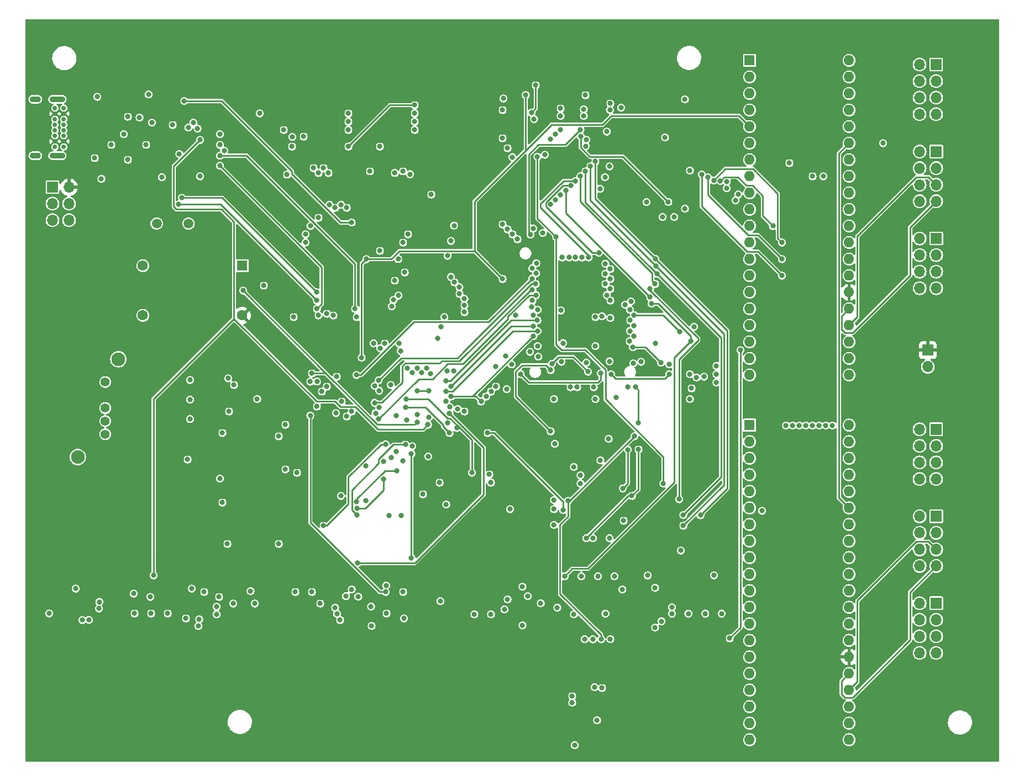
<source format=gbr>
%TF.GenerationSoftware,KiCad,Pcbnew,7.0.10*%
%TF.CreationDate,2024-03-05T20:32:04+01:00*%
%TF.ProjectId,z80,7a38302e-6b69-4636-9164-5f7063625858,1.0*%
%TF.SameCoordinates,Original*%
%TF.FileFunction,Copper,L3,Inr*%
%TF.FilePolarity,Positive*%
%FSLAX46Y46*%
G04 Gerber Fmt 4.6, Leading zero omitted, Abs format (unit mm)*
G04 Created by KiCad (PCBNEW 7.0.10) date 2024-03-05 20:32:04*
%MOMM*%
%LPD*%
G01*
G04 APERTURE LIST*
%TA.AperFunction,ComponentPad*%
%ADD10R,1.600000X1.600000*%
%TD*%
%TA.AperFunction,ComponentPad*%
%ADD11O,1.600000X1.600000*%
%TD*%
%TA.AperFunction,ComponentPad*%
%ADD12R,1.700000X1.700000*%
%TD*%
%TA.AperFunction,ComponentPad*%
%ADD13O,1.700000X1.700000*%
%TD*%
%TA.AperFunction,ComponentPad*%
%ADD14C,1.400000*%
%TD*%
%TA.AperFunction,ComponentPad*%
%ADD15C,2.100000*%
%TD*%
%TA.AperFunction,ComponentPad*%
%ADD16C,1.600000*%
%TD*%
%TA.AperFunction,ComponentPad*%
%ADD17C,1.500000*%
%TD*%
%TA.AperFunction,ComponentPad*%
%ADD18C,0.700000*%
%TD*%
%TA.AperFunction,ComponentPad*%
%ADD19O,2.400000X0.900000*%
%TD*%
%TA.AperFunction,ComponentPad*%
%ADD20O,1.700000X0.900000*%
%TD*%
%TA.AperFunction,ViaPad*%
%ADD21C,0.800000*%
%TD*%
%TA.AperFunction,Conductor*%
%ADD22C,0.250000*%
%TD*%
G04 APERTURE END LIST*
D10*
%TO.N,Net-(J4-Pin_8)*%
%TO.C,U7*%
X197358000Y-34290000D03*
D11*
%TO.N,Net-(J4-Pin_6)*%
X197358000Y-36830000D03*
%TO.N,Net-(J4-Pin_4)*%
X197358000Y-39370000D03*
%TO.N,Net-(J4-Pin_2)*%
X197358000Y-41910000D03*
%TO.N,/RD*%
X197358000Y-44450000D03*
%TO.N,/IO1-CS*%
X197358000Y-46990000D03*
%TO.N,GND*%
X197358000Y-49530000D03*
%TO.N,/A1*%
X197358000Y-52070000D03*
%TO.N,/A0*%
X197358000Y-54610000D03*
%TO.N,Net-(J6-Pin_7)*%
X197358000Y-57150000D03*
%TO.N,Net-(J6-Pin_5)*%
X197358000Y-59690000D03*
%TO.N,Net-(J6-Pin_3)*%
X197358000Y-62230000D03*
%TO.N,Net-(J6-Pin_1)*%
X197358000Y-64770000D03*
%TO.N,Net-(J6-Pin_2)*%
X197358000Y-67310000D03*
%TO.N,Net-(J6-Pin_4)*%
X197358000Y-69850000D03*
%TO.N,Net-(J6-Pin_6)*%
X197358000Y-72390000D03*
%TO.N,Net-(J6-Pin_8)*%
X197358000Y-74930000D03*
%TO.N,Net-(J5-Pin_2)*%
X197358000Y-77470000D03*
%TO.N,Net-(J5-Pin_4)*%
X197358000Y-80010000D03*
%TO.N,Net-(J5-Pin_6)*%
X197358000Y-82550000D03*
%TO.N,Net-(J5-Pin_8)*%
X212598000Y-82550000D03*
%TO.N,Net-(J5-Pin_1)*%
X212598000Y-80010000D03*
%TO.N,Net-(J5-Pin_3)*%
X212598000Y-77470000D03*
%TO.N,Net-(J5-Pin_5)*%
X212598000Y-74930000D03*
%TO.N,Net-(J5-Pin_7)*%
X212598000Y-72390000D03*
%TO.N,+5V*%
X212598000Y-69850000D03*
%TO.N,/D7*%
X212598000Y-67310000D03*
%TO.N,/D6*%
X212598000Y-64770000D03*
%TO.N,/D5*%
X212598000Y-62230000D03*
%TO.N,/D4*%
X212598000Y-59690000D03*
%TO.N,/D3*%
X212598000Y-57150000D03*
%TO.N,/D2*%
X212598000Y-54610000D03*
%TO.N,/D1*%
X212598000Y-52070000D03*
%TO.N,/D0*%
X212598000Y-49530000D03*
%TO.N,/RST-INV*%
X212598000Y-46990000D03*
%TO.N,/WR*%
X212598000Y-44450000D03*
%TO.N,Net-(J4-Pin_7)*%
X212598000Y-41910000D03*
%TO.N,Net-(J4-Pin_5)*%
X212598000Y-39370000D03*
%TO.N,Net-(J4-Pin_3)*%
X212598000Y-36830000D03*
%TO.N,Net-(J4-Pin_1)*%
X212598000Y-34290000D03*
%TD*%
D12*
%TO.N,Net-(J4-Pin_1)*%
%TO.C,J4*%
X225933000Y-34925000D03*
D13*
%TO.N,Net-(J4-Pin_2)*%
X223393000Y-34925000D03*
%TO.N,Net-(J4-Pin_3)*%
X225933000Y-37465000D03*
%TO.N,Net-(J4-Pin_4)*%
X223393000Y-37465000D03*
%TO.N,Net-(J4-Pin_5)*%
X225933000Y-40005000D03*
%TO.N,Net-(J4-Pin_6)*%
X223393000Y-40005000D03*
%TO.N,Net-(J4-Pin_7)*%
X225933000Y-42545000D03*
%TO.N,Net-(J4-Pin_8)*%
X223393000Y-42545000D03*
%TD*%
D12*
%TO.N,Net-(J5-Pin_1)*%
%TO.C,J5*%
X225953000Y-48270000D03*
D13*
%TO.N,Net-(J5-Pin_2)*%
X223413000Y-48270000D03*
%TO.N,Net-(J5-Pin_3)*%
X225953000Y-50810000D03*
%TO.N,Net-(J5-Pin_4)*%
X223413000Y-50810000D03*
%TO.N,Net-(J5-Pin_5)*%
X225953000Y-53350000D03*
%TO.N,Net-(J5-Pin_6)*%
X223413000Y-53350000D03*
%TO.N,Net-(J5-Pin_7)*%
X225953000Y-55890000D03*
%TO.N,Net-(J5-Pin_8)*%
X223413000Y-55890000D03*
%TD*%
D12*
%TO.N,Net-(J8-Pin_1)*%
%TO.C,J8*%
X225953000Y-104219000D03*
D13*
%TO.N,Net-(J8-Pin_2)*%
X223413000Y-104219000D03*
%TO.N,Net-(J8-Pin_3)*%
X225953000Y-106759000D03*
%TO.N,Net-(J8-Pin_4)*%
X223413000Y-106759000D03*
%TO.N,Net-(J8-Pin_5)*%
X225953000Y-109299000D03*
%TO.N,Net-(J8-Pin_6)*%
X223413000Y-109299000D03*
%TO.N,Net-(J8-Pin_7)*%
X225953000Y-111839000D03*
%TO.N,Net-(J8-Pin_8)*%
X223413000Y-111839000D03*
%TD*%
D12*
%TO.N,+5V*%
%TO.C,J1*%
X224663000Y-78740000D03*
D13*
%TO.N,GND*%
X224663000Y-81280000D03*
%TD*%
D10*
%TO.N,Net-(J7-Pin_8)*%
%TO.C,U10*%
X197358000Y-90239000D03*
D11*
%TO.N,Net-(J7-Pin_6)*%
X197358000Y-92779000D03*
%TO.N,Net-(J7-Pin_4)*%
X197358000Y-95319000D03*
%TO.N,Net-(J7-Pin_2)*%
X197358000Y-97859000D03*
%TO.N,/RD*%
X197358000Y-100399000D03*
%TO.N,/IO2-CS*%
X197358000Y-102939000D03*
%TO.N,GND*%
X197358000Y-105479000D03*
%TO.N,/A1*%
X197358000Y-108019000D03*
%TO.N,/A0*%
X197358000Y-110559000D03*
%TO.N,Net-(J9-Pin_7)*%
X197358000Y-113099000D03*
%TO.N,Net-(J9-Pin_5)*%
X197358000Y-115639000D03*
%TO.N,Net-(J9-Pin_3)*%
X197358000Y-118179000D03*
%TO.N,Net-(J9-Pin_1)*%
X197358000Y-120719000D03*
%TO.N,Net-(J9-Pin_2)*%
X197358000Y-123259000D03*
%TO.N,Net-(J9-Pin_4)*%
X197358000Y-125799000D03*
%TO.N,Net-(J9-Pin_6)*%
X197358000Y-128339000D03*
%TO.N,Net-(J9-Pin_8)*%
X197358000Y-130879000D03*
%TO.N,Net-(J8-Pin_2)*%
X197358000Y-133419000D03*
%TO.N,Net-(J8-Pin_4)*%
X197358000Y-135959000D03*
%TO.N,Net-(J8-Pin_6)*%
X197358000Y-138499000D03*
%TO.N,Net-(J8-Pin_8)*%
X212598000Y-138499000D03*
%TO.N,Net-(J8-Pin_1)*%
X212598000Y-135959000D03*
%TO.N,Net-(J8-Pin_3)*%
X212598000Y-133419000D03*
%TO.N,Net-(J8-Pin_5)*%
X212598000Y-130879000D03*
%TO.N,Net-(J8-Pin_7)*%
X212598000Y-128339000D03*
%TO.N,+5V*%
X212598000Y-125799000D03*
%TO.N,/D7*%
X212598000Y-123259000D03*
%TO.N,/D6*%
X212598000Y-120719000D03*
%TO.N,/D5*%
X212598000Y-118179000D03*
%TO.N,/D4*%
X212598000Y-115639000D03*
%TO.N,/D3*%
X212598000Y-113099000D03*
%TO.N,/D2*%
X212598000Y-110559000D03*
%TO.N,/D1*%
X212598000Y-108019000D03*
%TO.N,/D0*%
X212598000Y-105479000D03*
%TO.N,/RST-INV*%
X212598000Y-102939000D03*
%TO.N,/WR*%
X212598000Y-100399000D03*
%TO.N,Net-(J7-Pin_7)*%
X212598000Y-97859000D03*
%TO.N,Net-(J7-Pin_5)*%
X212598000Y-95319000D03*
%TO.N,Net-(J7-Pin_3)*%
X212598000Y-92779000D03*
%TO.N,Net-(J7-Pin_1)*%
X212598000Y-90239000D03*
%TD*%
D14*
%TO.N,Net-(D2-A)*%
%TO.C,SW2*%
X98636000Y-83630000D03*
%TO.N,Net-(R8-Pad2)*%
X98636000Y-87630000D03*
%TO.N,Net-(D4-A)*%
X98636000Y-89630000D03*
%TO.N,Net-(D8-A)*%
X98636000Y-91630000D03*
D15*
%TO.N,N/C*%
X100636000Y-80130000D03*
X94436000Y-95130000D03*
%TD*%
D10*
%TO.N,GND*%
%TO.C,CLK2*%
X119634000Y-65786000D03*
D16*
X104394000Y-65786000D03*
%TO.N,/FstClk*%
X104394000Y-73406000D03*
%TO.N,+5V*%
X119634000Y-73406000D03*
%TD*%
D12*
%TO.N,/MISO*%
%TO.C,J10*%
X90551000Y-53721000D03*
D13*
%TO.N,+5V*%
X93091000Y-53721000D03*
%TO.N,/SPISCK*%
X90551000Y-56261000D03*
%TO.N,/MOSI*%
X93091000Y-56261000D03*
%TO.N,/ProgReset*%
X90551000Y-58801000D03*
%TO.N,GND*%
X93091000Y-58801000D03*
%TD*%
D17*
%TO.N,Net-(U11-XTAL2)*%
%TO.C,CLK3*%
X106516000Y-59309000D03*
%TO.N,Net-(U11-XTAL1)*%
X111396000Y-59309000D03*
%TD*%
D18*
%TO.N,GND*%
%TO.C,J11*%
X92282000Y-41607000D03*
%TO.N,+5V*%
X92282000Y-42457000D03*
%TO.N,unconnected-(J11-CC1-PadA5)*%
X92282000Y-43307000D03*
%TO.N,/USB-D+*%
X92282000Y-44157000D03*
%TO.N,/USB-D-*%
X92282000Y-45007000D03*
%TO.N,unconnected-(J11-SBU1-PadA8)*%
X92282000Y-45857000D03*
%TO.N,+5V*%
X92282000Y-46707000D03*
%TO.N,GND*%
X92282000Y-47557000D03*
X90932000Y-47557000D03*
%TO.N,+5V*%
X90932000Y-46707000D03*
%TO.N,unconnected-(J11-CC2-PadB5)*%
X90932000Y-45857000D03*
%TO.N,/USB-D+*%
X90932000Y-45007000D03*
%TO.N,/USB-D-*%
X90932000Y-44157000D03*
%TO.N,unconnected-(J11-SBU2-PadB8)*%
X90932000Y-43307000D03*
%TO.N,+5V*%
X90932000Y-42457000D03*
%TO.N,GND*%
X90932000Y-41607000D03*
D19*
X91302000Y-40257000D03*
D20*
X87922000Y-40257000D03*
D19*
X91302000Y-48907000D03*
D20*
X87922000Y-48907000D03*
%TD*%
D12*
%TO.N,Net-(J9-Pin_1)*%
%TO.C,J9*%
X225953000Y-117554000D03*
D13*
%TO.N,Net-(J9-Pin_2)*%
X223413000Y-117554000D03*
%TO.N,Net-(J9-Pin_3)*%
X225953000Y-120094000D03*
%TO.N,Net-(J9-Pin_4)*%
X223413000Y-120094000D03*
%TO.N,Net-(J9-Pin_5)*%
X225953000Y-122634000D03*
%TO.N,Net-(J9-Pin_6)*%
X223413000Y-122634000D03*
%TO.N,Net-(J9-Pin_7)*%
X225953000Y-125174000D03*
%TO.N,Net-(J9-Pin_8)*%
X223413000Y-125174000D03*
%TD*%
D12*
%TO.N,Net-(J6-Pin_1)*%
%TO.C,J6*%
X225953000Y-61605000D03*
D13*
%TO.N,Net-(J6-Pin_2)*%
X223413000Y-61605000D03*
%TO.N,Net-(J6-Pin_3)*%
X225953000Y-64145000D03*
%TO.N,Net-(J6-Pin_4)*%
X223413000Y-64145000D03*
%TO.N,Net-(J6-Pin_5)*%
X225953000Y-66685000D03*
%TO.N,Net-(J6-Pin_6)*%
X223413000Y-66685000D03*
%TO.N,Net-(J6-Pin_7)*%
X225953000Y-69225000D03*
%TO.N,Net-(J6-Pin_8)*%
X223413000Y-69225000D03*
%TD*%
D12*
%TO.N,Net-(J7-Pin_1)*%
%TO.C,J7*%
X225933000Y-90874000D03*
D13*
%TO.N,Net-(J7-Pin_2)*%
X223393000Y-90874000D03*
%TO.N,Net-(J7-Pin_3)*%
X225933000Y-93414000D03*
%TO.N,Net-(J7-Pin_4)*%
X223393000Y-93414000D03*
%TO.N,Net-(J7-Pin_5)*%
X225933000Y-95954000D03*
%TO.N,Net-(J7-Pin_6)*%
X223393000Y-95954000D03*
%TO.N,Net-(J7-Pin_7)*%
X225933000Y-98494000D03*
%TO.N,Net-(J7-Pin_8)*%
X223393000Y-98494000D03*
%TD*%
D21*
%TO.N,/D0*%
X210058000Y-90297000D03*
X176022000Y-71120000D03*
X127762000Y-115824000D03*
X110363000Y-55372000D03*
X164084000Y-71120000D03*
X140044226Y-88400885D03*
X171463958Y-45903946D03*
X195199000Y-55735000D03*
X131064000Y-69850000D03*
X184912000Y-56007000D03*
X136398000Y-88138000D03*
%TO.N,/D1*%
X163774000Y-61012882D03*
X195622454Y-54830145D03*
X209042000Y-90297000D03*
X171450000Y-44892598D03*
X135636000Y-88900000D03*
X140529074Y-89274914D03*
X164638424Y-70288364D03*
X208661000Y-52070000D03*
X109855000Y-56388000D03*
X175467576Y-70288364D03*
X130302000Y-115824000D03*
X131064000Y-71120000D03*
%TO.N,/D2*%
X193865500Y-53911500D03*
X131572000Y-117602000D03*
X131064000Y-72390000D03*
X164228791Y-60071000D03*
X176022000Y-69342000D03*
X116205000Y-50419000D03*
X164084000Y-69455500D03*
X134874000Y-86614000D03*
X164338000Y-43280000D03*
X139891930Y-86800211D03*
X208026000Y-90297000D03*
X207010000Y-52070000D03*
%TO.N,/D3*%
X175500130Y-45212000D03*
X174460500Y-53975000D03*
X207010000Y-90297000D03*
X138594726Y-101854000D03*
X140508424Y-83381636D03*
X203454000Y-50038000D03*
X137160000Y-73660000D03*
X164592000Y-68580000D03*
X175260000Y-68580000D03*
X116205000Y-45593000D03*
X193861201Y-52891201D03*
%TO.N,/D4*%
X200918299Y-59694299D03*
X142113000Y-104140000D03*
X175185000Y-52197000D03*
X116205000Y-48895000D03*
X137122500Y-82550000D03*
X164037576Y-67748364D03*
X192870248Y-52760751D03*
X205994000Y-90297000D03*
X176022000Y-67818000D03*
X136906000Y-72390000D03*
%TO.N,/D5*%
X202311000Y-62230000D03*
X191872907Y-52695046D03*
X103886000Y-43053000D03*
X204978000Y-90297000D03*
X130052299Y-88768701D03*
X141605000Y-115824000D03*
X171958000Y-41783000D03*
X139936619Y-84201419D03*
X133599701Y-73410299D03*
X132588000Y-84328000D03*
X175260000Y-67023864D03*
X164662326Y-66968177D03*
X175909500Y-50546000D03*
X130048000Y-83566000D03*
%TO.N,/D6*%
X175946323Y-41896130D03*
X176022000Y-66294000D03*
X141670535Y-114827064D03*
X190990680Y-52225278D03*
X203962000Y-90297000D03*
X164032522Y-66192063D03*
X116845186Y-48126777D03*
X132588000Y-73152000D03*
X140612313Y-84937924D03*
X202311000Y-64770000D03*
X131826000Y-85090000D03*
%TO.N,/D7*%
X131068299Y-83561701D03*
X144272000Y-115824000D03*
X202946000Y-90297000D03*
X140595149Y-87510485D03*
X175260000Y-65467563D03*
X116205000Y-47244000D03*
X176017347Y-40898653D03*
X131064000Y-87376000D03*
X164678791Y-65429605D03*
X190012222Y-51784500D03*
X131313701Y-73401701D03*
X202311000Y-67310000D03*
%TO.N,/BUSACK*%
X130302000Y-82296000D03*
X146431000Y-89789000D03*
X119761000Y-69596000D03*
X105537000Y-116586000D03*
X108966000Y-44196000D03*
%TO.N,GND*%
X111252000Y-95504000D03*
X151430424Y-87445636D03*
X111887000Y-115316000D03*
X182880000Y-115189000D03*
X117475000Y-83058000D03*
X159512000Y-41910000D03*
X94107000Y-115316000D03*
X125222000Y-108458000D03*
X172593000Y-82042000D03*
X160147000Y-84709000D03*
X112141000Y-43815000D03*
X167074116Y-80807417D03*
X173736000Y-86233000D03*
X107315000Y-52197000D03*
X139446000Y-121031000D03*
X167386000Y-105537000D03*
X126238000Y-97028000D03*
X125222000Y-91948000D03*
X171958000Y-42799000D03*
X117602000Y-88138000D03*
X182880000Y-121285000D03*
X116586000Y-91440000D03*
X112903000Y-121031000D03*
X188214000Y-86233000D03*
X162560000Y-120929400D03*
X188214000Y-82423000D03*
X122936000Y-68834000D03*
X167386000Y-86233000D03*
X157734000Y-99060000D03*
X217805000Y-46990000D03*
X117348000Y-108458000D03*
X167513000Y-93091000D03*
X167386000Y-101727000D03*
X127254000Y-47498000D03*
X128016000Y-97536000D03*
X188214000Y-51181000D03*
X104902000Y-47244000D03*
X178718284Y-84417117D03*
X162560000Y-115011200D03*
X149860000Y-99060000D03*
X105791000Y-43815000D03*
X113157000Y-52070000D03*
X178054000Y-104902000D03*
X126238000Y-90170000D03*
X180721000Y-80518000D03*
X140716000Y-47498000D03*
X97409000Y-39878000D03*
X97028000Y-49276000D03*
X116586000Y-102108000D03*
X121920000Y-86233000D03*
X136398000Y-115443000D03*
X127508000Y-73660000D03*
%TO.N,/BUSRQ*%
X148082000Y-90170000D03*
X113157000Y-46482000D03*
X106045000Y-113284000D03*
%TO.N,+5V*%
X97282000Y-55880000D03*
X135255000Y-91440000D03*
X189738000Y-43561000D03*
X126492000Y-95250000D03*
X149606000Y-109728000D03*
X120396000Y-92456000D03*
X149606000Y-105791000D03*
X109474000Y-36322000D03*
X140208000Y-85852000D03*
X159512000Y-42926000D03*
X97409000Y-41402000D03*
X114046000Y-42799000D03*
X135890000Y-38608000D03*
X125984000Y-102362000D03*
X119380000Y-98552000D03*
X178562000Y-80518000D03*
X192278000Y-77343000D03*
X147320000Y-98869000D03*
X122936000Y-70358000D03*
X149352000Y-38608000D03*
X113157000Y-51054000D03*
X94869000Y-76454000D03*
X171450000Y-96647000D03*
X179578000Y-97282000D03*
X106299000Y-52197000D03*
X116586000Y-72771000D03*
X119380000Y-101600000D03*
X164096929Y-80199649D03*
X114554000Y-97536000D03*
X149352000Y-46228000D03*
X136906000Y-57150000D03*
X135890000Y-46228000D03*
X104902000Y-48768000D03*
%TO.N,/A0*%
X178980000Y-77380000D03*
X168783000Y-77654500D03*
X150584500Y-73660000D03*
X165678082Y-60742912D03*
X172342119Y-46431766D03*
X150876000Y-86614000D03*
%TO.N,/A1*%
X156214299Y-86618299D03*
X161798000Y-61722000D03*
X179626000Y-76580000D03*
X151638000Y-85852000D03*
X182929299Y-77674701D03*
X164243266Y-76582682D03*
X132842000Y-51562000D03*
X165989000Y-48768000D03*
X135636000Y-56896000D03*
X150076500Y-75184000D03*
%TO.N,/A11*%
X142998840Y-51559269D03*
X171704000Y-64516000D03*
X144526000Y-66802000D03*
X181737000Y-113289500D03*
X140716000Y-63500000D03*
X171450000Y-52041000D03*
X182880000Y-68580000D03*
X143919963Y-78852500D03*
X143256000Y-88773000D03*
X152146000Y-68326000D03*
X159639000Y-40132000D03*
%TO.N,/A12*%
X131318000Y-58420000D03*
X143643500Y-77724000D03*
X187198000Y-104013000D03*
X183172155Y-67017845D03*
X151591576Y-67494364D03*
X139192000Y-51308000D03*
X172280153Y-47429847D03*
X172212000Y-51308000D03*
X170688000Y-64516000D03*
X143002000Y-68072000D03*
%TO.N,/A13*%
X170434000Y-96647000D03*
X186817000Y-109474000D03*
X143547500Y-70358000D03*
X151609500Y-61976000D03*
X172974000Y-50546000D03*
X183049454Y-65870546D03*
X141478000Y-77724000D03*
X169688497Y-64516000D03*
X187198000Y-105664000D03*
%TO.N,/A14*%
X182926753Y-64723247D03*
X173736000Y-49784000D03*
X142816051Y-71039166D03*
X152069127Y-59613127D03*
X140771245Y-78430755D03*
X171450000Y-97917000D03*
X168656000Y-64516000D03*
X189830500Y-104056098D03*
%TO.N,Clock*%
X134112000Y-82804000D03*
X133985000Y-88392000D03*
%TO.N,/INT*%
X153670000Y-88138000D03*
X141253574Y-95795500D03*
X170942000Y-84417617D03*
X148209000Y-84963000D03*
X141253574Y-98514500D03*
X137172548Y-102993051D03*
X160880411Y-80935777D03*
X146431000Y-84963000D03*
X146431000Y-88646000D03*
%TO.N,/NMI*%
X157480000Y-97790000D03*
X142494000Y-95250000D03*
X143284014Y-97244500D03*
X166878000Y-81788000D03*
X172339000Y-80645000D03*
X137160000Y-101981000D03*
X166878000Y-91186000D03*
%TO.N,/A15*%
X171450000Y-99187000D03*
X184150000Y-99187000D03*
X139737500Y-77675033D03*
X191897000Y-113284000D03*
X151092500Y-64262000D03*
X167720000Y-61388000D03*
X142514648Y-71992141D03*
X164846000Y-49059000D03*
%TO.N,/MREQ*%
X161544000Y-73406000D03*
X168783000Y-103251000D03*
X144653000Y-87503000D03*
X151384000Y-91440000D03*
X116078000Y-116586000D03*
X176149000Y-82423000D03*
X176022000Y-73787000D03*
X185039000Y-82423000D03*
X157226000Y-91440000D03*
%TO.N,/IORQ*%
X162265476Y-82390500D03*
X174752000Y-73533000D03*
X143178632Y-94248340D03*
X134747000Y-101092000D03*
X174540153Y-82296000D03*
X120904000Y-115697000D03*
%TO.N,/HALT*%
X132080000Y-105664000D03*
X102997000Y-116078000D03*
X141605000Y-93180500D03*
%TO.N,/RD*%
X164206134Y-73400161D03*
X159512000Y-67818000D03*
X145542000Y-110617000D03*
X149987000Y-117221000D03*
X144854500Y-89445500D03*
X137922000Y-79883000D03*
X173736000Y-73660000D03*
X138635000Y-64770000D03*
X145542000Y-94615000D03*
X111379000Y-44577000D03*
X163068000Y-39587000D03*
%TO.N,/WR*%
X159945500Y-79629000D03*
X169926000Y-84417500D03*
X152527000Y-90678000D03*
X113792000Y-115824000D03*
X163957000Y-42291000D03*
X144780000Y-86233000D03*
X176911000Y-85979000D03*
X147320000Y-100838000D03*
X164592000Y-38100000D03*
X152654000Y-87757000D03*
X154813000Y-97536000D03*
X187452000Y-40259000D03*
X187452000Y-57023000D03*
X188468000Y-84582000D03*
%TO.N,/WAIT*%
X144272000Y-95758000D03*
X173736000Y-78105000D03*
X164862860Y-78104500D03*
X144018000Y-104140000D03*
X173482000Y-84417617D03*
%TO.N,/M1*%
X144615500Y-93218000D03*
X137168599Y-104021599D03*
X148209000Y-89027000D03*
%TO.N,/RFSH*%
X137287000Y-111379000D03*
X151373884Y-88443538D03*
%TO.N,/A4*%
X159512000Y-46228000D03*
X151017500Y-81927500D03*
X130556000Y-50800000D03*
X158496000Y-84328000D03*
X179067529Y-74164326D03*
X159512000Y-59436000D03*
X164846000Y-74168000D03*
X150876000Y-83452000D03*
X132985449Y-56408500D03*
%TO.N,/A5*%
X179625672Y-73335181D03*
X129335000Y-62230000D03*
X126492000Y-51816000D03*
X148446331Y-82366697D03*
X158491701Y-81275701D03*
X168444500Y-72644000D03*
X166878000Y-56388000D03*
X186690000Y-75946000D03*
X166878000Y-46355000D03*
%TO.N,/A6*%
X182347701Y-71603701D03*
X188341000Y-77343000D03*
X147893500Y-81534000D03*
X167640000Y-45593000D03*
X167640000Y-55663500D03*
X127292924Y-46012924D03*
X178999415Y-72556202D03*
X129335000Y-60960000D03*
X153670000Y-72898000D03*
X169037000Y-113411000D03*
X164916326Y-72556177D03*
%TO.N,/A7*%
X129032000Y-45974000D03*
X168402000Y-44892598D03*
X147145312Y-82196737D03*
X153665701Y-71877701D03*
X130059500Y-59690000D03*
X171577000Y-113411000D03*
X188849000Y-75131397D03*
X168402000Y-54939000D03*
X179167701Y-71276299D03*
%TO.N,/RST*%
X121539000Y-117602000D03*
X178294449Y-71762545D03*
X151130000Y-89916000D03*
X181558155Y-56007000D03*
X163978552Y-72128300D03*
X150876000Y-102399500D03*
%TO.N,/A8*%
X168402000Y-42799000D03*
X169195814Y-54214500D03*
X174117000Y-113411000D03*
X146407821Y-81522117D03*
X148590000Y-54864000D03*
X145034000Y-60960000D03*
X153661402Y-70857402D03*
X182118000Y-70612000D03*
X148109797Y-95023797D03*
%TO.N,/A9*%
X145646159Y-82169324D03*
X145332859Y-51743205D03*
X144272000Y-62230000D03*
X176657000Y-113411000D03*
X145669000Y-93472000D03*
X152908000Y-70104000D03*
X169957455Y-53490000D03*
X174261332Y-63779931D03*
X168402000Y-41656000D03*
%TO.N,/A10*%
X143514299Y-64765701D03*
X172212000Y-39624000D03*
X144272000Y-51308000D03*
X152903701Y-69083701D03*
X172715701Y-64511701D03*
X186563353Y-101599647D03*
X144882382Y-81524615D03*
X170688000Y-52765500D03*
X182118000Y-69342000D03*
%TO.N,Net-(D4-K)*%
X111633000Y-86313327D03*
%TO.N,Net-(D20-K)*%
X144399000Y-119888000D03*
%TO.N,Net-(D21-K)*%
X90043000Y-119126000D03*
%TO.N,Net-(D22-K)*%
X95123000Y-120142000D03*
%TO.N,Net-(D23-K)*%
X96122286Y-120121208D03*
%TO.N,Net-(D26-K)*%
X103124000Y-119126000D03*
%TO.N,Net-(D41-K)*%
X170434000Y-119253000D03*
%TO.N,Net-(D42-K)*%
X175272000Y-119141000D03*
%TO.N,Net-(D43-K)*%
X177872000Y-115441000D03*
%TO.N,Net-(D44-K)*%
X185472000Y-118141497D03*
%TO.N,Net-(D45-K)*%
X183848353Y-120317353D03*
%TO.N,Net-(D46-K)*%
X185472000Y-119141000D03*
%TO.N,Net-(D47-K)*%
X187972000Y-119141000D03*
%TO.N,/A2*%
X156976299Y-85856299D03*
X179017492Y-75787079D03*
X161036000Y-60960000D03*
X164881100Y-75813153D03*
X150876000Y-85090000D03*
X161007945Y-49120945D03*
X149568500Y-76962000D03*
X134763449Y-56408500D03*
X132080000Y-50800000D03*
%TO.N,/A3*%
X160274000Y-60198000D03*
X160274000Y-47752000D03*
X157738299Y-85094299D03*
X131318000Y-51562000D03*
X133858000Y-56896000D03*
X151638000Y-84252000D03*
X152017003Y-81927500D03*
X179625369Y-74993674D03*
X164227984Y-75056552D03*
%TO.N,Net-(D48-K)*%
X190572000Y-119141000D03*
%TO.N,Net-(D49-K)*%
X193072000Y-119141000D03*
%TO.N,/PROG-WR*%
X110744000Y-40513000D03*
X136398000Y-59145000D03*
%TO.N,/EXT-IO2-CS*%
X192278000Y-82423000D03*
X164973000Y-79718500D03*
%TO.N,/EXT-IO1-CS*%
X192278000Y-81153000D03*
X163703000Y-78994000D03*
%TO.N,/EXT-IO5-CS*%
X175895000Y-80443500D03*
X189230000Y-82931000D03*
%TO.N,/EXT-IO4-CS*%
X190373000Y-82804000D03*
X179546498Y-80772000D03*
%TO.N,/EXT-IO6-CS*%
X179463570Y-78254738D03*
X183769000Y-80645000D03*
%TO.N,/AdjClk*%
X116195000Y-98425000D03*
X118364000Y-84074000D03*
%TO.N,Net-(D8-K)*%
X111633000Y-89313327D03*
%TO.N,Net-(D7-K)*%
X170180000Y-132826003D03*
%TO.N,Net-(D9-K)*%
X170180000Y-131826000D03*
%TO.N,Net-(D13-K)*%
X134620000Y-120142000D03*
%TO.N,Net-(D14-K)*%
X134132584Y-119197903D03*
%TO.N,Net-(D15-K)*%
X133857500Y-118237000D03*
%TO.N,Net-(D16-K)*%
X135509000Y-116459000D03*
%TO.N,Net-(D17-K)*%
X137404407Y-116553105D03*
%TO.N,Net-(D18-K)*%
X139361397Y-118042510D03*
%TO.N,Net-(D19-K)*%
X141732000Y-119126000D03*
%TO.N,/EXT-CS*%
X176022000Y-123063000D03*
X178698306Y-93989306D03*
X175895000Y-107569000D03*
X177927000Y-99922000D03*
%TO.N,/PROG-OE*%
X184404000Y-46101000D03*
X135890000Y-42418000D03*
X146050000Y-42418000D03*
X122301000Y-42418000D03*
%TO.N,Net-(D24-K)*%
X97663000Y-118364000D03*
%TO.N,Net-(D25-K)*%
X97721499Y-117356159D03*
%TO.N,Net-(D27-K)*%
X105664000Y-119126000D03*
%TO.N,Net-(D28-K)*%
X108204000Y-119126000D03*
%TO.N,Net-(D29-K)*%
X110998000Y-119888000D03*
%TO.N,Net-(D30-K)*%
X113030000Y-120015000D03*
%TO.N,Net-(D31-K)*%
X115697000Y-119253000D03*
%TO.N,Net-(D32-K)*%
X115697000Y-118072500D03*
%TO.N,Net-(D33-K)*%
X118237000Y-117602000D03*
%TO.N,/RAM1-CS*%
X179705000Y-91948000D03*
X169545000Y-101854000D03*
X174625000Y-123063000D03*
X185801000Y-58293000D03*
X177673000Y-41529000D03*
%TO.N,/ROM1-CS*%
X173355000Y-107569000D03*
X174498000Y-95631000D03*
X142367000Y-84074000D03*
X173355000Y-123100000D03*
%TO.N,Net-(U2-QH')*%
X135890000Y-47498000D03*
X146050000Y-41148000D03*
%TO.N,Net-(D2-K)*%
X111611153Y-83315653D03*
%TO.N,Net-(D34-K)*%
X155194000Y-119253000D03*
%TO.N,/IO1-CS*%
X195961000Y-78740000D03*
X194310000Y-122936000D03*
%TO.N,Net-(D35-K)*%
X157734000Y-119253000D03*
%TO.N,Net-(D36-K)*%
X159796835Y-118492934D03*
%TO.N,Net-(D37-K)*%
X160274000Y-116967000D03*
%TO.N,Net-(D38-K)*%
X163388902Y-116459000D03*
%TO.N,Net-(D39-K)*%
X165354000Y-117576000D03*
%TO.N,Net-(D40-K)*%
X167894000Y-118211000D03*
%TO.N,/IO2-CS*%
X199263000Y-103378000D03*
%TO.N,Net-(D10-K)*%
X173609000Y-130429000D03*
%TO.N,/EXT-CS2*%
X180340000Y-89916000D03*
X172334347Y-107573653D03*
X175768000Y-92329000D03*
X179324000Y-101092000D03*
X179859085Y-84417213D03*
X172085000Y-123063000D03*
X180340000Y-93980000D03*
%TO.N,Net-(D11-K)*%
X174752000Y-130556000D03*
%TO.N,Net-(D12-K)*%
X173990000Y-135509000D03*
%TO.N,Net-(D50-K)*%
X170561000Y-139319000D03*
%TO.N,/IOREQ*%
X185039000Y-80899000D03*
X167386000Y-103124000D03*
X160655000Y-103124000D03*
%TO.N,/EXT-IO3-CS*%
X168529000Y-80518000D03*
X192278000Y-83693000D03*
%TO.N,Net-(U6-Pad4)*%
X138594726Y-96520000D03*
X184023000Y-58293000D03*
%TO.N,/MISO*%
X98044000Y-52451000D03*
%TO.N,Net-(U11-D-)*%
X101473000Y-45593000D03*
X99568000Y-47244000D03*
%TO.N,Net-(U11-PB0)*%
X102108000Y-49530000D03*
X102108000Y-42926000D03*
%TO.N,Net-(U11-PD5)*%
X109977347Y-48636347D03*
X105283000Y-39497000D03*
%TO.N,/SRCLK*%
X146050000Y-44958000D03*
X135890000Y-44958000D03*
X125984000Y-44958000D03*
%TO.N,/RCLK*%
X146050000Y-43688000D03*
X112776000Y-44731000D03*
X135890000Y-43688000D03*
%TD*%
D22*
%TO.N,/RST-INV*%
X211023000Y-101364000D02*
X212598000Y-102939000D01*
X211023000Y-48565000D02*
X211023000Y-101364000D01*
X212598000Y-46990000D02*
X211023000Y-48565000D01*
%TO.N,/D0*%
X177964000Y-49059000D02*
X172884000Y-49059000D01*
X171487000Y-47662000D02*
X171487000Y-45926988D01*
X184912000Y-56007000D02*
X177964000Y-49059000D01*
X171487000Y-45926988D02*
X171463958Y-45903946D01*
X172884000Y-49059000D02*
X171487000Y-47662000D01*
X131064000Y-69850000D02*
X116586000Y-55372000D01*
X116586000Y-55372000D02*
X110363000Y-55372000D01*
%TO.N,/D1*%
X164973000Y-47244000D02*
X169098598Y-47244000D01*
X163774000Y-61012882D02*
X163503791Y-60742673D01*
X160346706Y-73577989D02*
X163636331Y-70288364D01*
X169098598Y-47244000D02*
X171450000Y-44892598D01*
X163503791Y-48713209D02*
X164973000Y-47244000D01*
X140529074Y-89274914D02*
X146652293Y-83151695D01*
X163503791Y-60742673D02*
X163503791Y-48713209D01*
X160346706Y-73986706D02*
X160346706Y-73577989D01*
X146652293Y-83151695D02*
X148768000Y-83151695D01*
X163636331Y-70288364D02*
X164638424Y-70288364D01*
X116332000Y-56388000D02*
X109855000Y-56388000D01*
X131064000Y-71120000D02*
X116332000Y-56388000D01*
X153488706Y-80844706D02*
X160346706Y-73986706D01*
X148768000Y-83151695D02*
X151074989Y-80844706D01*
X151074989Y-80844706D02*
X153488706Y-80844706D01*
%TO.N,/D2*%
X144157382Y-83680618D02*
X144157382Y-81224310D01*
X139906656Y-86785485D02*
X141052515Y-86785485D01*
X144157382Y-81224310D02*
X144609692Y-80772000D01*
X150237294Y-80394706D02*
X152893593Y-80394706D01*
X141052515Y-86785485D02*
X144157382Y-83680618D01*
X149860000Y-80772000D02*
X150237294Y-80394706D01*
X152893593Y-80394706D02*
X163832799Y-69455500D01*
X163832799Y-69455500D02*
X164084000Y-69455500D01*
X131789000Y-71665000D02*
X131789000Y-66003000D01*
X131064000Y-72390000D02*
X131789000Y-71665000D01*
X131789000Y-66003000D02*
X116205000Y-50419000D01*
X139891930Y-86800211D02*
X139906656Y-86785485D01*
X144609692Y-80772000D02*
X149860000Y-80772000D01*
%TO.N,/D3*%
X153543000Y-78994000D02*
X152592294Y-79944706D01*
X164592000Y-68580000D02*
X163934195Y-68580000D01*
X143945354Y-79944706D02*
X140508424Y-83381636D01*
X163934195Y-68580000D02*
X153543000Y-78971195D01*
X153543000Y-78971195D02*
X153543000Y-78994000D01*
X152592294Y-79944706D02*
X143945354Y-79944706D01*
%TO.N,/D4*%
X193464798Y-52166201D02*
X195573210Y-52166201D01*
X199390000Y-58166000D02*
X200918299Y-59694299D01*
X137122500Y-82550000D02*
X137792195Y-82550000D01*
X196892009Y-53485000D02*
X197823991Y-53485000D01*
X157363940Y-74422000D02*
X164037576Y-67748364D01*
X145920195Y-74422000D02*
X157363940Y-74422000D01*
X136906000Y-72390000D02*
X136906000Y-65511195D01*
X192870248Y-52760751D02*
X193464798Y-52166201D01*
X195573210Y-52166201D02*
X196892009Y-53485000D01*
X199390000Y-55051009D02*
X199390000Y-58166000D01*
X120289805Y-48895000D02*
X116205000Y-48895000D01*
X137792195Y-82550000D02*
X145920195Y-74422000D01*
X197823991Y-53485000D02*
X199390000Y-55051009D01*
X136906000Y-65511195D02*
X120289805Y-48895000D01*
%TO.N,/D5*%
X191872907Y-52695046D02*
X193622953Y-50945000D01*
X130052299Y-105169604D02*
X130052299Y-88768701D01*
X193622953Y-50945000D02*
X197884000Y-50945000D01*
X140706695Y-115824000D02*
X130052299Y-105169604D01*
X201676000Y-61595000D02*
X202311000Y-62230000D01*
X197884000Y-50945000D02*
X201676000Y-54737000D01*
X201676000Y-54737000D02*
X201676000Y-61595000D01*
X141605000Y-115824000D02*
X140706695Y-115824000D01*
%TO.N,/D6*%
X202311000Y-64770000D02*
X198646000Y-61105000D01*
X198646000Y-61105000D02*
X197182009Y-61105000D01*
X190990680Y-52225278D02*
X190990680Y-54913671D01*
X190990680Y-54913671D02*
X197182009Y-61105000D01*
%TO.N,/D7*%
X198646000Y-63645000D02*
X202311000Y-67310000D01*
X196995000Y-63645000D02*
X198646000Y-63645000D01*
X190012222Y-56662222D02*
X196995000Y-63645000D01*
X190012222Y-51784500D02*
X190012222Y-56662222D01*
%TO.N,/BUSACK*%
X130302000Y-82296000D02*
X131064000Y-82296000D01*
X132842000Y-82677000D02*
X119761000Y-69596000D01*
X132461000Y-82296000D02*
X131064000Y-82296000D01*
X140335500Y-90170500D02*
X132842000Y-82677000D01*
X146049500Y-90170500D02*
X140335500Y-90170500D01*
X132842000Y-82677000D02*
X132461000Y-82296000D01*
X146431000Y-89789000D02*
X146049500Y-90170500D01*
%TO.N,GND*%
X167074116Y-80807417D02*
X167096583Y-80807417D01*
X170344000Y-79793000D02*
X172593000Y-82042000D01*
X167096583Y-80807417D02*
X168111000Y-79793000D01*
X168111000Y-79793000D02*
X170344000Y-79793000D01*
%TO.N,/BUSRQ*%
X118364000Y-73923305D02*
X118364000Y-59056396D01*
X106045000Y-86242305D02*
X118364000Y-73923305D01*
X118364000Y-59056396D02*
X116420604Y-57113000D01*
X109130000Y-50509000D02*
X113157000Y-46482000D01*
X118364000Y-73923305D02*
X131054695Y-86614000D01*
X106045000Y-113284000D02*
X106045000Y-86242305D01*
X109554695Y-57113000D02*
X109130000Y-56688305D01*
X109130000Y-56688305D02*
X109130000Y-50509000D01*
X140425000Y-90895000D02*
X147357000Y-90895000D01*
X116420604Y-57113000D02*
X109554695Y-57113000D01*
X134647695Y-87413000D02*
X136943000Y-87413000D01*
X136943000Y-87413000D02*
X140425000Y-90895000D01*
X131054695Y-86614000D02*
X133848695Y-86614000D01*
X133848695Y-86614000D02*
X134647695Y-87413000D01*
X147357000Y-90895000D02*
X148082000Y-90170000D01*
%TO.N,/A1*%
X164209318Y-76582682D02*
X154940000Y-85852000D01*
X151638000Y-85852000D02*
X155448000Y-85852000D01*
X155448000Y-85852000D02*
X156214299Y-86618299D01*
X164243266Y-76582682D02*
X164209318Y-76582682D01*
%TO.N,/A11*%
X171450000Y-52041000D02*
X171450000Y-55932086D01*
X171450000Y-55932086D02*
X182447155Y-66929241D01*
X182447155Y-68147155D02*
X182880000Y-68580000D01*
X182447155Y-66929241D02*
X182447155Y-68147155D01*
%TO.N,/A12*%
X193003000Y-76848690D02*
X183172155Y-67017845D01*
X172212000Y-56057690D02*
X183172155Y-67017845D01*
X187198000Y-104013000D02*
X193003000Y-98208000D01*
X193003000Y-98208000D02*
X193003000Y-76848690D01*
X172212000Y-51308000D02*
X172212000Y-56057690D01*
%TO.N,/A13*%
X193453000Y-76274092D02*
X183049454Y-65870546D01*
X187198000Y-105664000D02*
X193453000Y-99409000D01*
X193453000Y-99409000D02*
X193453000Y-76274092D01*
X172974000Y-50546000D02*
X172974000Y-55795092D01*
X172974000Y-55795092D02*
X183049454Y-65870546D01*
%TO.N,/A14*%
X193903000Y-99983598D02*
X193903000Y-75699494D01*
X189830500Y-104056098D02*
X193903000Y-99983598D01*
X193903000Y-75699494D02*
X182926753Y-64723247D01*
X173736000Y-55532494D02*
X182926753Y-64723247D01*
X173736000Y-49784000D02*
X173736000Y-55532494D01*
%TO.N,/INT*%
X146431000Y-84963000D02*
X148209000Y-84963000D01*
X141253574Y-100220457D02*
X141253574Y-98514500D01*
X137172548Y-102993051D02*
X138480980Y-102993051D01*
X138480980Y-102993051D02*
X141253574Y-100220457D01*
%TO.N,/NMI*%
X166878000Y-81788000D02*
X166135000Y-81045000D01*
X162541000Y-81045000D02*
X161540476Y-82045524D01*
X161540476Y-82045524D02*
X161540476Y-85848476D01*
X161540476Y-85848476D02*
X166878000Y-91186000D01*
X141498269Y-97244500D02*
X143284014Y-97244500D01*
X137160000Y-101582769D02*
X141498269Y-97244500D01*
X137160000Y-101981000D02*
X137160000Y-101582769D01*
X166135000Y-81045000D02*
X162541000Y-81045000D01*
%TO.N,/A15*%
X167720000Y-61388000D02*
X167720000Y-77874695D01*
X175264653Y-81783347D02*
X175264653Y-86228347D01*
X167720000Y-77874695D02*
X168529000Y-78683695D01*
X164846000Y-58514000D02*
X164846000Y-49059000D01*
X168529000Y-78683695D02*
X172165000Y-78683695D01*
X172165000Y-78683695D02*
X175264653Y-81783347D01*
X175264653Y-86228347D02*
X184150000Y-95113695D01*
X184150000Y-95113695D02*
X184150000Y-99187000D01*
X167720000Y-61388000D02*
X164846000Y-58514000D01*
%TO.N,/MREQ*%
X185039000Y-82423000D02*
X184347000Y-83115000D01*
X147710305Y-87503000D02*
X150405000Y-90197695D01*
X157226000Y-91440000D02*
X158242000Y-91440000D01*
X168783000Y-101981000D02*
X168783000Y-103251000D01*
X150405000Y-90197695D02*
X150405000Y-90461000D01*
X150405000Y-90461000D02*
X151384000Y-91440000D01*
X176841000Y-83115000D02*
X176149000Y-82423000D01*
X158242000Y-91440000D02*
X168783000Y-101981000D01*
X144653000Y-87503000D02*
X147710305Y-87503000D01*
X184347000Y-83115000D02*
X176841000Y-83115000D01*
%TO.N,/IORQ*%
X174540153Y-83269847D02*
X174117000Y-83693000D01*
X174540153Y-82296000D02*
X174540153Y-83269847D01*
X174117000Y-83693000D02*
X163567976Y-83693000D01*
X163567976Y-83693000D02*
X162265476Y-82390500D01*
%TO.N,/HALT*%
X135890000Y-102362000D02*
X132588000Y-105664000D01*
X132588000Y-105664000D02*
X132080000Y-105664000D01*
X140908921Y-93180500D02*
X135890000Y-98199421D01*
X141605000Y-93180500D02*
X140908921Y-93180500D01*
X135890000Y-98199421D02*
X135890000Y-102362000D01*
%TO.N,/RD*%
X155231000Y-63537000D02*
X159512000Y-67818000D01*
X166986597Y-44167598D02*
X174789707Y-44167598D01*
X155231000Y-63537000D02*
X155231000Y-55923195D01*
X145542000Y-94615000D02*
X145542000Y-110617000D01*
X137922000Y-79883000D02*
X137922000Y-65483000D01*
X195707000Y-42799000D02*
X197358000Y-44450000D01*
X138635000Y-64770000D02*
X142484695Y-64770000D01*
X143717695Y-63537000D02*
X155231000Y-63537000D01*
X174789707Y-44167598D02*
X176158305Y-42799000D01*
X163068000Y-39751000D02*
X163068000Y-48086194D01*
X137922000Y-65483000D02*
X138635000Y-64770000D01*
X176158305Y-42799000D02*
X195707000Y-42799000D01*
X163068000Y-39751000D02*
X163068000Y-39587000D01*
X142484695Y-64770000D02*
X143717695Y-63537000D01*
X155231000Y-55923195D02*
X166986597Y-44167598D01*
%TO.N,/WR*%
X152622475Y-90328525D02*
X154813000Y-92519050D01*
X154813000Y-92519050D02*
X154813000Y-97536000D01*
X152622475Y-90582525D02*
X152622475Y-90328525D01*
X144780000Y-86233000D02*
X148138041Y-86233000D01*
X164592000Y-38100000D02*
X164592000Y-41656000D01*
X148138041Y-86233000D02*
X151073579Y-89168538D01*
X151462488Y-89168538D02*
X152622475Y-90328525D01*
X151073579Y-89168538D02*
X151462488Y-89168538D01*
X164592000Y-41656000D02*
X163957000Y-42291000D01*
X152527000Y-90678000D02*
X152622475Y-90582525D01*
%TO.N,/M1*%
X137175791Y-104021599D02*
X136435000Y-103280808D01*
X136435000Y-100189379D02*
X140528574Y-96095805D01*
X142805769Y-93218000D02*
X144615500Y-93218000D01*
X140528574Y-95495195D02*
X142805769Y-93218000D01*
X136435000Y-103280808D02*
X136435000Y-100189379D01*
X140528574Y-96095805D02*
X140528574Y-95495195D01*
X137168599Y-104021599D02*
X137175791Y-104021599D01*
%TO.N,/RFSH*%
X156591000Y-100847305D02*
X156591000Y-93660654D01*
X156591000Y-93660654D02*
X151373884Y-88443538D01*
X137287000Y-111379000D02*
X146059305Y-111379000D01*
X146059305Y-111379000D02*
X156591000Y-100847305D01*
%TO.N,/A4*%
X164846000Y-74168000D02*
X160801808Y-74168000D01*
X160801808Y-74168000D02*
X151517808Y-83452000D01*
X151517808Y-83452000D02*
X150876000Y-83452000D01*
%TO.N,/A5*%
X184079181Y-73335181D02*
X179625672Y-73335181D01*
X186690000Y-75946000D02*
X184079181Y-73335181D01*
%TO.N,/A6*%
X185801000Y-99060000D02*
X172593000Y-112268000D01*
X172593000Y-112268000D02*
X170180000Y-112268000D01*
X185801000Y-79883000D02*
X185801000Y-99060000D01*
X188341000Y-77343000D02*
X188341000Y-76571695D01*
X188341000Y-77343000D02*
X185801000Y-79883000D01*
X188341000Y-76571695D02*
X183373006Y-71603701D01*
X170180000Y-112268000D02*
X169037000Y-113411000D01*
X183373006Y-71603701D02*
X182347701Y-71603701D01*
%TO.N,/A8*%
X169195814Y-54214500D02*
X169195814Y-57689814D01*
X169195814Y-57689814D02*
X182118000Y-70612000D01*
%TO.N,/A9*%
X173244626Y-63779931D02*
X174261332Y-63779931D01*
X166153000Y-56688305D02*
X173244626Y-63779931D01*
X169957455Y-53490000D02*
X168750695Y-53490000D01*
X168750695Y-53490000D02*
X166153000Y-56087695D01*
X166153000Y-56087695D02*
X166153000Y-56688305D01*
%TO.N,/A10*%
X182118000Y-69586695D02*
X182118000Y-69342000D01*
X186563353Y-80145952D02*
X189488653Y-77220652D01*
X172715701Y-64257701D02*
X172715701Y-64511701D01*
X165354000Y-56250299D02*
X165354000Y-56896000D01*
X165354000Y-56896000D02*
X172715701Y-64257701D01*
X189488653Y-77220652D02*
X189488653Y-76957347D01*
X189488653Y-76957347D02*
X182118000Y-69586695D01*
X170688000Y-52765500D02*
X168838799Y-52765500D01*
X168838799Y-52765500D02*
X165354000Y-56250299D01*
X186563353Y-101599647D02*
X186563353Y-80145952D01*
%TO.N,/A2*%
X151825305Y-85090000D02*
X150876000Y-85090000D01*
X161102152Y-75813153D02*
X151825305Y-85090000D01*
X164881100Y-75813153D02*
X161102152Y-75813153D01*
%TO.N,/A3*%
X164227984Y-75056552D02*
X160833448Y-75056552D01*
X160833448Y-75056552D02*
X151638000Y-84252000D01*
%TO.N,/PROG-WR*%
X134696644Y-59145000D02*
X127217000Y-51665356D01*
X136398000Y-59145000D02*
X134696644Y-59145000D01*
X116459000Y-40513000D02*
X110744000Y-40513000D01*
X127217000Y-51665356D02*
X127217000Y-51271000D01*
X127217000Y-51271000D02*
X116459000Y-40513000D01*
%TO.N,/EXT-IO6-CS*%
X183769000Y-80645000D02*
X181378738Y-78254738D01*
X181378738Y-78254738D02*
X179463570Y-78254738D01*
%TO.N,/EXT-CS*%
X177927000Y-99922000D02*
X178698306Y-99150694D01*
X178698306Y-99150694D02*
X178698306Y-93989306D01*
%TO.N,/RAM1-CS*%
X168312000Y-105500000D02*
X169545000Y-104267000D01*
X174625000Y-122418695D02*
X168312000Y-116105695D01*
X169545000Y-104267000D02*
X169545000Y-101854000D01*
X169808305Y-101854000D02*
X179705000Y-91957305D01*
X169545000Y-101854000D02*
X169808305Y-101854000D01*
X168312000Y-116105695D02*
X168312000Y-105500000D01*
X174625000Y-123063000D02*
X174625000Y-122418695D01*
X179705000Y-91957305D02*
X179705000Y-91948000D01*
%TO.N,Net-(U2-QH')*%
X146050000Y-41148000D02*
X142240000Y-41148000D01*
X142240000Y-41148000D02*
X135890000Y-47498000D01*
%TO.N,/IO1-CS*%
X194310000Y-122936000D02*
X195961000Y-121285000D01*
X195961000Y-121285000D02*
X195961000Y-78740000D01*
%TO.N,Net-(J5-Pin_5)*%
X213868000Y-61233299D02*
X213868000Y-73660000D01*
X224778000Y-52175000D02*
X222926299Y-52175000D01*
X213868000Y-73660000D02*
X212598000Y-74930000D01*
X222926299Y-52175000D02*
X213868000Y-61233299D01*
X225953000Y-53350000D02*
X224778000Y-52175000D01*
%TO.N,Net-(J5-Pin_7)*%
X221954000Y-67243000D02*
X213142000Y-76055000D01*
X211473000Y-73515000D02*
X212598000Y-72390000D01*
X211945000Y-76055000D02*
X211473000Y-75583000D01*
X213142000Y-76055000D02*
X211945000Y-76055000D01*
X221954000Y-59889000D02*
X221954000Y-67243000D01*
X225953000Y-55890000D02*
X221954000Y-59889000D01*
X211473000Y-75583000D02*
X211473000Y-73515000D01*
%TO.N,/EXT-CS2*%
X180303000Y-94017000D02*
X180340000Y-93980000D01*
X180340000Y-84898128D02*
X180340000Y-89916000D01*
X172334347Y-107564348D02*
X178806695Y-101092000D01*
X179324000Y-101092000D02*
X180303000Y-100113000D01*
X172334347Y-107573653D02*
X172334347Y-107564348D01*
X179859085Y-84417213D02*
X180340000Y-84898128D01*
X178806695Y-101092000D02*
X179324000Y-101092000D01*
X180303000Y-100113000D02*
X180303000Y-94017000D01*
%TO.N,Net-(J8-Pin_5)*%
X213868000Y-117182299D02*
X213868000Y-129609000D01*
X222926299Y-108124000D02*
X213868000Y-117182299D01*
X213868000Y-129609000D02*
X212598000Y-130879000D01*
X224778000Y-108124000D02*
X222926299Y-108124000D01*
X225953000Y-109299000D02*
X224778000Y-108124000D01*
%TO.N,Net-(J8-Pin_7)*%
X213142000Y-132004000D02*
X211945000Y-132004000D01*
X225953000Y-111839000D02*
X221954000Y-115838000D01*
X211945000Y-132004000D02*
X211473000Y-131532000D01*
X211473000Y-131532000D02*
X211473000Y-129464000D01*
X221954000Y-123192000D02*
X213142000Y-132004000D01*
X221954000Y-115838000D02*
X221954000Y-123192000D01*
X211473000Y-129464000D02*
X212598000Y-128339000D01*
%TD*%
%TA.AperFunction,Conductor*%
%TO.N,+5V*%
G36*
X180513296Y-91937316D02*
G01*
X183788181Y-95212201D01*
X183821666Y-95273524D01*
X183824500Y-95299882D01*
X183824500Y-98618699D01*
X183804815Y-98685738D01*
X183775988Y-98717074D01*
X183721720Y-98758715D01*
X183625463Y-98884160D01*
X183564956Y-99030237D01*
X183564955Y-99030239D01*
X183544318Y-99186998D01*
X183544318Y-99187001D01*
X183564955Y-99343760D01*
X183564956Y-99343762D01*
X183617322Y-99470186D01*
X183625464Y-99489841D01*
X183721718Y-99615282D01*
X183847159Y-99711536D01*
X183993238Y-99772044D01*
X184020606Y-99775647D01*
X184149999Y-99792682D01*
X184150000Y-99792682D01*
X184150001Y-99792682D01*
X184279394Y-99775647D01*
X184306762Y-99772044D01*
X184306762Y-99772043D01*
X184314820Y-99770983D01*
X184315269Y-99774394D01*
X184369218Y-99775647D01*
X184427103Y-99814776D01*
X184454644Y-99878988D01*
X184443098Y-99947897D01*
X184419211Y-99981462D01*
X176708799Y-107691874D01*
X176647476Y-107725359D01*
X176577784Y-107720375D01*
X176521851Y-107678503D01*
X176497434Y-107613039D01*
X176498178Y-107588014D01*
X176500682Y-107569000D01*
X176480044Y-107412238D01*
X176419536Y-107266159D01*
X176323282Y-107140718D01*
X176197841Y-107044464D01*
X176197836Y-107044462D01*
X176051762Y-106983956D01*
X176051760Y-106983955D01*
X175895001Y-106963318D01*
X175894999Y-106963318D01*
X175738239Y-106983955D01*
X175738237Y-106983956D01*
X175592160Y-107044463D01*
X175466718Y-107140718D01*
X175370463Y-107266160D01*
X175309956Y-107412237D01*
X175309955Y-107412239D01*
X175289318Y-107568998D01*
X175289318Y-107569001D01*
X175309955Y-107725760D01*
X175309956Y-107725762D01*
X175370036Y-107870809D01*
X175370464Y-107871841D01*
X175466718Y-107997282D01*
X175592159Y-108093536D01*
X175738238Y-108154044D01*
X175895000Y-108174682D01*
X175914008Y-108172179D01*
X175983040Y-108182943D01*
X176035297Y-108229322D01*
X176054184Y-108296590D01*
X176033705Y-108363391D01*
X176017874Y-108382799D01*
X172494493Y-111906181D01*
X172433170Y-111939666D01*
X172406812Y-111942500D01*
X170199619Y-111942500D01*
X170188812Y-111942028D01*
X170186524Y-111941827D01*
X170151192Y-111938736D01*
X170151191Y-111938736D01*
X170114711Y-111948511D01*
X170104156Y-111950852D01*
X170066954Y-111957412D01*
X170061962Y-111959229D01*
X170045117Y-111966206D01*
X170040313Y-111968446D01*
X170009381Y-111990105D01*
X170000264Y-111995914D01*
X169967548Y-112014804D01*
X169967540Y-112014810D01*
X169943262Y-112043743D01*
X169935956Y-112051716D01*
X169208684Y-112778988D01*
X169147361Y-112812473D01*
X169104818Y-112814246D01*
X169037001Y-112805318D01*
X169036999Y-112805318D01*
X168880239Y-112825955D01*
X168880234Y-112825957D01*
X168808952Y-112855483D01*
X168739483Y-112862952D01*
X168677004Y-112831676D01*
X168641352Y-112771587D01*
X168637500Y-112740922D01*
X168637500Y-107573654D01*
X171728665Y-107573654D01*
X171749302Y-107730413D01*
X171749303Y-107730415D01*
X171808345Y-107872956D01*
X171809811Y-107876494D01*
X171906065Y-108001935D01*
X172031506Y-108098189D01*
X172177585Y-108158697D01*
X172255966Y-108169016D01*
X172334346Y-108179335D01*
X172334347Y-108179335D01*
X172334348Y-108179335D01*
X172386601Y-108172455D01*
X172491109Y-108158697D01*
X172637188Y-108098189D01*
X172762629Y-108001935D01*
X172762631Y-108001932D01*
X172769076Y-107996987D01*
X172770591Y-107998961D01*
X172820911Y-107971473D01*
X172890603Y-107976444D01*
X172922777Y-107994258D01*
X173052157Y-108093535D01*
X173052158Y-108093535D01*
X173052159Y-108093536D01*
X173198238Y-108154044D01*
X173276619Y-108164363D01*
X173354999Y-108174682D01*
X173355000Y-108174682D01*
X173355001Y-108174682D01*
X173407254Y-108167802D01*
X173511762Y-108154044D01*
X173657841Y-108093536D01*
X173783282Y-107997282D01*
X173879536Y-107871841D01*
X173940044Y-107725762D01*
X173960069Y-107573654D01*
X173960682Y-107569001D01*
X173960682Y-107568998D01*
X173940657Y-107416892D01*
X173940044Y-107412238D01*
X173879536Y-107266159D01*
X173783282Y-107140718D01*
X173657841Y-107044464D01*
X173657840Y-107044463D01*
X173657838Y-107044462D01*
X173586554Y-107014936D01*
X173532150Y-106971095D01*
X173510085Y-106904801D01*
X173527364Y-106837102D01*
X173546321Y-106812698D01*
X175457018Y-104902001D01*
X177448318Y-104902001D01*
X177468955Y-105058760D01*
X177468956Y-105058762D01*
X177526800Y-105198411D01*
X177529464Y-105204841D01*
X177625718Y-105330282D01*
X177751159Y-105426536D01*
X177897238Y-105487044D01*
X177975619Y-105497363D01*
X178053999Y-105507682D01*
X178054000Y-105507682D01*
X178054001Y-105507682D01*
X178106254Y-105500802D01*
X178210762Y-105487044D01*
X178356841Y-105426536D01*
X178482282Y-105330282D01*
X178578536Y-105204841D01*
X178639044Y-105058762D01*
X178657251Y-104920467D01*
X178659682Y-104902001D01*
X178659682Y-104901998D01*
X178639044Y-104745239D01*
X178639044Y-104745238D01*
X178578536Y-104599159D01*
X178482282Y-104473718D01*
X178356841Y-104377464D01*
X178210762Y-104316956D01*
X178210760Y-104316955D01*
X178054001Y-104296318D01*
X178053999Y-104296318D01*
X177897239Y-104316955D01*
X177897237Y-104316956D01*
X177751160Y-104377463D01*
X177625718Y-104473718D01*
X177529463Y-104599160D01*
X177468956Y-104745237D01*
X177468955Y-104745239D01*
X177448318Y-104901998D01*
X177448318Y-104902001D01*
X175457018Y-104902001D01*
X178786585Y-101572435D01*
X178847906Y-101538952D01*
X178917598Y-101543936D01*
X178949746Y-101561739D01*
X179021159Y-101616536D01*
X179167238Y-101677044D01*
X179245619Y-101687363D01*
X179323999Y-101697682D01*
X179324000Y-101697682D01*
X179324001Y-101697682D01*
X179376254Y-101690802D01*
X179480762Y-101677044D01*
X179626841Y-101616536D01*
X179752282Y-101520282D01*
X179848536Y-101394841D01*
X179909044Y-101248762D01*
X179924716Y-101129721D01*
X179929682Y-101092001D01*
X179929682Y-101091999D01*
X179920753Y-101024180D01*
X179931518Y-100955145D01*
X179956008Y-100920316D01*
X180519290Y-100357034D01*
X180527243Y-100349746D01*
X180556194Y-100325455D01*
X180575082Y-100292739D01*
X180580887Y-100283625D01*
X180602554Y-100252684D01*
X180602554Y-100252681D01*
X180604819Y-100247824D01*
X180611747Y-100231099D01*
X180613584Y-100226050D01*
X180613588Y-100226045D01*
X180620149Y-100188830D01*
X180622479Y-100178319D01*
X180632264Y-100141807D01*
X180628971Y-100104180D01*
X180628500Y-100093372D01*
X180628500Y-94576690D01*
X180648185Y-94509651D01*
X180677014Y-94478314D01*
X180683215Y-94473556D01*
X180768282Y-94408282D01*
X180864536Y-94282841D01*
X180925044Y-94136762D01*
X180942587Y-94003509D01*
X180945682Y-93980001D01*
X180945682Y-93979998D01*
X180929883Y-93859991D01*
X180925044Y-93823238D01*
X180864536Y-93677159D01*
X180768282Y-93551718D01*
X180642841Y-93455464D01*
X180625299Y-93448198D01*
X180496762Y-93394956D01*
X180496760Y-93394955D01*
X180340001Y-93374318D01*
X180339999Y-93374318D01*
X180183239Y-93394955D01*
X180183237Y-93394956D01*
X180037160Y-93455463D01*
X179911718Y-93551718D01*
X179815463Y-93677160D01*
X179754956Y-93823237D01*
X179754955Y-93823239D01*
X179734318Y-93979998D01*
X179734318Y-93980001D01*
X179754955Y-94136760D01*
X179754956Y-94136762D01*
X179801173Y-94248341D01*
X179815464Y-94282841D01*
X179911718Y-94408282D01*
X179928986Y-94421532D01*
X179970188Y-94477956D01*
X179977500Y-94519907D01*
X179977500Y-99926811D01*
X179957815Y-99993850D01*
X179941181Y-100014492D01*
X179495684Y-100459988D01*
X179434361Y-100493473D01*
X179391818Y-100495246D01*
X179324001Y-100486318D01*
X179323999Y-100486318D01*
X179167239Y-100506955D01*
X179167237Y-100506956D01*
X179021160Y-100567463D01*
X178895717Y-100663719D01*
X178855963Y-100715527D01*
X178799534Y-100756729D01*
X178788176Y-100759223D01*
X178788366Y-100759929D01*
X178741406Y-100772511D01*
X178730851Y-100774852D01*
X178693649Y-100781412D01*
X178688657Y-100783229D01*
X178671812Y-100790206D01*
X178667008Y-100792446D01*
X178636073Y-100814107D01*
X178626956Y-100819916D01*
X178595634Y-100838001D01*
X178594240Y-100838806D01*
X178594238Y-100838807D01*
X178594237Y-100838809D01*
X178569956Y-100867744D01*
X178562651Y-100875715D01*
X172497809Y-106940558D01*
X172436486Y-106974043D01*
X172393944Y-106975816D01*
X172334350Y-106967971D01*
X172334346Y-106967971D01*
X172177586Y-106988608D01*
X172177584Y-106988609D01*
X172031507Y-107049116D01*
X171906065Y-107145371D01*
X171809810Y-107270813D01*
X171749303Y-107416890D01*
X171749302Y-107416892D01*
X171728665Y-107573651D01*
X171728665Y-107573654D01*
X168637500Y-107573654D01*
X168637500Y-105686188D01*
X168657185Y-105619149D01*
X168673819Y-105598507D01*
X169214008Y-105058318D01*
X169761296Y-104511029D01*
X169769249Y-104503741D01*
X169798194Y-104479455D01*
X169817082Y-104446738D01*
X169822881Y-104437635D01*
X169844554Y-104406684D01*
X169844554Y-104406681D01*
X169846819Y-104401824D01*
X169853747Y-104385099D01*
X169855587Y-104380046D01*
X169855588Y-104380045D01*
X169862150Y-104342822D01*
X169864479Y-104332316D01*
X169874263Y-104295807D01*
X169870972Y-104258188D01*
X169870500Y-104247380D01*
X169870500Y-102422298D01*
X169890185Y-102355259D01*
X169919010Y-102323925D01*
X169973282Y-102282282D01*
X170069536Y-102156841D01*
X170130044Y-102010762D01*
X170130043Y-102010762D01*
X170133155Y-102003252D01*
X170135993Y-102004427D01*
X170160189Y-101962440D01*
X177942001Y-94180629D01*
X178003322Y-94147146D01*
X178073014Y-94152130D01*
X178128947Y-94194002D01*
X178144241Y-94220858D01*
X178173770Y-94292147D01*
X178270024Y-94417588D01*
X178324293Y-94459230D01*
X178365495Y-94515655D01*
X178372806Y-94557604D01*
X178372806Y-98964505D01*
X178353121Y-99031544D01*
X178336487Y-99052186D01*
X178098684Y-99289988D01*
X178037361Y-99323473D01*
X177994818Y-99325246D01*
X177927001Y-99316318D01*
X177926999Y-99316318D01*
X177770239Y-99336955D01*
X177770237Y-99336956D01*
X177624160Y-99397463D01*
X177498718Y-99493718D01*
X177402463Y-99619160D01*
X177341956Y-99765237D01*
X177341955Y-99765239D01*
X177321318Y-99921998D01*
X177321318Y-99922001D01*
X177341955Y-100078760D01*
X177341956Y-100078762D01*
X177390539Y-100196053D01*
X177402464Y-100224841D01*
X177498718Y-100350282D01*
X177624159Y-100446536D01*
X177770238Y-100507044D01*
X177848619Y-100517363D01*
X177926999Y-100527682D01*
X177927000Y-100527682D01*
X177927001Y-100527682D01*
X177979254Y-100520802D01*
X178083762Y-100507044D01*
X178229841Y-100446536D01*
X178355282Y-100350282D01*
X178451536Y-100224841D01*
X178512044Y-100078762D01*
X178532682Y-99922000D01*
X178532273Y-99918897D01*
X178523753Y-99854181D01*
X178534518Y-99785146D01*
X178559011Y-99750314D01*
X178694044Y-99615281D01*
X178914602Y-99394723D01*
X178922555Y-99387435D01*
X178951500Y-99363149D01*
X178970398Y-99330414D01*
X178976201Y-99321308D01*
X178979695Y-99316318D01*
X178997859Y-99290378D01*
X178997860Y-99290372D01*
X179000122Y-99285522D01*
X179007060Y-99268773D01*
X179008889Y-99263746D01*
X179008894Y-99263739D01*
X179015458Y-99226508D01*
X179017787Y-99216002D01*
X179027569Y-99179501D01*
X179024278Y-99141882D01*
X179023806Y-99131074D01*
X179023806Y-94557604D01*
X179043491Y-94490565D01*
X179072316Y-94459231D01*
X179126588Y-94417588D01*
X179222842Y-94292147D01*
X179283350Y-94146068D01*
X179303988Y-93989306D01*
X179299183Y-93952811D01*
X179283350Y-93832545D01*
X179283350Y-93832544D01*
X179222842Y-93686465D01*
X179126588Y-93561024D01*
X179001147Y-93464770D01*
X178929858Y-93435241D01*
X178875455Y-93391399D01*
X178853391Y-93325105D01*
X178870671Y-93257406D01*
X178889627Y-93233003D01*
X179541539Y-92581091D01*
X179602860Y-92547608D01*
X179645399Y-92545835D01*
X179705000Y-92553682D01*
X179705000Y-92553681D01*
X179705001Y-92553682D01*
X179764604Y-92545835D01*
X179861762Y-92533044D01*
X180007841Y-92472536D01*
X180133282Y-92376282D01*
X180229536Y-92250841D01*
X180290044Y-92104762D01*
X180302676Y-92008812D01*
X180330942Y-91944915D01*
X180389267Y-91906444D01*
X180459132Y-91905613D01*
X180513296Y-91937316D01*
G37*
%TD.AperFunction*%
%TA.AperFunction,Conductor*%
G36*
X174993021Y-63952794D02*
G01*
X175017430Y-63971756D01*
X181485988Y-70440314D01*
X181519473Y-70501637D01*
X181521246Y-70544179D01*
X181512318Y-70611997D01*
X181512318Y-70612001D01*
X181532955Y-70768760D01*
X181532956Y-70768762D01*
X181592406Y-70912288D01*
X181593464Y-70914841D01*
X181689718Y-71040282D01*
X181689719Y-71040283D01*
X181719615Y-71063222D01*
X181801185Y-71125813D01*
X181842387Y-71182240D01*
X181846542Y-71251986D01*
X181826918Y-71293640D01*
X181827229Y-71293820D01*
X181825082Y-71297538D01*
X181824079Y-71299668D01*
X181823165Y-71300858D01*
X181762657Y-71446938D01*
X181762656Y-71446940D01*
X181742019Y-71603699D01*
X181742019Y-71603702D01*
X181762656Y-71760461D01*
X181762657Y-71760463D01*
X181822614Y-71905213D01*
X181823165Y-71906542D01*
X181919419Y-72031983D01*
X182044860Y-72128237D01*
X182190939Y-72188745D01*
X182269320Y-72199064D01*
X182347700Y-72209383D01*
X182347701Y-72209383D01*
X182347702Y-72209383D01*
X182399955Y-72202503D01*
X182504463Y-72188745D01*
X182650542Y-72128237D01*
X182775983Y-72031983D01*
X182817624Y-71977714D01*
X182874052Y-71936512D01*
X182916000Y-71929201D01*
X183186818Y-71929201D01*
X183253857Y-71948886D01*
X183274499Y-71965520D01*
X184106979Y-72798000D01*
X184140464Y-72859323D01*
X184135480Y-72929015D01*
X184093608Y-72984948D01*
X184028144Y-73009365D01*
X184019298Y-73009681D01*
X180193971Y-73009681D01*
X180126932Y-72989996D01*
X180095595Y-72961167D01*
X180053955Y-72906900D01*
X180042358Y-72898001D01*
X179928513Y-72810645D01*
X179913960Y-72804617D01*
X179782434Y-72750137D01*
X179782432Y-72750136D01*
X179705960Y-72740069D01*
X179642063Y-72711802D01*
X179603592Y-72653478D01*
X179599206Y-72600946D01*
X179605097Y-72556202D01*
X179605096Y-72556197D01*
X179591338Y-72451694D01*
X179584459Y-72399440D01*
X179523951Y-72253361D01*
X179427697Y-72127920D01*
X179427695Y-72127919D01*
X179427695Y-72127918D01*
X179337821Y-72058956D01*
X179336278Y-72057772D01*
X179295076Y-72001345D01*
X179290921Y-71931599D01*
X179325133Y-71870679D01*
X179364310Y-71844837D01*
X179470542Y-71800835D01*
X179595983Y-71704581D01*
X179692237Y-71579140D01*
X179752745Y-71433061D01*
X179770150Y-71300858D01*
X179773383Y-71276300D01*
X179773383Y-71276297D01*
X179752806Y-71119998D01*
X179752745Y-71119537D01*
X179692237Y-70973458D01*
X179595983Y-70848017D01*
X179470542Y-70751763D01*
X179433271Y-70736325D01*
X179324463Y-70691255D01*
X179324461Y-70691254D01*
X179167702Y-70670617D01*
X179167700Y-70670617D01*
X179010940Y-70691254D01*
X179010938Y-70691255D01*
X178864861Y-70751762D01*
X178739419Y-70848017D01*
X178643164Y-70973459D01*
X178589503Y-71103008D01*
X178545662Y-71157411D01*
X178479367Y-71179476D01*
X178458757Y-71178494D01*
X178294450Y-71156863D01*
X178294448Y-71156863D01*
X178137688Y-71177500D01*
X178137686Y-71177501D01*
X177991609Y-71238008D01*
X177866167Y-71334263D01*
X177769912Y-71459705D01*
X177709405Y-71605782D01*
X177709404Y-71605784D01*
X177688767Y-71762543D01*
X177688767Y-71762546D01*
X177709404Y-71919305D01*
X177709405Y-71919307D01*
X177769533Y-72064470D01*
X177769913Y-72065386D01*
X177866167Y-72190827D01*
X177991608Y-72287081D01*
X178137687Y-72347589D01*
X178293428Y-72368092D01*
X178357324Y-72396358D01*
X178395795Y-72454683D01*
X178400181Y-72507214D01*
X178393733Y-72556197D01*
X178393733Y-72556203D01*
X178414370Y-72712962D01*
X178414371Y-72712964D01*
X178474868Y-72859018D01*
X178474879Y-72859043D01*
X178571133Y-72984484D01*
X178696574Y-73080738D01*
X178842653Y-73141246D01*
X178919127Y-73151313D01*
X178983022Y-73179579D01*
X179021494Y-73237903D01*
X179025880Y-73290436D01*
X179019990Y-73335178D01*
X179019990Y-73335183D01*
X179033532Y-73438051D01*
X179022766Y-73507086D01*
X178976386Y-73559341D01*
X178926780Y-73577173D01*
X178910767Y-73579282D01*
X178910766Y-73579282D01*
X178764689Y-73639789D01*
X178639247Y-73736044D01*
X178542992Y-73861486D01*
X178482485Y-74007563D01*
X178482484Y-74007565D01*
X178461847Y-74164324D01*
X178461847Y-74164327D01*
X178482484Y-74321086D01*
X178482485Y-74321088D01*
X178488170Y-74334814D01*
X178542993Y-74467167D01*
X178639247Y-74592608D01*
X178764688Y-74688862D01*
X178910767Y-74749370D01*
X178926507Y-74751442D01*
X178990404Y-74779708D01*
X179028875Y-74838033D01*
X179033261Y-74890566D01*
X179019687Y-74993672D01*
X179019687Y-74993675D01*
X179027757Y-75054975D01*
X179016991Y-75124010D01*
X178970611Y-75176266D01*
X178921005Y-75194099D01*
X178860730Y-75202035D01*
X178860729Y-75202035D01*
X178714652Y-75262542D01*
X178589210Y-75358797D01*
X178492955Y-75484239D01*
X178432448Y-75630316D01*
X178432447Y-75630318D01*
X178411810Y-75787077D01*
X178411810Y-75787080D01*
X178432447Y-75943839D01*
X178432448Y-75943841D01*
X178492956Y-76089920D01*
X178589210Y-76215361D01*
X178714651Y-76311615D01*
X178860730Y-76372123D01*
X178921562Y-76380131D01*
X178985457Y-76408397D01*
X179023929Y-76466721D01*
X179028315Y-76519255D01*
X179020318Y-76579998D01*
X179020318Y-76580001D01*
X179028592Y-76642850D01*
X179017826Y-76711885D01*
X178971446Y-76764141D01*
X178921840Y-76781974D01*
X178823238Y-76794956D01*
X178823237Y-76794956D01*
X178677160Y-76855463D01*
X178551718Y-76951718D01*
X178455463Y-77077160D01*
X178394956Y-77223237D01*
X178394955Y-77223239D01*
X178374318Y-77379998D01*
X178374318Y-77380001D01*
X178394955Y-77536760D01*
X178394956Y-77536762D01*
X178452720Y-77676218D01*
X178455464Y-77682841D01*
X178551718Y-77808282D01*
X178677159Y-77904536D01*
X178804596Y-77957322D01*
X178858999Y-78001163D01*
X178881064Y-78067457D01*
X178878533Y-78089779D01*
X178879587Y-78089918D01*
X178857888Y-78254736D01*
X178857888Y-78254739D01*
X178878525Y-78411498D01*
X178878526Y-78411500D01*
X178935752Y-78549657D01*
X178939034Y-78557579D01*
X179035288Y-78683020D01*
X179160729Y-78779274D01*
X179306808Y-78839782D01*
X179385189Y-78850101D01*
X179463569Y-78860420D01*
X179463570Y-78860420D01*
X179463571Y-78860420D01*
X179523744Y-78852498D01*
X179620332Y-78839782D01*
X179766411Y-78779274D01*
X179891852Y-78683020D01*
X179933493Y-78628751D01*
X179989921Y-78587549D01*
X180031869Y-78580238D01*
X181192550Y-78580238D01*
X181259589Y-78599923D01*
X181280231Y-78616557D01*
X183136988Y-80473314D01*
X183170473Y-80534637D01*
X183172246Y-80577179D01*
X183163318Y-80644997D01*
X183163318Y-80645001D01*
X183183955Y-80801760D01*
X183183956Y-80801762D01*
X183240723Y-80938811D01*
X183244464Y-80947841D01*
X183340718Y-81073282D01*
X183466159Y-81169536D01*
X183612238Y-81230044D01*
X183680334Y-81239009D01*
X183768999Y-81250682D01*
X183769000Y-81250682D01*
X183769001Y-81250682D01*
X183822550Y-81243632D01*
X183925762Y-81230044D01*
X184071841Y-81169536D01*
X184197282Y-81073282D01*
X184237940Y-81020294D01*
X184294368Y-80979092D01*
X184364114Y-80974937D01*
X184425034Y-81009149D01*
X184450877Y-81048328D01*
X184453955Y-81055761D01*
X184453956Y-81055762D01*
X184514464Y-81201841D01*
X184610718Y-81327282D01*
X184736159Y-81423536D01*
X184882238Y-81484044D01*
X184947281Y-81492607D01*
X185038999Y-81504682D01*
X185039000Y-81504682D01*
X185039001Y-81504682D01*
X185091254Y-81497802D01*
X185195762Y-81484044D01*
X185304049Y-81439189D01*
X185373516Y-81431721D01*
X185435995Y-81462996D01*
X185471648Y-81523085D01*
X185475500Y-81553751D01*
X185475500Y-81768248D01*
X185455815Y-81835287D01*
X185403011Y-81881042D01*
X185333853Y-81890986D01*
X185304048Y-81882809D01*
X185195765Y-81837957D01*
X185195760Y-81837955D01*
X185039001Y-81817318D01*
X185038999Y-81817318D01*
X184882239Y-81837955D01*
X184882237Y-81837956D01*
X184736160Y-81898463D01*
X184610718Y-81994718D01*
X184514463Y-82120160D01*
X184453956Y-82266237D01*
X184453955Y-82266239D01*
X184433318Y-82422998D01*
X184433318Y-82423001D01*
X184442246Y-82490818D01*
X184431480Y-82559853D01*
X184406988Y-82594684D01*
X184248491Y-82753182D01*
X184187171Y-82786666D01*
X184160812Y-82789500D01*
X179899321Y-82789500D01*
X179832282Y-82769815D01*
X179786527Y-82717011D01*
X179776583Y-82647853D01*
X179799002Y-82592615D01*
X179838859Y-82537758D01*
X179916707Y-82362910D01*
X179956500Y-82175697D01*
X179956500Y-81984303D01*
X179916707Y-81797090D01*
X179838859Y-81622243D01*
X179751838Y-81502468D01*
X179728359Y-81436664D01*
X179744184Y-81368610D01*
X179794290Y-81319915D01*
X179804705Y-81315024D01*
X179849339Y-81296536D01*
X179974780Y-81200282D01*
X180071034Y-81074841D01*
X180103066Y-80997506D01*
X180146906Y-80943104D01*
X180213200Y-80921039D01*
X180280900Y-80938318D01*
X180293104Y-80946578D01*
X180357852Y-80996261D01*
X180418157Y-81042535D01*
X180418158Y-81042535D01*
X180418159Y-81042536D01*
X180564238Y-81103044D01*
X180588750Y-81106271D01*
X180720999Y-81123682D01*
X180721000Y-81123682D01*
X180721001Y-81123682D01*
X180806893Y-81112374D01*
X180877762Y-81103044D01*
X181023841Y-81042536D01*
X181149282Y-80946282D01*
X181245536Y-80820841D01*
X181306044Y-80674762D01*
X181326682Y-80518000D01*
X181323752Y-80495747D01*
X181308400Y-80379135D01*
X181306044Y-80361238D01*
X181245536Y-80215159D01*
X181149282Y-80089718D01*
X181023841Y-79993464D01*
X181010681Y-79988013D01*
X180877762Y-79932956D01*
X180877760Y-79932955D01*
X180721001Y-79912318D01*
X180720999Y-79912318D01*
X180564239Y-79932955D01*
X180564237Y-79932956D01*
X180418160Y-79993463D01*
X180292718Y-80089718D01*
X180196464Y-80215159D01*
X180164431Y-80292493D01*
X180120589Y-80346896D01*
X180054295Y-80368960D01*
X179986596Y-80351680D01*
X179974389Y-80343418D01*
X179904631Y-80289891D01*
X179849340Y-80247464D01*
X179703260Y-80186956D01*
X179703258Y-80186955D01*
X179546499Y-80166318D01*
X179546497Y-80166318D01*
X179389737Y-80186955D01*
X179389735Y-80186956D01*
X179243658Y-80247463D01*
X179118216Y-80343718D01*
X179021961Y-80469160D01*
X178961454Y-80615237D01*
X178961453Y-80615239D01*
X178940816Y-80771998D01*
X178940816Y-80772001D01*
X178961453Y-80928760D01*
X178961455Y-80928765D01*
X178995000Y-81009751D01*
X179002469Y-81079220D01*
X178971193Y-81141699D01*
X178911104Y-81177351D01*
X178893407Y-81180522D01*
X178855654Y-81184491D01*
X178855651Y-81184491D01*
X178855650Y-81184492D01*
X178673632Y-81243632D01*
X178673626Y-81243635D01*
X178507875Y-81339332D01*
X178365644Y-81467395D01*
X178365642Y-81467398D01*
X178253140Y-81622242D01*
X178175294Y-81797085D01*
X178175292Y-81797090D01*
X178139612Y-81964956D01*
X178135500Y-81984303D01*
X178135500Y-82175697D01*
X178139972Y-82196737D01*
X178175292Y-82362909D01*
X178175294Y-82362913D01*
X178253140Y-82537756D01*
X178253143Y-82537761D01*
X178292997Y-82592615D01*
X178316477Y-82658421D01*
X178300651Y-82726475D01*
X178250546Y-82775170D01*
X178192679Y-82789500D01*
X177027188Y-82789500D01*
X176960149Y-82769815D01*
X176939507Y-82753181D01*
X176781011Y-82594685D01*
X176747526Y-82533362D01*
X176745753Y-82490818D01*
X176750764Y-82452762D01*
X176754682Y-82423000D01*
X176746771Y-82362913D01*
X176734044Y-82266239D01*
X176734044Y-82266238D01*
X176673536Y-82120159D01*
X176577282Y-81994718D01*
X176451841Y-81898464D01*
X176444412Y-81895387D01*
X176305762Y-81837956D01*
X176305760Y-81837955D01*
X176149001Y-81817318D01*
X176148999Y-81817318D01*
X175992239Y-81837955D01*
X175992237Y-81837956D01*
X175846157Y-81898464D01*
X175789639Y-81941833D01*
X175724470Y-81967027D01*
X175656025Y-81952989D01*
X175606036Y-81904175D01*
X175590153Y-81843457D01*
X175590153Y-81802973D01*
X175590625Y-81792164D01*
X175591675Y-81780170D01*
X175593917Y-81754540D01*
X175584131Y-81718022D01*
X175581803Y-81707520D01*
X175575241Y-81670302D01*
X175575238Y-81670296D01*
X175573413Y-81665280D01*
X175566473Y-81648523D01*
X175564207Y-81643666D01*
X175564207Y-81643663D01*
X175548470Y-81621188D01*
X175542545Y-81612726D01*
X175536733Y-81603603D01*
X175517849Y-81570895D01*
X175517844Y-81570889D01*
X175488908Y-81546609D01*
X175480933Y-81539301D01*
X174385133Y-80443501D01*
X175289318Y-80443501D01*
X175309955Y-80600260D01*
X175309956Y-80600262D01*
X175362805Y-80727852D01*
X175370464Y-80746341D01*
X175466718Y-80871782D01*
X175592159Y-80968036D01*
X175738238Y-81028544D01*
X175816619Y-81038863D01*
X175894999Y-81049182D01*
X175895000Y-81049182D01*
X175895001Y-81049182D01*
X175947254Y-81042302D01*
X176051762Y-81028544D01*
X176197841Y-80968036D01*
X176323282Y-80871782D01*
X176419536Y-80746341D01*
X176480044Y-80600262D01*
X176500682Y-80443500D01*
X176500581Y-80442736D01*
X176482418Y-80304768D01*
X176480044Y-80286738D01*
X176419536Y-80140659D01*
X176323282Y-80015218D01*
X176197841Y-79918964D01*
X176181796Y-79912318D01*
X176051762Y-79858456D01*
X176051760Y-79858455D01*
X175895001Y-79837818D01*
X175894999Y-79837818D01*
X175738239Y-79858455D01*
X175738237Y-79858456D01*
X175592160Y-79918963D01*
X175466718Y-80015218D01*
X175370463Y-80140660D01*
X175309956Y-80286737D01*
X175309955Y-80286739D01*
X175289318Y-80443498D01*
X175289318Y-80443501D01*
X174385133Y-80443501D01*
X172409044Y-78467413D01*
X172401734Y-78459436D01*
X172377456Y-78430502D01*
X172377455Y-78430501D01*
X172344734Y-78411609D01*
X172335616Y-78405799D01*
X172304684Y-78384141D01*
X172299861Y-78381892D01*
X172283055Y-78374930D01*
X172278042Y-78373106D01*
X172240852Y-78366547D01*
X172230298Y-78364207D01*
X172193808Y-78354430D01*
X172156181Y-78357723D01*
X172145372Y-78358195D01*
X169217649Y-78358195D01*
X169150610Y-78338510D01*
X169104855Y-78285706D01*
X169094911Y-78216548D01*
X169123936Y-78152992D01*
X169142159Y-78135821D01*
X169182325Y-78105001D01*
X173130318Y-78105001D01*
X173150955Y-78261760D01*
X173150956Y-78261762D01*
X173207723Y-78398811D01*
X173211464Y-78407841D01*
X173307718Y-78533282D01*
X173433159Y-78629536D01*
X173579238Y-78690044D01*
X173622496Y-78695739D01*
X173735999Y-78710682D01*
X173736000Y-78710682D01*
X173736001Y-78710682D01*
X173788254Y-78703802D01*
X173892762Y-78690044D01*
X174038841Y-78629536D01*
X174164282Y-78533282D01*
X174260536Y-78407841D01*
X174321044Y-78261762D01*
X174341682Y-78105000D01*
X174341616Y-78104501D01*
X174326904Y-77992750D01*
X174321044Y-77948238D01*
X174260536Y-77802159D01*
X174164282Y-77676718D01*
X174038841Y-77580464D01*
X174037631Y-77579963D01*
X173892762Y-77519956D01*
X173892760Y-77519955D01*
X173736001Y-77499318D01*
X173735999Y-77499318D01*
X173579239Y-77519955D01*
X173579237Y-77519956D01*
X173433160Y-77580463D01*
X173307718Y-77676718D01*
X173211463Y-77802160D01*
X173150956Y-77948237D01*
X173150955Y-77948239D01*
X173130318Y-78104998D01*
X173130318Y-78105001D01*
X169182325Y-78105001D01*
X169211282Y-78082782D01*
X169307536Y-77957341D01*
X169368044Y-77811262D01*
X169387151Y-77666129D01*
X169388682Y-77654501D01*
X169388682Y-77654498D01*
X169370703Y-77517938D01*
X169368044Y-77497738D01*
X169307536Y-77351659D01*
X169211282Y-77226218D01*
X169085841Y-77129964D01*
X169076500Y-77126095D01*
X168939762Y-77069456D01*
X168939760Y-77069455D01*
X168783001Y-77048818D01*
X168782999Y-77048818D01*
X168626239Y-77069455D01*
X168626237Y-77069456D01*
X168480160Y-77129963D01*
X168468440Y-77138956D01*
X168354718Y-77226218D01*
X168354717Y-77226219D01*
X168354716Y-77226220D01*
X168267875Y-77339393D01*
X168211447Y-77380595D01*
X168141701Y-77384750D01*
X168080781Y-77350537D01*
X168048029Y-77288820D01*
X168045500Y-77263906D01*
X168045500Y-73660001D01*
X173130318Y-73660001D01*
X173150955Y-73816760D01*
X173150956Y-73816762D01*
X173199863Y-73934835D01*
X173211464Y-73962841D01*
X173307718Y-74088282D01*
X173433159Y-74184536D01*
X173579238Y-74245044D01*
X173657619Y-74255363D01*
X173735999Y-74265682D01*
X173736000Y-74265682D01*
X173736001Y-74265682D01*
X173788254Y-74258802D01*
X173892762Y-74245044D01*
X174038841Y-74184536D01*
X174164282Y-74088282D01*
X174209217Y-74029720D01*
X174265645Y-73988518D01*
X174335391Y-73984363D01*
X174383076Y-74006829D01*
X174449159Y-74057536D01*
X174595238Y-74118044D01*
X174628675Y-74122446D01*
X174751999Y-74138682D01*
X174752000Y-74138682D01*
X174752001Y-74138682D01*
X174851983Y-74125519D01*
X174908762Y-74118044D01*
X175054841Y-74057536D01*
X175180282Y-73961282D01*
X175220940Y-73908294D01*
X175277368Y-73867092D01*
X175347114Y-73862937D01*
X175408034Y-73897149D01*
X175433877Y-73936328D01*
X175436955Y-73943761D01*
X175436956Y-73943762D01*
X175458321Y-73995342D01*
X175485706Y-74061456D01*
X175497464Y-74089841D01*
X175593718Y-74215282D01*
X175719159Y-74311536D01*
X175865238Y-74372044D01*
X175943619Y-74382363D01*
X176021999Y-74392682D01*
X176022000Y-74392682D01*
X176022001Y-74392682D01*
X176074254Y-74385802D01*
X176178762Y-74372044D01*
X176324841Y-74311536D01*
X176450282Y-74215282D01*
X176546536Y-74089841D01*
X176607044Y-73943762D01*
X176627682Y-73787000D01*
X176625445Y-73770011D01*
X176608379Y-73640380D01*
X176607044Y-73630238D01*
X176546536Y-73484159D01*
X176450282Y-73358718D01*
X176324841Y-73262464D01*
X176303289Y-73253537D01*
X176178762Y-73201956D01*
X176178760Y-73201955D01*
X176022001Y-73181318D01*
X176021999Y-73181318D01*
X175865239Y-73201955D01*
X175865237Y-73201956D01*
X175719160Y-73262463D01*
X175719159Y-73262464D01*
X175593718Y-73358718D01*
X175593716Y-73358719D01*
X175593715Y-73358721D01*
X175553057Y-73411706D01*
X175496629Y-73452908D01*
X175426883Y-73457061D01*
X175365963Y-73422848D01*
X175340122Y-73383670D01*
X175329141Y-73357160D01*
X175276536Y-73230159D01*
X175180282Y-73104718D01*
X175054841Y-73008464D01*
X175048892Y-73006000D01*
X174908762Y-72947956D01*
X174908760Y-72947955D01*
X174752001Y-72927318D01*
X174751999Y-72927318D01*
X174595239Y-72947955D01*
X174595237Y-72947956D01*
X174449160Y-73008463D01*
X174397705Y-73047946D01*
X174325749Y-73103160D01*
X174323717Y-73104719D01*
X174278781Y-73163280D01*
X174222352Y-73204482D01*
X174152606Y-73208636D01*
X174104920Y-73186168D01*
X174038842Y-73135464D01*
X173892762Y-73074956D01*
X173892760Y-73074955D01*
X173736001Y-73054318D01*
X173735999Y-73054318D01*
X173579239Y-73074955D01*
X173579237Y-73074956D01*
X173433160Y-73135463D01*
X173307718Y-73231718D01*
X173211463Y-73357160D01*
X173150956Y-73503237D01*
X173150955Y-73503239D01*
X173130318Y-73659998D01*
X173130318Y-73660001D01*
X168045500Y-73660001D01*
X168045500Y-73314284D01*
X168065185Y-73247245D01*
X168117989Y-73201490D01*
X168187147Y-73191546D01*
X168216946Y-73199721D01*
X168287738Y-73229044D01*
X168355029Y-73237903D01*
X168444499Y-73249682D01*
X168444500Y-73249682D01*
X168444501Y-73249682D01*
X168499607Y-73242427D01*
X168601262Y-73229044D01*
X168747341Y-73168536D01*
X168872782Y-73072282D01*
X168969036Y-72946841D01*
X169029544Y-72800762D01*
X169050182Y-72644000D01*
X169044513Y-72600943D01*
X169029544Y-72487239D01*
X169029544Y-72487238D01*
X168969036Y-72341159D01*
X168872782Y-72215718D01*
X168747341Y-72119464D01*
X168690078Y-72095745D01*
X168601262Y-72058956D01*
X168601260Y-72058955D01*
X168444501Y-72038318D01*
X168444499Y-72038318D01*
X168287739Y-72058955D01*
X168287734Y-72058957D01*
X168216952Y-72088276D01*
X168147483Y-72095745D01*
X168085004Y-72064470D01*
X168049352Y-72004380D01*
X168045500Y-71973715D01*
X168045500Y-68580001D01*
X174654318Y-68580001D01*
X174674955Y-68736760D01*
X174674956Y-68736762D01*
X174715232Y-68833998D01*
X174735464Y-68882841D01*
X174831718Y-69008282D01*
X174957159Y-69104536D01*
X175103238Y-69165044D01*
X175260000Y-69185682D01*
X175279799Y-69183075D01*
X175348833Y-69193840D01*
X175401090Y-69240219D01*
X175419976Y-69307488D01*
X175418925Y-69322196D01*
X175416318Y-69342001D01*
X175436955Y-69498760D01*
X175436957Y-69498765D01*
X175448940Y-69527695D01*
X175456409Y-69597165D01*
X175425133Y-69659644D01*
X175365044Y-69695295D01*
X175350567Y-69698086D01*
X175310813Y-69703320D01*
X175164736Y-69763827D01*
X175039294Y-69860082D01*
X174943039Y-69985524D01*
X174882532Y-70131601D01*
X174882531Y-70131603D01*
X174861894Y-70288362D01*
X174861894Y-70288365D01*
X174882531Y-70445124D01*
X174882532Y-70445126D01*
X174927861Y-70554561D01*
X174943040Y-70591205D01*
X175039294Y-70716646D01*
X175164735Y-70812900D01*
X175310814Y-70873408D01*
X175323493Y-70875077D01*
X175387389Y-70903344D01*
X175425860Y-70961668D01*
X175430246Y-71014201D01*
X175416318Y-71119998D01*
X175416318Y-71120001D01*
X175436955Y-71276760D01*
X175436956Y-71276762D01*
X175497464Y-71422841D01*
X175593718Y-71548282D01*
X175719159Y-71644536D01*
X175865238Y-71705044D01*
X175909985Y-71710935D01*
X176021999Y-71725682D01*
X176022000Y-71725682D01*
X176022001Y-71725682D01*
X176074254Y-71718802D01*
X176178762Y-71705044D01*
X176324841Y-71644536D01*
X176450282Y-71548282D01*
X176546536Y-71422841D01*
X176607044Y-71276762D01*
X176626514Y-71128871D01*
X176627682Y-71120001D01*
X176627682Y-71119998D01*
X176613709Y-71013862D01*
X176607044Y-70963238D01*
X176546536Y-70817159D01*
X176450282Y-70691718D01*
X176324841Y-70595464D01*
X176178762Y-70534956D01*
X176178756Y-70534954D01*
X176166077Y-70533285D01*
X176102182Y-70505016D01*
X176063713Y-70446690D01*
X176059329Y-70394163D01*
X176073258Y-70288364D01*
X176072233Y-70280582D01*
X176052620Y-70131603D01*
X176052620Y-70131602D01*
X176040634Y-70102667D01*
X176033166Y-70033200D01*
X176064441Y-69970721D01*
X176124529Y-69935068D01*
X176139006Y-69932277D01*
X176178762Y-69927044D01*
X176324841Y-69866536D01*
X176450282Y-69770282D01*
X176546536Y-69644841D01*
X176607044Y-69498762D01*
X176627682Y-69342000D01*
X176625075Y-69322201D01*
X176607044Y-69185239D01*
X176607044Y-69185238D01*
X176546536Y-69039159D01*
X176450282Y-68913718D01*
X176324841Y-68817464D01*
X176304105Y-68808875D01*
X176178762Y-68756956D01*
X176178760Y-68756955D01*
X176022001Y-68736318D01*
X176022000Y-68736318D01*
X176014837Y-68737260D01*
X176002196Y-68738925D01*
X175933161Y-68728157D01*
X175880907Y-68681776D01*
X175862023Y-68614506D01*
X175863075Y-68599802D01*
X175865682Y-68580000D01*
X175863075Y-68560199D01*
X175873840Y-68491165D01*
X175920220Y-68438909D01*
X175987488Y-68420023D01*
X176002193Y-68421074D01*
X176022000Y-68423682D01*
X176178762Y-68403044D01*
X176324841Y-68342536D01*
X176450282Y-68246282D01*
X176546536Y-68120841D01*
X176607044Y-67974762D01*
X176625505Y-67834536D01*
X176627682Y-67818001D01*
X176627682Y-67817998D01*
X176613597Y-67711016D01*
X176607044Y-67661238D01*
X176546536Y-67515159D01*
X176450282Y-67389718D01*
X176324841Y-67293464D01*
X176311681Y-67288013D01*
X176178762Y-67232956D01*
X176178760Y-67232955D01*
X176022001Y-67212318D01*
X176021996Y-67212318D01*
X175997891Y-67215491D01*
X175928856Y-67204724D01*
X175876601Y-67158343D01*
X175857717Y-67091074D01*
X175858767Y-67076384D01*
X175865682Y-67023864D01*
X175865682Y-67023862D01*
X175865682Y-67020497D01*
X175866485Y-67017761D01*
X175866743Y-67015804D01*
X175867048Y-67015844D01*
X175885367Y-66953458D01*
X175938171Y-66907703D01*
X176005867Y-66897558D01*
X176022000Y-66899682D01*
X176022001Y-66899682D01*
X176088463Y-66890932D01*
X176178762Y-66879044D01*
X176324841Y-66818536D01*
X176450282Y-66722282D01*
X176546536Y-66596841D01*
X176607044Y-66450762D01*
X176627682Y-66294000D01*
X176607044Y-66137238D01*
X176546536Y-65991159D01*
X176450282Y-65865718D01*
X176324841Y-65769464D01*
X176317125Y-65766268D01*
X176178762Y-65708956D01*
X176178760Y-65708955D01*
X176022001Y-65688318D01*
X176021997Y-65688318D01*
X175993565Y-65692061D01*
X175924530Y-65681295D01*
X175872275Y-65634915D01*
X175853390Y-65567646D01*
X175854442Y-65552936D01*
X175855780Y-65542777D01*
X175865682Y-65467563D01*
X175864096Y-65455519D01*
X175848963Y-65340571D01*
X175845044Y-65310801D01*
X175784536Y-65164722D01*
X175688282Y-65039281D01*
X175562841Y-64943027D01*
X175558029Y-64941034D01*
X175416762Y-64882519D01*
X175416760Y-64882518D01*
X175260001Y-64861881D01*
X175259999Y-64861881D01*
X175103239Y-64882518D01*
X175103237Y-64882519D01*
X174957160Y-64943026D01*
X174831718Y-65039281D01*
X174735463Y-65164723D01*
X174674956Y-65310800D01*
X174674955Y-65310802D01*
X174654318Y-65467561D01*
X174654318Y-65467564D01*
X174674955Y-65624323D01*
X174674956Y-65624325D01*
X174735074Y-65769464D01*
X174735464Y-65770404D01*
X174831718Y-65895845D01*
X174957159Y-65992099D01*
X175103238Y-66052607D01*
X175260000Y-66073245D01*
X175288433Y-66069501D01*
X175357465Y-66080265D01*
X175409722Y-66126644D01*
X175428609Y-66193913D01*
X175427557Y-66208625D01*
X175416318Y-66293997D01*
X175416318Y-66297366D01*
X175415514Y-66300103D01*
X175415257Y-66302057D01*
X175414952Y-66302016D01*
X175396633Y-66364405D01*
X175343829Y-66410160D01*
X175276137Y-66420306D01*
X175260000Y-66418182D01*
X175259999Y-66418182D01*
X175103239Y-66438819D01*
X175103237Y-66438820D01*
X174957160Y-66499327D01*
X174831718Y-66595582D01*
X174735463Y-66721024D01*
X174674956Y-66867101D01*
X174674955Y-66867103D01*
X174654318Y-67023862D01*
X174654318Y-67023865D01*
X174674955Y-67180624D01*
X174674956Y-67180626D01*
X174732720Y-67320082D01*
X174735464Y-67326705D01*
X174831718Y-67452146D01*
X174957159Y-67548400D01*
X175103238Y-67608908D01*
X175260000Y-67629546D01*
X175284106Y-67626372D01*
X175353139Y-67637137D01*
X175405396Y-67683516D01*
X175424282Y-67750785D01*
X175423230Y-67765496D01*
X175416318Y-67817998D01*
X175416318Y-67818004D01*
X175418924Y-67837802D01*
X175408157Y-67906837D01*
X175361776Y-67959092D01*
X175294507Y-67977976D01*
X175279802Y-67976924D01*
X175260004Y-67974318D01*
X175259999Y-67974318D01*
X175103239Y-67994955D01*
X175103237Y-67994956D01*
X174957160Y-68055463D01*
X174831718Y-68151718D01*
X174735463Y-68277160D01*
X174674956Y-68423237D01*
X174674955Y-68423239D01*
X174654318Y-68579998D01*
X174654318Y-68580001D01*
X168045500Y-68580001D01*
X168045500Y-65055907D01*
X168065185Y-64988868D01*
X168117989Y-64943113D01*
X168187147Y-64933169D01*
X168244984Y-64957530D01*
X168313760Y-65010304D01*
X168353157Y-65040535D01*
X168353158Y-65040535D01*
X168353159Y-65040536D01*
X168499238Y-65101044D01*
X168514225Y-65103017D01*
X168655999Y-65121682D01*
X168656000Y-65121682D01*
X168656001Y-65121682D01*
X168708254Y-65114802D01*
X168812762Y-65101044D01*
X168958841Y-65040536D01*
X169084282Y-64944282D01*
X169084288Y-64944273D01*
X169084559Y-64944003D01*
X169084854Y-64943841D01*
X169090729Y-64939334D01*
X169091431Y-64940249D01*
X169145880Y-64910513D01*
X169215572Y-64915492D01*
X169253406Y-64939804D01*
X169253768Y-64939334D01*
X169259403Y-64943658D01*
X169259929Y-64943996D01*
X169260210Y-64944277D01*
X169260212Y-64944279D01*
X169260215Y-64944282D01*
X169385656Y-65040536D01*
X169531735Y-65101044D01*
X169546722Y-65103017D01*
X169688496Y-65121682D01*
X169688497Y-65121682D01*
X169688498Y-65121682D01*
X169740751Y-65114802D01*
X169845259Y-65101044D01*
X169991338Y-65040536D01*
X170112763Y-64947362D01*
X170177930Y-64922169D01*
X170246375Y-64936207D01*
X170263724Y-64947356D01*
X170385159Y-65040536D01*
X170531238Y-65101044D01*
X170546225Y-65103017D01*
X170687999Y-65121682D01*
X170688000Y-65121682D01*
X170688001Y-65121682D01*
X170740254Y-65114802D01*
X170844762Y-65101044D01*
X170990841Y-65040536D01*
X171116282Y-64944282D01*
X171116284Y-64944278D01*
X171120513Y-64941034D01*
X171185682Y-64915840D01*
X171254127Y-64929878D01*
X171271487Y-64941034D01*
X171275715Y-64944278D01*
X171275718Y-64944282D01*
X171401159Y-65040536D01*
X171547238Y-65101044D01*
X171562225Y-65103017D01*
X171703999Y-65121682D01*
X171704000Y-65121682D01*
X171704001Y-65121682D01*
X171756254Y-65114802D01*
X171860762Y-65101044D01*
X172006841Y-65040536D01*
X172132282Y-64944282D01*
X172132283Y-64944279D01*
X172137164Y-64940535D01*
X172202333Y-64915340D01*
X172270778Y-64929378D01*
X172288137Y-64940534D01*
X172412858Y-65036236D01*
X172412859Y-65036236D01*
X172412860Y-65036237D01*
X172558939Y-65096745D01*
X172605015Y-65102811D01*
X172715700Y-65117383D01*
X172715701Y-65117383D01*
X172715702Y-65117383D01*
X172767955Y-65110503D01*
X172872463Y-65096745D01*
X173018542Y-65036237D01*
X173143983Y-64939983D01*
X173240237Y-64814542D01*
X173300745Y-64668463D01*
X173321383Y-64511701D01*
X173318868Y-64492601D01*
X173304783Y-64385613D01*
X173300745Y-64354939D01*
X173268412Y-64276882D01*
X173260944Y-64207415D01*
X173292219Y-64144935D01*
X173352308Y-64109283D01*
X173382974Y-64105431D01*
X173693033Y-64105431D01*
X173760072Y-64125116D01*
X173791409Y-64153945D01*
X173832437Y-64207415D01*
X173833050Y-64208213D01*
X173958491Y-64304467D01*
X174104570Y-64364975D01*
X174182951Y-64375294D01*
X174261331Y-64385613D01*
X174261332Y-64385613D01*
X174261333Y-64385613D01*
X174313586Y-64378733D01*
X174418094Y-64364975D01*
X174564173Y-64304467D01*
X174689614Y-64208213D01*
X174785868Y-64082772D01*
X174815190Y-64011981D01*
X174859028Y-63957582D01*
X174925321Y-63935516D01*
X174993021Y-63952794D01*
G37*
%TD.AperFunction*%
%TA.AperFunction,Conductor*%
G36*
X212848000Y-71128872D02*
G01*
X213044317Y-71076269D01*
X213044326Y-71076265D01*
X213250483Y-70980133D01*
X213250489Y-70980130D01*
X213347376Y-70912288D01*
X213413582Y-70889960D01*
X213481349Y-70906970D01*
X213529162Y-70957917D01*
X213542500Y-71013862D01*
X213542500Y-71617222D01*
X213522815Y-71684261D01*
X213470011Y-71730016D01*
X213400853Y-71739960D01*
X213337297Y-71710935D01*
X213322648Y-71695888D01*
X213308884Y-71679117D01*
X213156539Y-71554090D01*
X213156532Y-71554086D01*
X212982733Y-71461188D01*
X212982727Y-71461186D01*
X212794132Y-71403976D01*
X212794129Y-71403975D01*
X212598000Y-71384659D01*
X212401870Y-71403975D01*
X212213266Y-71461188D01*
X212039467Y-71554086D01*
X212039460Y-71554090D01*
X211887116Y-71679116D01*
X211762090Y-71831460D01*
X211762086Y-71831467D01*
X211669188Y-72005266D01*
X211611975Y-72193870D01*
X211595903Y-72357062D01*
X211583508Y-72387756D01*
X211591477Y-72400156D01*
X211595903Y-72422937D01*
X211611975Y-72586130D01*
X211667106Y-72767870D01*
X211667729Y-72837736D01*
X211636127Y-72891546D01*
X211560179Y-72967493D01*
X211498859Y-73000977D01*
X211429167Y-72995993D01*
X211373233Y-72954122D01*
X211348816Y-72888658D01*
X211348500Y-72879811D01*
X211348500Y-72435091D01*
X211361807Y-72389771D01*
X211350672Y-72368013D01*
X211348500Y-72344908D01*
X211348500Y-70725287D01*
X211368185Y-70658248D01*
X211420989Y-70612493D01*
X211490147Y-70602549D01*
X211553703Y-70631574D01*
X211574075Y-70654164D01*
X211598339Y-70688817D01*
X211759179Y-70849657D01*
X211945517Y-70980134D01*
X212151673Y-71076265D01*
X212151682Y-71076269D01*
X212347999Y-71128872D01*
X212348000Y-71128871D01*
X212348000Y-70165686D01*
X212359955Y-70177641D01*
X212472852Y-70235165D01*
X212566519Y-70250000D01*
X212629481Y-70250000D01*
X212723148Y-70235165D01*
X212836045Y-70177641D01*
X212848000Y-70165686D01*
X212848000Y-71128872D01*
G37*
%TD.AperFunction*%
%TA.AperFunction,Conductor*%
G36*
X235517539Y-27970185D02*
G01*
X235563294Y-28022989D01*
X235574500Y-28074500D01*
X235574500Y-141724500D01*
X235554815Y-141791539D01*
X235502011Y-141837294D01*
X235450500Y-141848500D01*
X86494500Y-141848500D01*
X86427461Y-141828815D01*
X86381706Y-141776011D01*
X86370500Y-141724500D01*
X86370500Y-139319001D01*
X169955318Y-139319001D01*
X169975955Y-139475760D01*
X169975956Y-139475762D01*
X170036464Y-139621841D01*
X170132718Y-139747282D01*
X170258159Y-139843536D01*
X170404238Y-139904044D01*
X170482619Y-139914363D01*
X170560999Y-139924682D01*
X170561000Y-139924682D01*
X170561001Y-139924682D01*
X170613254Y-139917802D01*
X170717762Y-139904044D01*
X170863841Y-139843536D01*
X170989282Y-139747282D01*
X171085536Y-139621841D01*
X171146044Y-139475762D01*
X171164587Y-139334913D01*
X171166682Y-139319001D01*
X171166682Y-139318998D01*
X171146044Y-139162239D01*
X171146044Y-139162238D01*
X171085536Y-139016159D01*
X170989282Y-138890718D01*
X170863841Y-138794464D01*
X170717762Y-138733956D01*
X170717760Y-138733955D01*
X170561001Y-138713318D01*
X170560999Y-138713318D01*
X170404239Y-138733955D01*
X170404237Y-138733956D01*
X170258160Y-138794463D01*
X170132718Y-138890718D01*
X170036463Y-139016160D01*
X169975956Y-139162237D01*
X169975955Y-139162239D01*
X169955318Y-139318998D01*
X169955318Y-139319001D01*
X86370500Y-139319001D01*
X86370500Y-138499000D01*
X196352659Y-138499000D01*
X196371975Y-138695129D01*
X196429188Y-138883733D01*
X196522086Y-139057532D01*
X196522090Y-139057539D01*
X196647116Y-139209883D01*
X196799460Y-139334909D01*
X196799467Y-139334913D01*
X196973266Y-139427811D01*
X196973269Y-139427811D01*
X196973273Y-139427814D01*
X197161868Y-139485024D01*
X197358000Y-139504341D01*
X197554132Y-139485024D01*
X197742727Y-139427814D01*
X197916538Y-139334910D01*
X198068883Y-139209883D01*
X198193910Y-139057538D01*
X198286814Y-138883727D01*
X198344024Y-138695132D01*
X198363341Y-138499000D01*
X211592659Y-138499000D01*
X211611975Y-138695129D01*
X211669188Y-138883733D01*
X211762086Y-139057532D01*
X211762090Y-139057539D01*
X211887116Y-139209883D01*
X212039460Y-139334909D01*
X212039467Y-139334913D01*
X212213266Y-139427811D01*
X212213269Y-139427811D01*
X212213273Y-139427814D01*
X212401868Y-139485024D01*
X212598000Y-139504341D01*
X212794132Y-139485024D01*
X212982727Y-139427814D01*
X213156538Y-139334910D01*
X213308883Y-139209883D01*
X213433910Y-139057538D01*
X213526814Y-138883727D01*
X213584024Y-138695132D01*
X213603341Y-138499000D01*
X213584024Y-138302868D01*
X213526814Y-138114273D01*
X213526811Y-138114269D01*
X213526811Y-138114266D01*
X213433913Y-137940467D01*
X213433909Y-137940460D01*
X213308883Y-137788116D01*
X213156539Y-137663090D01*
X213156532Y-137663086D01*
X212982733Y-137570188D01*
X212982727Y-137570186D01*
X212794132Y-137512976D01*
X212794129Y-137512975D01*
X212598000Y-137493659D01*
X212401870Y-137512975D01*
X212213266Y-137570188D01*
X212039467Y-137663086D01*
X212039460Y-137663090D01*
X211887116Y-137788116D01*
X211762090Y-137940460D01*
X211762086Y-137940467D01*
X211669188Y-138114266D01*
X211611975Y-138302870D01*
X211592659Y-138499000D01*
X198363341Y-138499000D01*
X198344024Y-138302868D01*
X198286814Y-138114273D01*
X198286811Y-138114269D01*
X198286811Y-138114266D01*
X198193913Y-137940467D01*
X198193909Y-137940460D01*
X198068883Y-137788116D01*
X197916539Y-137663090D01*
X197916532Y-137663086D01*
X197742733Y-137570188D01*
X197742727Y-137570186D01*
X197554132Y-137512976D01*
X197554129Y-137512975D01*
X197358000Y-137493659D01*
X197161870Y-137512975D01*
X196973266Y-137570188D01*
X196799467Y-137663086D01*
X196799460Y-137663090D01*
X196647116Y-137788116D01*
X196522090Y-137940460D01*
X196522086Y-137940467D01*
X196429188Y-138114266D01*
X196371975Y-138302870D01*
X196352659Y-138499000D01*
X86370500Y-138499000D01*
X86370500Y-135830763D01*
X117398787Y-135830763D01*
X117428413Y-136100013D01*
X117428415Y-136100024D01*
X117492129Y-136343733D01*
X117496928Y-136362088D01*
X117602870Y-136611390D01*
X117714871Y-136794910D01*
X117743979Y-136842605D01*
X117743986Y-136842615D01*
X117917253Y-137050819D01*
X117917259Y-137050824D01*
X118024398Y-137146820D01*
X118118998Y-137231582D01*
X118344910Y-137381044D01*
X118590176Y-137496020D01*
X118590183Y-137496022D01*
X118590185Y-137496023D01*
X118849557Y-137574057D01*
X118849564Y-137574058D01*
X118849569Y-137574060D01*
X119117561Y-137613500D01*
X119117566Y-137613500D01*
X119320629Y-137613500D01*
X119320631Y-137613500D01*
X119320636Y-137613499D01*
X119320648Y-137613499D01*
X119358191Y-137610750D01*
X119523156Y-137598677D01*
X119651056Y-137570186D01*
X119787546Y-137539782D01*
X119787548Y-137539781D01*
X119787553Y-137539780D01*
X120040558Y-137443014D01*
X120276777Y-137310441D01*
X120491177Y-137144888D01*
X120679186Y-136949881D01*
X120836799Y-136729579D01*
X120911301Y-136584672D01*
X120960649Y-136488690D01*
X120960651Y-136488684D01*
X120960656Y-136488675D01*
X121048118Y-136232305D01*
X121097319Y-135965933D01*
X121107212Y-135695235D01*
X121086721Y-135509001D01*
X173384318Y-135509001D01*
X173404955Y-135665760D01*
X173404956Y-135665762D01*
X173445179Y-135762870D01*
X173465464Y-135811841D01*
X173561718Y-135937282D01*
X173687159Y-136033536D01*
X173833238Y-136094044D01*
X173878661Y-136100024D01*
X173989999Y-136114682D01*
X173990000Y-136114682D01*
X173990001Y-136114682D01*
X174042254Y-136107802D01*
X174146762Y-136094044D01*
X174292841Y-136033536D01*
X174389978Y-135959000D01*
X196352659Y-135959000D01*
X196371975Y-136155129D01*
X196391046Y-136217997D01*
X196424510Y-136328314D01*
X196429188Y-136343733D01*
X196522086Y-136517532D01*
X196522090Y-136517539D01*
X196647116Y-136669883D01*
X196799460Y-136794909D01*
X196799467Y-136794913D01*
X196973266Y-136887811D01*
X196973269Y-136887811D01*
X196973273Y-136887814D01*
X197161868Y-136945024D01*
X197358000Y-136964341D01*
X197554132Y-136945024D01*
X197742727Y-136887814D01*
X197916538Y-136794910D01*
X198068883Y-136669883D01*
X198193910Y-136517538D01*
X198286814Y-136343727D01*
X198344024Y-136155132D01*
X198363341Y-135959000D01*
X211592659Y-135959000D01*
X211611975Y-136155129D01*
X211631046Y-136217997D01*
X211664510Y-136328314D01*
X211669188Y-136343733D01*
X211762086Y-136517532D01*
X211762090Y-136517539D01*
X211887116Y-136669883D01*
X212039460Y-136794909D01*
X212039467Y-136794913D01*
X212213266Y-136887811D01*
X212213269Y-136887811D01*
X212213273Y-136887814D01*
X212401868Y-136945024D01*
X212598000Y-136964341D01*
X212794132Y-136945024D01*
X212982727Y-136887814D01*
X213156538Y-136794910D01*
X213308883Y-136669883D01*
X213433910Y-136517538D01*
X213526814Y-136343727D01*
X213584024Y-136155132D01*
X213603341Y-135959000D01*
X213600166Y-135926763D01*
X227730787Y-135926763D01*
X227760413Y-136196013D01*
X227760415Y-136196024D01*
X227803830Y-136362088D01*
X227828928Y-136458088D01*
X227934870Y-136707390D01*
X227988283Y-136794910D01*
X228075979Y-136938605D01*
X228075986Y-136938615D01*
X228249253Y-137146819D01*
X228249259Y-137146824D01*
X228450998Y-137327582D01*
X228676910Y-137477044D01*
X228922176Y-137592020D01*
X228922183Y-137592022D01*
X228922185Y-137592023D01*
X229181557Y-137670057D01*
X229181564Y-137670058D01*
X229181569Y-137670060D01*
X229449561Y-137709500D01*
X229449566Y-137709500D01*
X229652629Y-137709500D01*
X229652631Y-137709500D01*
X229652636Y-137709499D01*
X229652648Y-137709499D01*
X229690191Y-137706750D01*
X229855156Y-137694677D01*
X229996955Y-137663090D01*
X230119546Y-137635782D01*
X230119548Y-137635781D01*
X230119553Y-137635780D01*
X230372558Y-137539014D01*
X230608777Y-137406441D01*
X230823177Y-137240888D01*
X231011186Y-137045881D01*
X231168799Y-136825579D01*
X231278921Y-136611390D01*
X231292649Y-136584690D01*
X231292651Y-136584684D01*
X231292656Y-136584675D01*
X231380118Y-136328305D01*
X231429319Y-136061933D01*
X231439212Y-135791235D01*
X231409586Y-135521982D01*
X231341072Y-135259912D01*
X231235130Y-135010610D01*
X231094018Y-134779390D01*
X231004747Y-134672119D01*
X230920746Y-134571180D01*
X230920740Y-134571175D01*
X230719002Y-134390418D01*
X230493092Y-134240957D01*
X230438909Y-134215557D01*
X230247824Y-134125980D01*
X230247819Y-134125978D01*
X230247814Y-134125976D01*
X229988442Y-134047942D01*
X229988428Y-134047939D01*
X229866367Y-134029976D01*
X229720439Y-134008500D01*
X229517369Y-134008500D01*
X229517351Y-134008500D01*
X229314844Y-134023323D01*
X229314831Y-134023325D01*
X229050453Y-134082217D01*
X229050446Y-134082220D01*
X228797439Y-134178987D01*
X228561226Y-134311557D01*
X228346822Y-134477112D01*
X228158822Y-134672109D01*
X228158816Y-134672116D01*
X228001202Y-134892419D01*
X228001199Y-134892424D01*
X227877350Y-135133309D01*
X227877343Y-135133327D01*
X227789884Y-135389685D01*
X227789881Y-135389699D01*
X227783179Y-135425986D01*
X227758412Y-135560075D01*
X227740681Y-135656068D01*
X227740680Y-135656075D01*
X227730787Y-135926763D01*
X213600166Y-135926763D01*
X213584024Y-135762868D01*
X213526814Y-135574273D01*
X213526811Y-135574269D01*
X213526811Y-135574266D01*
X213433913Y-135400467D01*
X213433909Y-135400460D01*
X213308883Y-135248116D01*
X213156539Y-135123090D01*
X213156532Y-135123086D01*
X212982733Y-135030188D01*
X212982727Y-135030186D01*
X212794132Y-134972976D01*
X212794129Y-134972975D01*
X212598000Y-134953659D01*
X212401870Y-134972975D01*
X212213266Y-135030188D01*
X212039467Y-135123086D01*
X212039460Y-135123090D01*
X211887116Y-135248116D01*
X211762090Y-135400460D01*
X211762086Y-135400467D01*
X211669188Y-135574266D01*
X211611975Y-135762870D01*
X211592659Y-135959000D01*
X198363341Y-135959000D01*
X198344024Y-135762868D01*
X198286814Y-135574273D01*
X198286811Y-135574269D01*
X198286811Y-135574266D01*
X198193913Y-135400467D01*
X198193909Y-135400460D01*
X198068883Y-135248116D01*
X197916539Y-135123090D01*
X197916532Y-135123086D01*
X197742733Y-135030188D01*
X197742727Y-135030186D01*
X197554132Y-134972976D01*
X197554129Y-134972975D01*
X197358000Y-134953659D01*
X197161870Y-134972975D01*
X196973266Y-135030188D01*
X196799467Y-135123086D01*
X196799460Y-135123090D01*
X196647116Y-135248116D01*
X196522090Y-135400460D01*
X196522086Y-135400467D01*
X196429188Y-135574266D01*
X196371975Y-135762870D01*
X196352659Y-135959000D01*
X174389978Y-135959000D01*
X174418282Y-135937282D01*
X174514536Y-135811841D01*
X174575044Y-135665762D01*
X174595682Y-135509000D01*
X174575044Y-135352238D01*
X174514536Y-135206159D01*
X174418282Y-135080718D01*
X174292841Y-134984464D01*
X174146762Y-134923956D01*
X174146760Y-134923955D01*
X173990001Y-134903318D01*
X173989999Y-134903318D01*
X173833239Y-134923955D01*
X173833237Y-134923956D01*
X173687160Y-134984463D01*
X173561718Y-135080718D01*
X173465463Y-135206160D01*
X173404956Y-135352237D01*
X173404955Y-135352239D01*
X173384318Y-135508998D01*
X173384318Y-135509001D01*
X121086721Y-135509001D01*
X121077586Y-135425982D01*
X121009072Y-135163912D01*
X120903130Y-134914610D01*
X120762018Y-134683390D01*
X120672747Y-134576119D01*
X120588746Y-134475180D01*
X120588740Y-134475175D01*
X120387002Y-134294418D01*
X120161092Y-134144957D01*
X120128936Y-134129883D01*
X119915824Y-134029980D01*
X119915819Y-134029978D01*
X119915814Y-134029976D01*
X119656442Y-133951942D01*
X119656428Y-133951939D01*
X119540791Y-133934921D01*
X119388439Y-133912500D01*
X119185369Y-133912500D01*
X119185351Y-133912500D01*
X118982844Y-133927323D01*
X118982831Y-133927325D01*
X118718453Y-133986217D01*
X118718446Y-133986220D01*
X118465439Y-134082987D01*
X118229226Y-134215557D01*
X118229224Y-134215558D01*
X118229223Y-134215559D01*
X118166893Y-134263688D01*
X118014822Y-134381112D01*
X117826822Y-134576109D01*
X117826816Y-134576116D01*
X117669202Y-134796419D01*
X117669199Y-134796424D01*
X117545350Y-135037309D01*
X117545343Y-135037327D01*
X117457884Y-135293685D01*
X117457881Y-135293699D01*
X117447068Y-135352239D01*
X117418114Y-135509000D01*
X117408681Y-135560068D01*
X117408680Y-135560075D01*
X117398787Y-135830763D01*
X86370500Y-135830763D01*
X86370500Y-132826004D01*
X169574318Y-132826004D01*
X169594955Y-132982763D01*
X169594956Y-132982765D01*
X169655464Y-133128844D01*
X169751718Y-133254285D01*
X169877159Y-133350539D01*
X170023238Y-133411047D01*
X170101619Y-133421366D01*
X170179999Y-133431685D01*
X170180000Y-133431685D01*
X170180001Y-133431685D01*
X170232254Y-133424805D01*
X170276350Y-133419000D01*
X196352659Y-133419000D01*
X196371975Y-133615129D01*
X196429188Y-133803733D01*
X196522086Y-133977532D01*
X196522090Y-133977539D01*
X196647116Y-134129883D01*
X196799460Y-134254909D01*
X196799467Y-134254913D01*
X196973266Y-134347811D01*
X196973269Y-134347811D01*
X196973273Y-134347814D01*
X197161868Y-134405024D01*
X197358000Y-134424341D01*
X197554132Y-134405024D01*
X197742727Y-134347814D01*
X197916538Y-134254910D01*
X198068883Y-134129883D01*
X198193910Y-133977538D01*
X198286814Y-133803727D01*
X198344024Y-133615132D01*
X198363341Y-133419000D01*
X198344024Y-133222868D01*
X198286814Y-133034273D01*
X198286811Y-133034269D01*
X198286811Y-133034266D01*
X198193913Y-132860467D01*
X198193909Y-132860460D01*
X198068883Y-132708116D01*
X197916539Y-132583090D01*
X197916532Y-132583086D01*
X197742733Y-132490188D01*
X197742727Y-132490186D01*
X197554132Y-132432976D01*
X197554129Y-132432975D01*
X197358000Y-132413659D01*
X197161870Y-132432975D01*
X196973266Y-132490188D01*
X196799467Y-132583086D01*
X196799460Y-132583090D01*
X196647116Y-132708116D01*
X196522090Y-132860460D01*
X196522086Y-132860467D01*
X196429188Y-133034266D01*
X196371975Y-133222870D01*
X196352659Y-133419000D01*
X170276350Y-133419000D01*
X170336762Y-133411047D01*
X170482841Y-133350539D01*
X170608282Y-133254285D01*
X170704536Y-133128844D01*
X170765044Y-132982765D01*
X170785682Y-132826003D01*
X170765044Y-132669241D01*
X170704536Y-132523162D01*
X170611169Y-132401484D01*
X170585977Y-132336319D01*
X170600015Y-132267874D01*
X170611165Y-132250524D01*
X170704536Y-132128841D01*
X170765044Y-131982762D01*
X170785682Y-131826000D01*
X170783287Y-131807811D01*
X170765044Y-131669239D01*
X170765044Y-131669238D01*
X170704536Y-131523159D01*
X170608282Y-131397718D01*
X170482841Y-131301464D01*
X170391750Y-131263733D01*
X170336762Y-131240956D01*
X170336760Y-131240955D01*
X170180001Y-131220318D01*
X170179999Y-131220318D01*
X170023239Y-131240955D01*
X170023237Y-131240956D01*
X169877160Y-131301463D01*
X169751718Y-131397718D01*
X169655463Y-131523160D01*
X169594956Y-131669237D01*
X169594955Y-131669239D01*
X169574318Y-131825998D01*
X169574318Y-131826001D01*
X169594955Y-131982760D01*
X169594956Y-131982762D01*
X169655464Y-132128841D01*
X169748829Y-132250517D01*
X169774022Y-132315683D01*
X169759984Y-132384128D01*
X169748828Y-132401487D01*
X169655464Y-132523160D01*
X169594956Y-132669240D01*
X169594955Y-132669242D01*
X169574318Y-132826001D01*
X169574318Y-132826004D01*
X86370500Y-132826004D01*
X86370500Y-130429001D01*
X173003318Y-130429001D01*
X173023955Y-130585760D01*
X173023956Y-130585762D01*
X173064179Y-130682870D01*
X173084464Y-130731841D01*
X173180718Y-130857282D01*
X173306159Y-130953536D01*
X173452238Y-131014044D01*
X173530619Y-131024363D01*
X173608999Y-131034682D01*
X173609000Y-131034682D01*
X173609001Y-131034682D01*
X173661254Y-131027802D01*
X173765762Y-131014044D01*
X173911841Y-130953536D01*
X174037282Y-130857282D01*
X174037286Y-130857277D01*
X174043029Y-130851535D01*
X174045217Y-130853723D01*
X174089770Y-130821159D01*
X174159515Y-130816971D01*
X174220451Y-130851154D01*
X174230146Y-130862337D01*
X174323718Y-130984282D01*
X174449159Y-131080536D01*
X174595238Y-131141044D01*
X174673619Y-131151363D01*
X174751999Y-131161682D01*
X174752000Y-131161682D01*
X174752001Y-131161682D01*
X174804254Y-131154802D01*
X174908762Y-131141044D01*
X175054841Y-131080536D01*
X175180282Y-130984282D01*
X175261067Y-130879000D01*
X196352659Y-130879000D01*
X196371975Y-131075129D01*
X196371976Y-131075132D01*
X196422278Y-131240956D01*
X196429188Y-131263733D01*
X196522086Y-131437532D01*
X196522090Y-131437539D01*
X196647116Y-131589883D01*
X196799460Y-131714909D01*
X196799467Y-131714913D01*
X196973266Y-131807811D01*
X196973269Y-131807811D01*
X196973273Y-131807814D01*
X197161868Y-131865024D01*
X197358000Y-131884341D01*
X197554132Y-131865024D01*
X197742727Y-131807814D01*
X197802165Y-131776044D01*
X197916532Y-131714913D01*
X197916538Y-131714910D01*
X198068883Y-131589883D01*
X198092744Y-131560808D01*
X211143735Y-131560808D01*
X211153512Y-131597298D01*
X211155852Y-131607852D01*
X211162411Y-131645042D01*
X211164235Y-131650055D01*
X211171197Y-131666861D01*
X211173446Y-131671684D01*
X211195104Y-131702616D01*
X211200914Y-131711734D01*
X211219806Y-131744455D01*
X211248743Y-131768736D01*
X211256718Y-131776044D01*
X211700950Y-132220276D01*
X211708257Y-132228250D01*
X211732541Y-132257190D01*
X211732543Y-132257191D01*
X211732545Y-132257194D01*
X211732547Y-132257195D01*
X211732548Y-132257196D01*
X211765256Y-132276080D01*
X211774379Y-132281892D01*
X211805316Y-132303554D01*
X211805319Y-132303554D01*
X211810176Y-132305820D01*
X211826933Y-132312760D01*
X211831953Y-132314587D01*
X211831955Y-132314588D01*
X211869143Y-132321145D01*
X211879706Y-132323487D01*
X211916193Y-132333264D01*
X211953823Y-132329971D01*
X211964630Y-132329500D01*
X212018859Y-132329500D01*
X212085898Y-132349185D01*
X212131653Y-132401989D01*
X212141597Y-132471147D01*
X212112572Y-132534703D01*
X212077312Y-132562858D01*
X212039467Y-132583086D01*
X212039460Y-132583090D01*
X211887116Y-132708116D01*
X211762090Y-132860460D01*
X211762086Y-132860467D01*
X211669188Y-133034266D01*
X211611975Y-133222870D01*
X211592659Y-133419000D01*
X211611975Y-133615129D01*
X211669188Y-133803733D01*
X211762086Y-133977532D01*
X211762090Y-133977539D01*
X211887116Y-134129883D01*
X212039460Y-134254909D01*
X212039467Y-134254913D01*
X212213266Y-134347811D01*
X212213269Y-134347811D01*
X212213273Y-134347814D01*
X212401868Y-134405024D01*
X212598000Y-134424341D01*
X212794132Y-134405024D01*
X212982727Y-134347814D01*
X213156538Y-134254910D01*
X213308883Y-134129883D01*
X213433910Y-133977538D01*
X213526814Y-133803727D01*
X213584024Y-133615132D01*
X213603341Y-133419000D01*
X213584024Y-133222868D01*
X213526814Y-133034273D01*
X213526811Y-133034269D01*
X213526811Y-133034266D01*
X213433913Y-132860467D01*
X213433909Y-132860460D01*
X213308883Y-132708116D01*
X213156539Y-132583090D01*
X213156536Y-132583088D01*
X213124609Y-132566023D01*
X213074765Y-132517060D01*
X213059305Y-132448923D01*
X213083137Y-132383243D01*
X213138695Y-132340874D01*
X213165268Y-132334747D01*
X213170803Y-132333263D01*
X213170807Y-132333264D01*
X213207319Y-132323479D01*
X213217830Y-132321149D01*
X213255045Y-132314588D01*
X213255050Y-132314584D01*
X213260099Y-132312747D01*
X213276824Y-132305819D01*
X213281681Y-132303554D01*
X213281684Y-132303554D01*
X213312625Y-132281887D01*
X213321739Y-132276082D01*
X213354455Y-132257194D01*
X213354459Y-132257190D01*
X213378736Y-132228256D01*
X213386036Y-132220288D01*
X220432324Y-125174000D01*
X222357417Y-125174000D01*
X222377699Y-125379932D01*
X222388114Y-125414266D01*
X222437768Y-125577954D01*
X222535315Y-125760450D01*
X222535317Y-125760452D01*
X222666589Y-125920410D01*
X222757636Y-125995129D01*
X222826550Y-126051685D01*
X223009046Y-126149232D01*
X223207066Y-126209300D01*
X223207065Y-126209300D01*
X223225529Y-126211118D01*
X223413000Y-126229583D01*
X223618934Y-126209300D01*
X223816954Y-126149232D01*
X223999450Y-126051685D01*
X224159410Y-125920410D01*
X224290685Y-125760450D01*
X224388232Y-125577954D01*
X224448300Y-125379934D01*
X224468583Y-125174000D01*
X224897417Y-125174000D01*
X224917699Y-125379932D01*
X224928114Y-125414266D01*
X224977768Y-125577954D01*
X225075315Y-125760450D01*
X225075317Y-125760452D01*
X225206589Y-125920410D01*
X225297636Y-125995129D01*
X225366550Y-126051685D01*
X225549046Y-126149232D01*
X225747066Y-126209300D01*
X225747065Y-126209300D01*
X225765529Y-126211118D01*
X225953000Y-126229583D01*
X226158934Y-126209300D01*
X226356954Y-126149232D01*
X226539450Y-126051685D01*
X226699410Y-125920410D01*
X226830685Y-125760450D01*
X226928232Y-125577954D01*
X226988300Y-125379934D01*
X227008583Y-125174000D01*
X226988300Y-124968066D01*
X226928232Y-124770046D01*
X226830685Y-124587550D01*
X226775353Y-124520127D01*
X226699410Y-124427589D01*
X226539452Y-124296317D01*
X226539453Y-124296317D01*
X226539450Y-124296315D01*
X226356954Y-124198768D01*
X226158934Y-124138700D01*
X226158932Y-124138699D01*
X226158934Y-124138699D01*
X225953000Y-124118417D01*
X225747067Y-124138699D01*
X225549043Y-124198769D01*
X225462508Y-124245024D01*
X225366550Y-124296315D01*
X225366548Y-124296316D01*
X225366547Y-124296317D01*
X225206589Y-124427589D01*
X225075317Y-124587547D01*
X224977769Y-124770043D01*
X224917699Y-124968067D01*
X224897417Y-125174000D01*
X224468583Y-125174000D01*
X224448300Y-124968066D01*
X224388232Y-124770046D01*
X224290685Y-124587550D01*
X224235353Y-124520127D01*
X224159410Y-124427589D01*
X223999452Y-124296317D01*
X223999453Y-124296317D01*
X223999450Y-124296315D01*
X223816954Y-124198768D01*
X223618934Y-124138700D01*
X223618932Y-124138699D01*
X223618934Y-124138699D01*
X223413000Y-124118417D01*
X223207067Y-124138699D01*
X223009043Y-124198769D01*
X222922508Y-124245024D01*
X222826550Y-124296315D01*
X222826548Y-124296316D01*
X222826547Y-124296317D01*
X222666589Y-124427589D01*
X222535317Y-124587547D01*
X222437769Y-124770043D01*
X222377699Y-124968067D01*
X222357417Y-125174000D01*
X220432324Y-125174000D01*
X222170290Y-123436034D01*
X222178243Y-123428746D01*
X222207194Y-123404455D01*
X222226082Y-123371739D01*
X222231887Y-123362625D01*
X222253554Y-123331684D01*
X222253554Y-123331681D01*
X222255819Y-123326824D01*
X222262747Y-123310099D01*
X222264584Y-123305050D01*
X222264588Y-123305045D01*
X222271149Y-123267830D01*
X222273479Y-123257319D01*
X222283264Y-123220807D01*
X222283263Y-123220805D01*
X222286072Y-123210326D01*
X222289942Y-123211363D01*
X222307850Y-123165572D01*
X222364437Y-123124588D01*
X222434198Y-123120704D01*
X222494986Y-123155152D01*
X222515290Y-123182986D01*
X222535315Y-123220451D01*
X222666589Y-123380410D01*
X222734382Y-123436045D01*
X222826550Y-123511685D01*
X223009046Y-123609232D01*
X223207066Y-123669300D01*
X223207065Y-123669300D01*
X223225529Y-123671118D01*
X223413000Y-123689583D01*
X223618934Y-123669300D01*
X223816954Y-123609232D01*
X223999450Y-123511685D01*
X224159410Y-123380410D01*
X224290685Y-123220450D01*
X224388232Y-123037954D01*
X224448300Y-122839934D01*
X224468583Y-122634000D01*
X224897417Y-122634000D01*
X224917699Y-122839932D01*
X224937813Y-122906238D01*
X224977768Y-123037954D01*
X225075315Y-123220450D01*
X225090408Y-123238841D01*
X225206589Y-123380410D01*
X225274382Y-123436045D01*
X225366550Y-123511685D01*
X225549046Y-123609232D01*
X225747066Y-123669300D01*
X225747065Y-123669300D01*
X225765529Y-123671118D01*
X225953000Y-123689583D01*
X226158934Y-123669300D01*
X226356954Y-123609232D01*
X226539450Y-123511685D01*
X226699410Y-123380410D01*
X226830685Y-123220450D01*
X226928232Y-123037954D01*
X226988300Y-122839934D01*
X227008583Y-122634000D01*
X226988300Y-122428066D01*
X226928232Y-122230046D01*
X226830685Y-122047550D01*
X226701948Y-121890682D01*
X226699410Y-121887589D01*
X226539452Y-121756317D01*
X226539453Y-121756317D01*
X226539450Y-121756315D01*
X226356954Y-121658768D01*
X226158934Y-121598700D01*
X226158932Y-121598699D01*
X226158934Y-121598699D01*
X225953000Y-121578417D01*
X225747067Y-121598699D01*
X225549043Y-121658769D01*
X225462508Y-121705024D01*
X225366550Y-121756315D01*
X225366548Y-121756316D01*
X225366547Y-121756317D01*
X225206589Y-121887589D01*
X225075317Y-122047547D01*
X224977769Y-122230043D01*
X224917699Y-122428067D01*
X224897417Y-122634000D01*
X224468583Y-122634000D01*
X224448300Y-122428066D01*
X224388232Y-122230046D01*
X224290685Y-122047550D01*
X224161948Y-121890682D01*
X224159410Y-121887589D01*
X223999452Y-121756317D01*
X223999453Y-121756317D01*
X223999450Y-121756315D01*
X223816954Y-121658768D01*
X223618934Y-121598700D01*
X223618932Y-121598699D01*
X223618934Y-121598699D01*
X223413000Y-121578417D01*
X223207067Y-121598699D01*
X223009043Y-121658769D01*
X222922508Y-121705024D01*
X222826550Y-121756315D01*
X222826548Y-121756316D01*
X222826547Y-121756317D01*
X222666589Y-121887589D01*
X222535317Y-122047547D01*
X222512858Y-122089564D01*
X222463895Y-122139408D01*
X222395757Y-122154868D01*
X222330077Y-122131036D01*
X222287709Y-122075477D01*
X222279500Y-122031110D01*
X222279500Y-120696889D01*
X222299185Y-120629850D01*
X222351989Y-120584095D01*
X222421147Y-120574151D01*
X222484703Y-120603176D01*
X222512858Y-120638436D01*
X222535315Y-120680451D01*
X222666589Y-120840410D01*
X222742122Y-120902397D01*
X222826550Y-120971685D01*
X223009046Y-121069232D01*
X223207066Y-121129300D01*
X223207065Y-121129300D01*
X223225529Y-121131118D01*
X223413000Y-121149583D01*
X223618934Y-121129300D01*
X223816954Y-121069232D01*
X223999450Y-120971685D01*
X224159410Y-120840410D01*
X224290685Y-120680450D01*
X224388232Y-120497954D01*
X224448300Y-120299934D01*
X224468583Y-120094000D01*
X224897417Y-120094000D01*
X224917699Y-120299932D01*
X224928114Y-120334266D01*
X224977768Y-120497954D01*
X225075315Y-120680450D01*
X225075316Y-120680451D01*
X225075317Y-120680452D01*
X225206589Y-120840410D01*
X225282122Y-120902397D01*
X225366550Y-120971685D01*
X225549046Y-121069232D01*
X225747066Y-121129300D01*
X225747065Y-121129300D01*
X225765529Y-121131118D01*
X225953000Y-121149583D01*
X226158934Y-121129300D01*
X226356954Y-121069232D01*
X226539450Y-120971685D01*
X226699410Y-120840410D01*
X226830685Y-120680450D01*
X226928232Y-120497954D01*
X226988300Y-120299934D01*
X227008583Y-120094000D01*
X226988300Y-119888066D01*
X226928232Y-119690046D01*
X226830685Y-119507550D01*
X226778319Y-119443742D01*
X226699410Y-119347589D01*
X226539452Y-119216317D01*
X226539453Y-119216317D01*
X226539450Y-119216315D01*
X226356954Y-119118768D01*
X226158934Y-119058700D01*
X226158932Y-119058699D01*
X226158934Y-119058699D01*
X225953000Y-119038417D01*
X225747067Y-119058699D01*
X225549043Y-119118769D01*
X225507453Y-119141000D01*
X225366550Y-119216315D01*
X225366548Y-119216316D01*
X225366547Y-119216317D01*
X225206589Y-119347589D01*
X225075317Y-119507547D01*
X225075315Y-119507550D01*
X225050337Y-119554281D01*
X224977769Y-119690043D01*
X224917699Y-119888067D01*
X224897417Y-120094000D01*
X224468583Y-120094000D01*
X224448300Y-119888066D01*
X224388232Y-119690046D01*
X224290685Y-119507550D01*
X224238319Y-119443742D01*
X224159410Y-119347589D01*
X223999452Y-119216317D01*
X223999453Y-119216317D01*
X223999450Y-119216315D01*
X223816954Y-119118768D01*
X223618934Y-119058700D01*
X223618932Y-119058699D01*
X223618934Y-119058699D01*
X223413000Y-119038417D01*
X223207067Y-119058699D01*
X223009043Y-119118769D01*
X222967453Y-119141000D01*
X222826550Y-119216315D01*
X222826548Y-119216316D01*
X222826547Y-119216317D01*
X222666589Y-119347589D01*
X222535317Y-119507547D01*
X222535315Y-119507550D01*
X222519938Y-119536318D01*
X222512858Y-119549564D01*
X222463895Y-119599408D01*
X222395757Y-119614868D01*
X222330077Y-119591036D01*
X222287709Y-119535477D01*
X222279500Y-119491110D01*
X222279500Y-118156889D01*
X222299185Y-118089850D01*
X222351989Y-118044095D01*
X222421147Y-118034151D01*
X222484703Y-118063176D01*
X222512858Y-118098436D01*
X222535315Y-118140451D01*
X222666589Y-118300410D01*
X222744075Y-118364000D01*
X222826550Y-118431685D01*
X223009046Y-118529232D01*
X223207066Y-118589300D01*
X223207065Y-118589300D01*
X223225529Y-118591118D01*
X223413000Y-118609583D01*
X223618934Y-118589300D01*
X223816954Y-118529232D01*
X223999450Y-118431685D01*
X224009116Y-118423752D01*
X224902500Y-118423752D01*
X224914131Y-118482229D01*
X224914132Y-118482230D01*
X224958447Y-118548552D01*
X225024769Y-118592867D01*
X225024770Y-118592868D01*
X225083247Y-118604499D01*
X225083250Y-118604500D01*
X225083252Y-118604500D01*
X226822750Y-118604500D01*
X226822751Y-118604499D01*
X226838016Y-118601463D01*
X226881229Y-118592868D01*
X226881229Y-118592867D01*
X226881231Y-118592867D01*
X226947552Y-118548552D01*
X226991867Y-118482231D01*
X226991867Y-118482229D01*
X226991868Y-118482229D01*
X227003499Y-118423752D01*
X227003500Y-118423750D01*
X227003500Y-116684249D01*
X227003499Y-116684247D01*
X226991868Y-116625770D01*
X226991867Y-116625769D01*
X226947552Y-116559447D01*
X226881230Y-116515132D01*
X226881229Y-116515131D01*
X226822752Y-116503500D01*
X226822748Y-116503500D01*
X225083252Y-116503500D01*
X225083247Y-116503500D01*
X225024770Y-116515131D01*
X225024769Y-116515132D01*
X224958447Y-116559447D01*
X224914132Y-116625769D01*
X224914131Y-116625770D01*
X224902500Y-116684247D01*
X224902500Y-118423752D01*
X224009116Y-118423752D01*
X224159410Y-118300410D01*
X224290685Y-118140450D01*
X224388232Y-117957954D01*
X224448300Y-117759934D01*
X224468583Y-117554000D01*
X224448300Y-117348066D01*
X224388232Y-117150046D01*
X224290685Y-116967550D01*
X224199093Y-116855944D01*
X224159410Y-116807589D01*
X224024002Y-116696464D01*
X223999450Y-116676315D01*
X223816954Y-116578768D01*
X223618934Y-116518700D01*
X223618932Y-116518699D01*
X223618934Y-116518699D01*
X223413000Y-116498417D01*
X223207067Y-116518699D01*
X223009043Y-116578769D01*
X222922508Y-116625024D01*
X222826550Y-116676315D01*
X222826548Y-116676316D01*
X222826547Y-116676317D01*
X222666589Y-116807589D01*
X222535317Y-116967547D01*
X222535315Y-116967550D01*
X222522805Y-116990955D01*
X222512858Y-117009564D01*
X222463895Y-117059408D01*
X222395757Y-117074868D01*
X222330077Y-117051036D01*
X222287709Y-116995477D01*
X222279500Y-116951110D01*
X222279500Y-116024187D01*
X222299185Y-115957148D01*
X222315814Y-115936511D01*
X225412005Y-112840319D01*
X225473326Y-112806836D01*
X225543018Y-112811820D01*
X225547132Y-112813439D01*
X225549038Y-112814227D01*
X225549046Y-112814232D01*
X225747066Y-112874300D01*
X225747065Y-112874300D01*
X225765529Y-112876118D01*
X225953000Y-112894583D01*
X226158934Y-112874300D01*
X226356954Y-112814232D01*
X226539450Y-112716685D01*
X226699410Y-112585410D01*
X226830685Y-112425450D01*
X226928232Y-112242954D01*
X226988300Y-112044934D01*
X227008583Y-111839000D01*
X226988300Y-111633066D01*
X226928232Y-111435046D01*
X226830685Y-111252550D01*
X226719886Y-111117540D01*
X226699410Y-111092589D01*
X226539452Y-110961317D01*
X226539453Y-110961317D01*
X226539450Y-110961315D01*
X226356954Y-110863768D01*
X226158934Y-110803700D01*
X226158932Y-110803699D01*
X226158934Y-110803699D01*
X225953000Y-110783417D01*
X225747067Y-110803699D01*
X225549043Y-110863769D01*
X225470964Y-110905504D01*
X225366550Y-110961315D01*
X225366548Y-110961316D01*
X225366547Y-110961317D01*
X225206589Y-111092589D01*
X225100191Y-111222238D01*
X225075315Y-111252550D01*
X225036643Y-111324898D01*
X224977769Y-111435043D01*
X224917699Y-111633067D01*
X224897417Y-111839000D01*
X224917699Y-112044932D01*
X224932480Y-112093659D01*
X224977768Y-112242954D01*
X224977772Y-112242962D01*
X224978559Y-112244862D01*
X224978675Y-112245941D01*
X224979537Y-112248783D01*
X224978998Y-112248946D01*
X224986027Y-112314331D01*
X224954751Y-112376810D01*
X224951678Y-112379994D01*
X221737715Y-115593957D01*
X221729742Y-115601264D01*
X221700805Y-115625545D01*
X221681914Y-115658264D01*
X221676105Y-115667381D01*
X221654446Y-115698313D01*
X221652206Y-115703117D01*
X221645229Y-115719961D01*
X221643410Y-115724960D01*
X221636852Y-115762148D01*
X221634512Y-115772703D01*
X221624735Y-115809191D01*
X221624735Y-115809192D01*
X221628028Y-115846817D01*
X221628500Y-115857626D01*
X221628500Y-123005811D01*
X221608815Y-123072850D01*
X221592181Y-123093492D01*
X213806958Y-130878714D01*
X213745635Y-130912199D01*
X213675943Y-130907215D01*
X213620010Y-130865343D01*
X213595874Y-130803187D01*
X213584024Y-130682870D01*
X213584024Y-130682868D01*
X213528892Y-130501126D01*
X213528270Y-130431262D01*
X213559873Y-130377452D01*
X213773451Y-130163874D01*
X214084296Y-129853029D01*
X214092249Y-129845741D01*
X214121194Y-129821455D01*
X214140082Y-129788738D01*
X214145881Y-129779635D01*
X214167554Y-129748684D01*
X214167554Y-129748681D01*
X214169819Y-129743824D01*
X214176747Y-129727099D01*
X214178587Y-129722046D01*
X214178588Y-129722045D01*
X214185150Y-129684822D01*
X214187479Y-129674316D01*
X214197263Y-129637807D01*
X214193972Y-129600188D01*
X214193500Y-129589380D01*
X214193500Y-117368487D01*
X214213185Y-117301448D01*
X214229819Y-117280806D01*
X218167445Y-113343180D01*
X219671625Y-111839000D01*
X222357417Y-111839000D01*
X222377699Y-112044932D01*
X222392480Y-112093659D01*
X222437768Y-112242954D01*
X222535315Y-112425450D01*
X222535317Y-112425452D01*
X222666589Y-112585410D01*
X222750444Y-112654227D01*
X222826550Y-112716685D01*
X223009046Y-112814232D01*
X223207066Y-112874300D01*
X223207065Y-112874300D01*
X223225529Y-112876118D01*
X223413000Y-112894583D01*
X223618934Y-112874300D01*
X223816954Y-112814232D01*
X223999450Y-112716685D01*
X224159410Y-112585410D01*
X224290685Y-112425450D01*
X224388232Y-112242954D01*
X224448300Y-112044934D01*
X224468583Y-111839000D01*
X224448300Y-111633066D01*
X224388232Y-111435046D01*
X224290685Y-111252550D01*
X224179886Y-111117540D01*
X224159410Y-111092589D01*
X223999452Y-110961317D01*
X223999453Y-110961317D01*
X223999450Y-110961315D01*
X223816954Y-110863768D01*
X223618934Y-110803700D01*
X223618932Y-110803699D01*
X223618934Y-110803699D01*
X223413000Y-110783417D01*
X223207067Y-110803699D01*
X223009043Y-110863769D01*
X222930964Y-110905504D01*
X222826550Y-110961315D01*
X222826548Y-110961316D01*
X222826547Y-110961317D01*
X222666589Y-111092589D01*
X222560191Y-111222238D01*
X222535315Y-111252550D01*
X222496643Y-111324898D01*
X222437769Y-111435043D01*
X222377699Y-111633067D01*
X222357417Y-111839000D01*
X219671625Y-111839000D01*
X222158961Y-109351663D01*
X222220282Y-109318180D01*
X222289974Y-109323164D01*
X222345907Y-109365036D01*
X222370043Y-109427192D01*
X222377699Y-109504932D01*
X222377700Y-109504934D01*
X222437768Y-109702954D01*
X222535315Y-109885450D01*
X222535317Y-109885452D01*
X222666589Y-110045410D01*
X222745111Y-110109850D01*
X222826550Y-110176685D01*
X223009046Y-110274232D01*
X223207066Y-110334300D01*
X223207065Y-110334300D01*
X223225529Y-110336118D01*
X223413000Y-110354583D01*
X223618934Y-110334300D01*
X223816954Y-110274232D01*
X223999450Y-110176685D01*
X224159410Y-110045410D01*
X224290685Y-109885450D01*
X224388232Y-109702954D01*
X224448300Y-109504934D01*
X224468583Y-109299000D01*
X224448300Y-109093066D01*
X224388232Y-108895046D01*
X224290685Y-108712550D01*
X224241129Y-108652165D01*
X224213816Y-108587855D01*
X224225607Y-108518987D01*
X224272760Y-108467427D01*
X224336982Y-108449500D01*
X224591812Y-108449500D01*
X224658851Y-108469185D01*
X224679493Y-108485819D01*
X224951678Y-108758004D01*
X224985163Y-108819327D01*
X224980179Y-108889019D01*
X224978563Y-108893126D01*
X224977771Y-108895038D01*
X224977769Y-108895043D01*
X224977768Y-108895046D01*
X224961762Y-108947811D01*
X224917699Y-109093067D01*
X224897417Y-109299000D01*
X224917699Y-109504932D01*
X224917700Y-109504934D01*
X224977768Y-109702954D01*
X225075315Y-109885450D01*
X225075317Y-109885452D01*
X225206589Y-110045410D01*
X225285111Y-110109850D01*
X225366550Y-110176685D01*
X225549046Y-110274232D01*
X225747066Y-110334300D01*
X225747065Y-110334300D01*
X225765529Y-110336118D01*
X225953000Y-110354583D01*
X226158934Y-110334300D01*
X226356954Y-110274232D01*
X226539450Y-110176685D01*
X226699410Y-110045410D01*
X226830685Y-109885450D01*
X226928232Y-109702954D01*
X226988300Y-109504934D01*
X227008583Y-109299000D01*
X226988300Y-109093066D01*
X226928232Y-108895046D01*
X226830685Y-108712550D01*
X226750433Y-108614762D01*
X226699410Y-108552589D01*
X226539452Y-108421317D01*
X226539453Y-108421317D01*
X226539450Y-108421315D01*
X226356954Y-108323768D01*
X226158934Y-108263700D01*
X226158932Y-108263699D01*
X226158934Y-108263699D01*
X225953000Y-108243417D01*
X225747067Y-108263699D01*
X225638641Y-108296590D01*
X225549046Y-108323768D01*
X225549043Y-108323769D01*
X225549038Y-108323771D01*
X225547126Y-108324563D01*
X225546045Y-108324679D01*
X225543217Y-108325537D01*
X225543054Y-108325000D01*
X225477656Y-108332024D01*
X225415180Y-108300743D01*
X225412004Y-108297678D01*
X225022044Y-107907718D01*
X225014734Y-107899741D01*
X224990456Y-107870807D01*
X224990455Y-107870806D01*
X224957734Y-107851914D01*
X224948616Y-107846104D01*
X224917684Y-107824446D01*
X224912861Y-107822197D01*
X224896055Y-107815235D01*
X224891042Y-107813411D01*
X224853852Y-107806852D01*
X224843298Y-107804512D01*
X224806808Y-107794735D01*
X224769181Y-107798028D01*
X224758372Y-107798500D01*
X224148836Y-107798500D01*
X224081797Y-107778815D01*
X224036042Y-107726011D01*
X224026098Y-107656853D01*
X224055123Y-107593297D01*
X224070171Y-107578647D01*
X224116351Y-107540747D01*
X224159410Y-107505410D01*
X224290685Y-107345450D01*
X224388232Y-107162954D01*
X224448300Y-106964934D01*
X224468583Y-106759000D01*
X224897417Y-106759000D01*
X224917699Y-106964932D01*
X224941825Y-107044464D01*
X224977768Y-107162954D01*
X225075315Y-107345450D01*
X225075317Y-107345452D01*
X225206589Y-107505410D01*
X225284075Y-107569000D01*
X225366550Y-107636685D01*
X225549046Y-107734232D01*
X225747066Y-107794300D01*
X225747065Y-107794300D01*
X225765529Y-107796118D01*
X225953000Y-107814583D01*
X226158934Y-107794300D01*
X226356954Y-107734232D01*
X226539450Y-107636685D01*
X226699410Y-107505410D01*
X226830685Y-107345450D01*
X226928232Y-107162954D01*
X226988300Y-106964934D01*
X227008583Y-106759000D01*
X226988300Y-106553066D01*
X226928232Y-106355046D01*
X226830685Y-106172550D01*
X226739579Y-106061536D01*
X226699410Y-106012589D01*
X226581677Y-105915969D01*
X226539450Y-105881315D01*
X226356954Y-105783768D01*
X226158934Y-105723700D01*
X226158932Y-105723699D01*
X226158934Y-105723699D01*
X225953000Y-105703417D01*
X225747067Y-105723699D01*
X225549043Y-105783769D01*
X225479830Y-105820765D01*
X225366550Y-105881315D01*
X225366548Y-105881316D01*
X225366547Y-105881317D01*
X225206589Y-106012589D01*
X225075317Y-106172547D01*
X225075315Y-106172550D01*
X225037289Y-106243691D01*
X224977769Y-106355043D01*
X224917699Y-106553067D01*
X224897417Y-106759000D01*
X224468583Y-106759000D01*
X224448300Y-106553066D01*
X224388232Y-106355046D01*
X224290685Y-106172550D01*
X224199579Y-106061536D01*
X224159410Y-106012589D01*
X224041677Y-105915969D01*
X223999450Y-105881315D01*
X223816954Y-105783768D01*
X223618934Y-105723700D01*
X223618932Y-105723699D01*
X223618934Y-105723699D01*
X223413000Y-105703417D01*
X223207067Y-105723699D01*
X223009043Y-105783769D01*
X222939830Y-105820765D01*
X222826550Y-105881315D01*
X222826548Y-105881316D01*
X222826547Y-105881317D01*
X222666589Y-106012589D01*
X222535317Y-106172547D01*
X222535315Y-106172550D01*
X222497289Y-106243691D01*
X222437769Y-106355043D01*
X222377699Y-106553067D01*
X222357417Y-106759000D01*
X222377699Y-106964932D01*
X222401825Y-107044464D01*
X222437768Y-107162954D01*
X222535315Y-107345450D01*
X222535317Y-107345452D01*
X222666589Y-107505410D01*
X222805685Y-107619562D01*
X222845020Y-107677308D01*
X222846891Y-107747153D01*
X222810704Y-107806921D01*
X222794948Y-107817436D01*
X222795500Y-107818224D01*
X222755677Y-107846107D01*
X222746560Y-107851916D01*
X222713847Y-107870804D01*
X222713844Y-107870806D01*
X222713842Y-107870807D01*
X222713841Y-107870809D01*
X222689560Y-107899744D01*
X222682255Y-107907715D01*
X213651715Y-116938256D01*
X213643742Y-116945563D01*
X213614805Y-116969844D01*
X213595914Y-117002563D01*
X213590105Y-117011680D01*
X213568446Y-117042612D01*
X213566206Y-117047416D01*
X213559229Y-117064260D01*
X213557410Y-117069259D01*
X213550852Y-117106447D01*
X213548512Y-117117002D01*
X213538735Y-117153490D01*
X213538735Y-117153491D01*
X213542028Y-117191116D01*
X213542500Y-117201925D01*
X213542500Y-117406222D01*
X213522815Y-117473261D01*
X213470011Y-117519016D01*
X213400853Y-117528960D01*
X213337297Y-117499935D01*
X213322648Y-117484888D01*
X213308884Y-117468117D01*
X213156539Y-117343090D01*
X213156532Y-117343086D01*
X212982733Y-117250188D01*
X212982727Y-117250186D01*
X212823633Y-117201925D01*
X212794129Y-117192975D01*
X212598000Y-117173659D01*
X212401870Y-117192975D01*
X212213266Y-117250188D01*
X212039467Y-117343086D01*
X212039460Y-117343090D01*
X211887116Y-117468116D01*
X211762090Y-117620460D01*
X211762086Y-117620467D01*
X211669188Y-117794266D01*
X211611975Y-117982870D01*
X211592659Y-118179000D01*
X211611975Y-118375129D01*
X211611976Y-118375132D01*
X211667425Y-118557923D01*
X211669188Y-118563733D01*
X211762086Y-118737532D01*
X211762090Y-118737539D01*
X211887116Y-118889883D01*
X212039460Y-119014909D01*
X212039467Y-119014913D01*
X212213266Y-119107811D01*
X212213269Y-119107811D01*
X212213273Y-119107814D01*
X212401868Y-119165024D01*
X212598000Y-119184341D01*
X212794132Y-119165024D01*
X212982727Y-119107814D01*
X212999936Y-119098616D01*
X213107471Y-119041137D01*
X213156538Y-119014910D01*
X213308883Y-118889883D01*
X213322646Y-118873113D01*
X213380392Y-118833778D01*
X213450236Y-118831907D01*
X213510005Y-118868094D01*
X213540721Y-118930850D01*
X213542500Y-118951777D01*
X213542500Y-119946222D01*
X213522815Y-120013261D01*
X213470011Y-120059016D01*
X213400853Y-120068960D01*
X213337297Y-120039935D01*
X213322648Y-120024888D01*
X213308884Y-120008117D01*
X213156539Y-119883090D01*
X213156532Y-119883086D01*
X212982733Y-119790188D01*
X212982727Y-119790186D01*
X212794132Y-119732976D01*
X212794129Y-119732975D01*
X212598000Y-119713659D01*
X212401870Y-119732975D01*
X212213266Y-119790188D01*
X212039467Y-119883086D01*
X212039460Y-119883090D01*
X211887116Y-120008116D01*
X211762090Y-120160460D01*
X211762086Y-120160467D01*
X211669188Y-120334266D01*
X211611975Y-120522870D01*
X211592659Y-120719000D01*
X211611975Y-120915129D01*
X211616304Y-120929400D01*
X211658721Y-121069230D01*
X211669188Y-121103733D01*
X211762086Y-121277532D01*
X211762090Y-121277539D01*
X211887116Y-121429883D01*
X212039460Y-121554909D01*
X212039467Y-121554913D01*
X212213266Y-121647811D01*
X212213269Y-121647811D01*
X212213273Y-121647814D01*
X212401868Y-121705024D01*
X212598000Y-121724341D01*
X212794132Y-121705024D01*
X212982727Y-121647814D01*
X213003554Y-121636682D01*
X213094932Y-121587839D01*
X213156538Y-121554910D01*
X213308883Y-121429883D01*
X213322646Y-121413113D01*
X213380392Y-121373778D01*
X213450236Y-121371907D01*
X213510005Y-121408094D01*
X213540721Y-121470850D01*
X213542500Y-121491777D01*
X213542500Y-122486222D01*
X213522815Y-122553261D01*
X213470011Y-122599016D01*
X213400853Y-122608960D01*
X213337297Y-122579935D01*
X213322648Y-122564888D01*
X213308884Y-122548117D01*
X213156539Y-122423090D01*
X213156532Y-122423086D01*
X212982733Y-122330188D01*
X212982727Y-122330186D01*
X212794132Y-122272976D01*
X212794129Y-122272975D01*
X212598000Y-122253659D01*
X212401870Y-122272975D01*
X212213266Y-122330188D01*
X212039467Y-122423086D01*
X212039460Y-122423090D01*
X211887116Y-122548116D01*
X211762090Y-122700460D01*
X211762086Y-122700467D01*
X211669188Y-122874266D01*
X211611975Y-123062870D01*
X211592659Y-123259000D01*
X211611975Y-123455129D01*
X211611976Y-123455132D01*
X211663364Y-123624536D01*
X211669188Y-123643733D01*
X211762086Y-123817532D01*
X211762090Y-123817539D01*
X211887116Y-123969883D01*
X212039460Y-124094909D01*
X212039467Y-124094913D01*
X212213266Y-124187811D01*
X212213269Y-124187811D01*
X212213273Y-124187814D01*
X212401868Y-124245024D01*
X212598000Y-124264341D01*
X212794132Y-124245024D01*
X212982727Y-124187814D01*
X213156538Y-124094910D01*
X213308883Y-123969883D01*
X213322646Y-123953113D01*
X213380392Y-123913778D01*
X213450236Y-123911907D01*
X213510005Y-123948094D01*
X213540721Y-124010850D01*
X213542500Y-124031777D01*
X213542500Y-124635137D01*
X213522815Y-124702176D01*
X213470011Y-124747931D01*
X213400853Y-124757875D01*
X213347376Y-124736712D01*
X213250482Y-124668866D01*
X213044328Y-124572734D01*
X212848000Y-124520127D01*
X212848000Y-125483314D01*
X212836045Y-125471359D01*
X212723148Y-125413835D01*
X212629481Y-125399000D01*
X212566519Y-125399000D01*
X212472852Y-125413835D01*
X212359955Y-125471359D01*
X212348000Y-125483314D01*
X212348000Y-124520127D01*
X212151671Y-124572734D01*
X211945517Y-124668865D01*
X211759179Y-124799342D01*
X211598342Y-124960179D01*
X211467865Y-125146517D01*
X211371734Y-125352673D01*
X211371730Y-125352682D01*
X211319127Y-125548999D01*
X211319128Y-125549000D01*
X212282314Y-125549000D01*
X212270359Y-125560955D01*
X212212835Y-125673852D01*
X212193014Y-125799000D01*
X212212835Y-125924148D01*
X212270359Y-126037045D01*
X212282314Y-126049000D01*
X211319128Y-126049000D01*
X211371730Y-126245317D01*
X211371734Y-126245326D01*
X211467865Y-126451482D01*
X211598342Y-126637820D01*
X211759179Y-126798657D01*
X211945517Y-126929134D01*
X212151673Y-127025265D01*
X212151682Y-127025269D01*
X212347999Y-127077872D01*
X212348000Y-127077871D01*
X212348000Y-126114686D01*
X212359955Y-126126641D01*
X212472852Y-126184165D01*
X212566519Y-126199000D01*
X212629481Y-126199000D01*
X212723148Y-126184165D01*
X212836045Y-126126641D01*
X212848000Y-126114686D01*
X212848000Y-127077872D01*
X213044317Y-127025269D01*
X213044326Y-127025265D01*
X213250483Y-126929133D01*
X213250489Y-126929130D01*
X213347376Y-126861288D01*
X213413582Y-126838960D01*
X213481349Y-126855970D01*
X213529162Y-126906917D01*
X213542500Y-126962862D01*
X213542500Y-127566222D01*
X213522815Y-127633261D01*
X213470011Y-127679016D01*
X213400853Y-127688960D01*
X213337297Y-127659935D01*
X213322648Y-127644888D01*
X213308884Y-127628117D01*
X213156539Y-127503090D01*
X213156532Y-127503086D01*
X212982733Y-127410188D01*
X212982727Y-127410186D01*
X212794132Y-127352976D01*
X212794129Y-127352975D01*
X212598000Y-127333659D01*
X212401870Y-127352975D01*
X212213266Y-127410188D01*
X212039467Y-127503086D01*
X212039460Y-127503090D01*
X211887116Y-127628116D01*
X211762090Y-127780460D01*
X211762086Y-127780467D01*
X211669188Y-127954266D01*
X211611975Y-128142870D01*
X211592659Y-128339000D01*
X211611975Y-128535130D01*
X211667106Y-128716870D01*
X211667729Y-128786736D01*
X211636126Y-128840546D01*
X211256715Y-129219957D01*
X211248742Y-129227264D01*
X211219805Y-129251545D01*
X211200914Y-129284264D01*
X211195105Y-129293381D01*
X211173446Y-129324313D01*
X211171206Y-129329117D01*
X211164229Y-129345961D01*
X211162410Y-129350960D01*
X211155852Y-129388148D01*
X211153512Y-129398703D01*
X211143735Y-129435191D01*
X211143735Y-129435192D01*
X211147028Y-129472817D01*
X211147500Y-129483626D01*
X211147500Y-131512372D01*
X211147028Y-131523181D01*
X211143735Y-131560808D01*
X198092744Y-131560808D01*
X198193910Y-131437538D01*
X198286814Y-131263727D01*
X198344024Y-131075132D01*
X198363341Y-130879000D01*
X198344024Y-130682868D01*
X198286814Y-130494273D01*
X198286811Y-130494269D01*
X198286811Y-130494266D01*
X198193913Y-130320467D01*
X198193909Y-130320460D01*
X198068883Y-130168116D01*
X197916539Y-130043090D01*
X197916532Y-130043086D01*
X197742733Y-129950188D01*
X197742727Y-129950186D01*
X197554132Y-129892976D01*
X197554129Y-129892975D01*
X197358000Y-129873659D01*
X197161870Y-129892975D01*
X196973266Y-129950188D01*
X196799467Y-130043086D01*
X196799460Y-130043090D01*
X196647116Y-130168116D01*
X196522090Y-130320460D01*
X196522086Y-130320467D01*
X196429188Y-130494266D01*
X196371975Y-130682870D01*
X196352659Y-130879000D01*
X175261067Y-130879000D01*
X175276536Y-130858841D01*
X175337044Y-130712762D01*
X175357682Y-130556000D01*
X175337044Y-130399238D01*
X175276536Y-130253159D01*
X175180282Y-130127718D01*
X175054841Y-130031464D01*
X174908762Y-129970956D01*
X174908760Y-129970955D01*
X174752001Y-129950318D01*
X174751999Y-129950318D01*
X174595239Y-129970955D01*
X174595237Y-129970956D01*
X174449160Y-130031463D01*
X174434006Y-130043091D01*
X174325749Y-130126160D01*
X174323713Y-130127722D01*
X174317971Y-130133465D01*
X174315793Y-130131287D01*
X174271135Y-130163874D01*
X174201388Y-130168006D01*
X174140478Y-130133774D01*
X174130854Y-130122664D01*
X174037282Y-130000718D01*
X173911841Y-129904464D01*
X173765762Y-129843956D01*
X173765760Y-129843955D01*
X173609001Y-129823318D01*
X173608999Y-129823318D01*
X173452239Y-129843955D01*
X173452237Y-129843956D01*
X173306160Y-129904463D01*
X173180718Y-130000718D01*
X173084463Y-130126160D01*
X173023956Y-130272237D01*
X173023955Y-130272239D01*
X173003318Y-130428998D01*
X173003318Y-130429001D01*
X86370500Y-130429001D01*
X86370500Y-128339000D01*
X196352659Y-128339000D01*
X196371975Y-128535129D01*
X196429188Y-128723733D01*
X196522086Y-128897532D01*
X196522090Y-128897539D01*
X196647116Y-129049883D01*
X196799460Y-129174909D01*
X196799467Y-129174913D01*
X196973266Y-129267811D01*
X196973269Y-129267811D01*
X196973273Y-129267814D01*
X197161868Y-129325024D01*
X197358000Y-129344341D01*
X197554132Y-129325024D01*
X197742727Y-129267814D01*
X197916538Y-129174910D01*
X198068883Y-129049883D01*
X198193910Y-128897538D01*
X198286814Y-128723727D01*
X198344024Y-128535132D01*
X198363341Y-128339000D01*
X198344024Y-128142868D01*
X198286814Y-127954273D01*
X198286811Y-127954269D01*
X198286811Y-127954266D01*
X198193913Y-127780467D01*
X198193909Y-127780460D01*
X198068883Y-127628116D01*
X197916539Y-127503090D01*
X197916532Y-127503086D01*
X197742733Y-127410188D01*
X197742727Y-127410186D01*
X197554132Y-127352976D01*
X197554129Y-127352975D01*
X197358000Y-127333659D01*
X197161870Y-127352975D01*
X196973266Y-127410188D01*
X196799467Y-127503086D01*
X196799460Y-127503090D01*
X196647116Y-127628116D01*
X196522090Y-127780460D01*
X196522086Y-127780467D01*
X196429188Y-127954266D01*
X196371975Y-128142870D01*
X196352659Y-128339000D01*
X86370500Y-128339000D01*
X86370500Y-125799000D01*
X196352659Y-125799000D01*
X196371975Y-125995129D01*
X196371976Y-125995132D01*
X196418721Y-126149230D01*
X196429188Y-126183733D01*
X196522086Y-126357532D01*
X196522090Y-126357539D01*
X196647116Y-126509883D01*
X196799460Y-126634909D01*
X196799467Y-126634913D01*
X196973266Y-126727811D01*
X196973269Y-126727811D01*
X196973273Y-126727814D01*
X197161868Y-126785024D01*
X197358000Y-126804341D01*
X197554132Y-126785024D01*
X197742727Y-126727814D01*
X197916538Y-126634910D01*
X198068883Y-126509883D01*
X198193910Y-126357538D01*
X198253893Y-126245317D01*
X198286811Y-126183733D01*
X198286811Y-126183732D01*
X198286814Y-126183727D01*
X198344024Y-125995132D01*
X198363341Y-125799000D01*
X198344024Y-125602868D01*
X198286814Y-125414273D01*
X198286811Y-125414269D01*
X198286811Y-125414266D01*
X198193913Y-125240467D01*
X198193909Y-125240460D01*
X198068883Y-125088116D01*
X197916539Y-124963090D01*
X197916532Y-124963086D01*
X197742733Y-124870188D01*
X197742727Y-124870186D01*
X197554132Y-124812976D01*
X197554129Y-124812975D01*
X197358000Y-124793659D01*
X197161870Y-124812975D01*
X196973266Y-124870188D01*
X196799467Y-124963086D01*
X196799460Y-124963090D01*
X196647116Y-125088116D01*
X196522090Y-125240460D01*
X196522086Y-125240467D01*
X196429188Y-125414266D01*
X196371975Y-125602870D01*
X196352659Y-125799000D01*
X86370500Y-125799000D01*
X86370500Y-121031001D01*
X112297318Y-121031001D01*
X112317955Y-121187760D01*
X112317956Y-121187762D01*
X112370165Y-121313807D01*
X112378464Y-121333841D01*
X112474718Y-121459282D01*
X112600159Y-121555536D01*
X112746238Y-121616044D01*
X112824619Y-121626363D01*
X112902999Y-121636682D01*
X112903000Y-121636682D01*
X112903001Y-121636682D01*
X112955254Y-121629802D01*
X113059762Y-121616044D01*
X113205841Y-121555536D01*
X113331282Y-121459282D01*
X113427536Y-121333841D01*
X113488044Y-121187762D01*
X113508682Y-121031001D01*
X138840318Y-121031001D01*
X138860955Y-121187760D01*
X138860956Y-121187762D01*
X138913165Y-121313807D01*
X138921464Y-121333841D01*
X139017718Y-121459282D01*
X139143159Y-121555536D01*
X139289238Y-121616044D01*
X139367619Y-121626363D01*
X139445999Y-121636682D01*
X139446000Y-121636682D01*
X139446001Y-121636682D01*
X139498254Y-121629802D01*
X139602762Y-121616044D01*
X139748841Y-121555536D01*
X139874282Y-121459282D01*
X139970536Y-121333841D01*
X140031044Y-121187762D01*
X140051682Y-121031000D01*
X140050092Y-121018925D01*
X140038306Y-120929401D01*
X161954318Y-120929401D01*
X161974955Y-121086160D01*
X161974956Y-121086162D01*
X162035464Y-121232241D01*
X162131718Y-121357682D01*
X162257159Y-121453936D01*
X162403238Y-121514444D01*
X162481619Y-121524763D01*
X162559999Y-121535082D01*
X162560000Y-121535082D01*
X162560001Y-121535082D01*
X162612254Y-121528202D01*
X162716762Y-121514444D01*
X162862841Y-121453936D01*
X162988282Y-121357682D01*
X163084536Y-121232241D01*
X163145044Y-121086162D01*
X163160115Y-120971685D01*
X163165682Y-120929401D01*
X163165682Y-120929398D01*
X163145044Y-120772639D01*
X163145044Y-120772638D01*
X163084536Y-120626559D01*
X162988282Y-120501118D01*
X162862841Y-120404864D01*
X162716762Y-120344356D01*
X162716760Y-120344355D01*
X162560001Y-120323718D01*
X162559999Y-120323718D01*
X162403239Y-120344355D01*
X162403237Y-120344356D01*
X162257160Y-120404863D01*
X162131718Y-120501118D01*
X162035463Y-120626560D01*
X161974956Y-120772637D01*
X161974955Y-120772639D01*
X161954318Y-120929398D01*
X161954318Y-120929401D01*
X140038306Y-120929401D01*
X140031044Y-120874239D01*
X140031044Y-120874238D01*
X139970536Y-120728159D01*
X139874282Y-120602718D01*
X139748841Y-120506464D01*
X139694352Y-120483894D01*
X139602762Y-120445956D01*
X139602760Y-120445955D01*
X139446001Y-120425318D01*
X139445999Y-120425318D01*
X139289239Y-120445955D01*
X139289237Y-120445956D01*
X139143160Y-120506463D01*
X139017718Y-120602718D01*
X138921463Y-120728160D01*
X138860956Y-120874237D01*
X138860955Y-120874239D01*
X138840318Y-121030998D01*
X138840318Y-121031001D01*
X113508682Y-121031001D01*
X113508682Y-121031000D01*
X113507092Y-121018925D01*
X113488044Y-120874239D01*
X113488044Y-120874238D01*
X113427536Y-120728159D01*
X113376830Y-120662077D01*
X113351637Y-120596911D01*
X113365675Y-120528466D01*
X113399721Y-120488217D01*
X113405355Y-120483894D01*
X113458282Y-120443282D01*
X113554536Y-120317841D01*
X113615044Y-120171762D01*
X113635682Y-120015000D01*
X113629026Y-119964446D01*
X113615044Y-119858239D01*
X113615044Y-119858238D01*
X113554536Y-119712159D01*
X113458282Y-119586718D01*
X113332841Y-119490464D01*
X113220278Y-119443839D01*
X113186762Y-119429956D01*
X113186760Y-119429955D01*
X113030001Y-119409318D01*
X113029999Y-119409318D01*
X112873239Y-119429955D01*
X112873237Y-119429956D01*
X112727160Y-119490463D01*
X112601718Y-119586718D01*
X112505463Y-119712160D01*
X112444956Y-119858237D01*
X112444955Y-119858239D01*
X112424318Y-120014998D01*
X112424318Y-120015001D01*
X112444955Y-120171760D01*
X112444956Y-120171762D01*
X112505464Y-120317842D01*
X112556168Y-120383920D01*
X112581362Y-120449089D01*
X112567324Y-120517534D01*
X112533280Y-120557781D01*
X112474719Y-120602717D01*
X112474718Y-120602718D01*
X112453899Y-120629850D01*
X112378463Y-120728160D01*
X112317956Y-120874237D01*
X112317955Y-120874239D01*
X112297318Y-121030998D01*
X112297318Y-121031001D01*
X86370500Y-121031001D01*
X86370500Y-120142001D01*
X94517318Y-120142001D01*
X94537955Y-120298760D01*
X94537956Y-120298762D01*
X94597818Y-120443283D01*
X94598464Y-120444841D01*
X94694718Y-120570282D01*
X94820159Y-120666536D01*
X94966238Y-120727044D01*
X95044619Y-120737363D01*
X95122999Y-120747682D01*
X95123000Y-120747682D01*
X95123001Y-120747682D01*
X95175254Y-120740802D01*
X95279762Y-120727044D01*
X95425841Y-120666536D01*
X95551282Y-120570282D01*
X95551284Y-120570279D01*
X95557729Y-120565334D01*
X95559279Y-120567355D01*
X95609417Y-120539965D01*
X95679110Y-120544936D01*
X95711281Y-120562747D01*
X95819445Y-120645744D01*
X95965524Y-120706252D01*
X96034828Y-120715376D01*
X96122285Y-120726890D01*
X96122286Y-120726890D01*
X96122287Y-120726890D01*
X96182217Y-120719000D01*
X96279048Y-120706252D01*
X96425127Y-120645744D01*
X96550568Y-120549490D01*
X96646822Y-120424049D01*
X96707330Y-120277970D01*
X96722783Y-120160590D01*
X96727968Y-120121209D01*
X96727968Y-120121206D01*
X96707330Y-119964447D01*
X96707330Y-119964446D01*
X96675665Y-119888001D01*
X110392318Y-119888001D01*
X110412955Y-120044760D01*
X110412956Y-120044762D01*
X110462609Y-120164636D01*
X110473464Y-120190841D01*
X110569718Y-120316282D01*
X110695159Y-120412536D01*
X110841238Y-120473044D01*
X110919619Y-120483363D01*
X110997999Y-120493682D01*
X110998000Y-120493682D01*
X110998001Y-120493682D01*
X111050254Y-120486802D01*
X111154762Y-120473044D01*
X111300841Y-120412536D01*
X111426282Y-120316282D01*
X111522536Y-120190841D01*
X111583044Y-120044762D01*
X111603682Y-119888000D01*
X111583044Y-119731238D01*
X111522536Y-119585159D01*
X111426282Y-119459718D01*
X111300841Y-119363464D01*
X111279598Y-119354665D01*
X111154762Y-119302956D01*
X111154760Y-119302955D01*
X110998001Y-119282318D01*
X110997999Y-119282318D01*
X110841239Y-119302955D01*
X110841237Y-119302956D01*
X110695160Y-119363463D01*
X110569718Y-119459718D01*
X110473463Y-119585160D01*
X110412956Y-119731237D01*
X110412955Y-119731239D01*
X110392318Y-119887998D01*
X110392318Y-119888001D01*
X96675665Y-119888001D01*
X96646822Y-119818367D01*
X96550568Y-119692926D01*
X96425127Y-119596672D01*
X96397332Y-119585159D01*
X96279048Y-119536164D01*
X96279046Y-119536163D01*
X96122287Y-119515526D01*
X96122285Y-119515526D01*
X95965525Y-119536163D01*
X95965523Y-119536164D01*
X95819446Y-119596671D01*
X95819445Y-119596672D01*
X95694004Y-119692926D01*
X95694002Y-119692928D01*
X95687557Y-119697874D01*
X95686010Y-119695858D01*
X95635821Y-119723252D01*
X95566130Y-119718254D01*
X95534000Y-119700457D01*
X95425842Y-119617464D01*
X95279762Y-119556956D01*
X95279760Y-119556955D01*
X95123001Y-119536318D01*
X95122999Y-119536318D01*
X94966239Y-119556955D01*
X94966237Y-119556956D01*
X94820160Y-119617463D01*
X94694718Y-119713718D01*
X94598463Y-119839160D01*
X94537956Y-119985237D01*
X94537955Y-119985239D01*
X94517318Y-120141998D01*
X94517318Y-120142001D01*
X86370500Y-120142001D01*
X86370500Y-119126001D01*
X89437318Y-119126001D01*
X89457955Y-119282760D01*
X89457956Y-119282762D01*
X89517024Y-119425366D01*
X89518464Y-119428841D01*
X89614718Y-119554282D01*
X89740159Y-119650536D01*
X89886238Y-119711044D01*
X89941004Y-119718254D01*
X90042999Y-119731682D01*
X90043000Y-119731682D01*
X90043001Y-119731682D01*
X90095254Y-119724802D01*
X90199762Y-119711044D01*
X90345841Y-119650536D01*
X90471282Y-119554282D01*
X90567536Y-119428841D01*
X90628044Y-119282762D01*
X90646707Y-119141000D01*
X90648682Y-119126001D01*
X102518318Y-119126001D01*
X102538955Y-119282760D01*
X102538956Y-119282762D01*
X102598024Y-119425366D01*
X102599464Y-119428841D01*
X102695718Y-119554282D01*
X102821159Y-119650536D01*
X102967238Y-119711044D01*
X103022004Y-119718254D01*
X103123999Y-119731682D01*
X103124000Y-119731682D01*
X103124001Y-119731682D01*
X103176254Y-119724802D01*
X103280762Y-119711044D01*
X103426841Y-119650536D01*
X103552282Y-119554282D01*
X103648536Y-119428841D01*
X103709044Y-119282762D01*
X103727707Y-119141000D01*
X103729682Y-119126001D01*
X105058318Y-119126001D01*
X105078955Y-119282760D01*
X105078956Y-119282762D01*
X105138024Y-119425366D01*
X105139464Y-119428841D01*
X105235718Y-119554282D01*
X105361159Y-119650536D01*
X105507238Y-119711044D01*
X105562004Y-119718254D01*
X105663999Y-119731682D01*
X105664000Y-119731682D01*
X105664001Y-119731682D01*
X105716254Y-119724802D01*
X105820762Y-119711044D01*
X105966841Y-119650536D01*
X106092282Y-119554282D01*
X106188536Y-119428841D01*
X106249044Y-119282762D01*
X106267707Y-119141000D01*
X106269682Y-119126001D01*
X107598318Y-119126001D01*
X107618955Y-119282760D01*
X107618956Y-119282762D01*
X107678024Y-119425366D01*
X107679464Y-119428841D01*
X107775718Y-119554282D01*
X107901159Y-119650536D01*
X108047238Y-119711044D01*
X108102004Y-119718254D01*
X108203999Y-119731682D01*
X108204000Y-119731682D01*
X108204001Y-119731682D01*
X108256254Y-119724802D01*
X108360762Y-119711044D01*
X108506841Y-119650536D01*
X108632282Y-119554282D01*
X108728536Y-119428841D01*
X108789044Y-119282762D01*
X108792962Y-119253001D01*
X115091318Y-119253001D01*
X115111955Y-119409760D01*
X115111956Y-119409762D01*
X115164863Y-119537492D01*
X115172464Y-119555841D01*
X115268718Y-119681282D01*
X115394159Y-119777536D01*
X115540238Y-119838044D01*
X115618619Y-119848363D01*
X115696999Y-119858682D01*
X115697000Y-119858682D01*
X115697001Y-119858682D01*
X115749254Y-119851802D01*
X115853762Y-119838044D01*
X115999841Y-119777536D01*
X116125282Y-119681282D01*
X116221536Y-119555841D01*
X116282044Y-119409762D01*
X116302682Y-119253000D01*
X116297852Y-119216315D01*
X116282044Y-119096239D01*
X116282044Y-119096238D01*
X116221536Y-118950159D01*
X116125282Y-118824718D01*
X116125280Y-118824717D01*
X116125280Y-118824716D01*
X116042407Y-118761126D01*
X116001204Y-118704698D01*
X115997049Y-118634952D01*
X116031261Y-118574032D01*
X116042407Y-118564374D01*
X116050814Y-118557923D01*
X116125282Y-118500782D01*
X116221536Y-118375341D01*
X116278838Y-118237001D01*
X133251818Y-118237001D01*
X133272455Y-118393760D01*
X133272456Y-118393762D01*
X133331090Y-118535318D01*
X133332964Y-118539841D01*
X133429218Y-118665282D01*
X133554659Y-118761536D01*
X133554660Y-118761536D01*
X133561108Y-118766484D01*
X133559035Y-118769185D01*
X133596385Y-118808312D01*
X133609647Y-118876912D01*
X133600763Y-118912647D01*
X133547541Y-119041137D01*
X133547539Y-119041142D01*
X133526902Y-119197901D01*
X133526902Y-119197904D01*
X133547539Y-119354663D01*
X133547540Y-119354665D01*
X133562947Y-119391862D01*
X133608048Y-119500744D01*
X133704302Y-119626185D01*
X133829743Y-119722439D01*
X133975822Y-119782947D01*
X133983256Y-119786026D01*
X134037659Y-119829867D01*
X134059724Y-119896161D01*
X134050364Y-119948039D01*
X134034957Y-119985234D01*
X134034955Y-119985239D01*
X134014318Y-120141998D01*
X134014318Y-120142001D01*
X134034955Y-120298760D01*
X134034956Y-120298762D01*
X134094818Y-120443283D01*
X134095464Y-120444841D01*
X134191718Y-120570282D01*
X134317159Y-120666536D01*
X134463238Y-120727044D01*
X134541619Y-120737363D01*
X134619999Y-120747682D01*
X134620000Y-120747682D01*
X134620001Y-120747682D01*
X134672254Y-120740802D01*
X134776762Y-120727044D01*
X134922841Y-120666536D01*
X135048282Y-120570282D01*
X135144536Y-120444841D01*
X135205044Y-120298762D01*
X135223234Y-120160592D01*
X135225682Y-120142001D01*
X135225682Y-120141998D01*
X135205044Y-119985239D01*
X135205044Y-119985238D01*
X135164767Y-119888001D01*
X143793318Y-119888001D01*
X143813955Y-120044760D01*
X143813956Y-120044762D01*
X143863609Y-120164636D01*
X143874464Y-120190841D01*
X143970718Y-120316282D01*
X144096159Y-120412536D01*
X144242238Y-120473044D01*
X144320619Y-120483363D01*
X144398999Y-120493682D01*
X144399000Y-120493682D01*
X144399001Y-120493682D01*
X144451254Y-120486802D01*
X144555762Y-120473044D01*
X144701841Y-120412536D01*
X144827282Y-120316282D01*
X144923536Y-120190841D01*
X144984044Y-120044762D01*
X145004682Y-119888000D01*
X144984044Y-119731238D01*
X144923536Y-119585159D01*
X144827282Y-119459718D01*
X144701841Y-119363464D01*
X144680598Y-119354665D01*
X144555762Y-119302956D01*
X144555760Y-119302955D01*
X144399001Y-119282318D01*
X144398999Y-119282318D01*
X144242239Y-119302955D01*
X144242237Y-119302956D01*
X144096160Y-119363463D01*
X143970718Y-119459718D01*
X143874463Y-119585160D01*
X143813956Y-119731237D01*
X143813955Y-119731239D01*
X143793318Y-119887998D01*
X143793318Y-119888001D01*
X135164767Y-119888001D01*
X135144536Y-119839159D01*
X135048282Y-119713718D01*
X134922841Y-119617464D01*
X134922840Y-119617463D01*
X134922838Y-119617462D01*
X134806517Y-119569281D01*
X134776762Y-119556956D01*
X134776761Y-119556955D01*
X134769328Y-119553877D01*
X134714924Y-119510036D01*
X134692859Y-119443742D01*
X134702220Y-119391862D01*
X134713983Y-119363464D01*
X134717628Y-119354665D01*
X134738266Y-119197903D01*
X134736480Y-119184340D01*
X134728800Y-119126001D01*
X141126318Y-119126001D01*
X141146955Y-119282760D01*
X141146956Y-119282762D01*
X141206024Y-119425366D01*
X141207464Y-119428841D01*
X141303718Y-119554282D01*
X141429159Y-119650536D01*
X141575238Y-119711044D01*
X141630004Y-119718254D01*
X141731999Y-119731682D01*
X141732000Y-119731682D01*
X141732001Y-119731682D01*
X141784254Y-119724802D01*
X141888762Y-119711044D01*
X142034841Y-119650536D01*
X142160282Y-119554282D01*
X142256536Y-119428841D01*
X142317044Y-119282762D01*
X142320962Y-119253001D01*
X154588318Y-119253001D01*
X154608955Y-119409760D01*
X154608956Y-119409762D01*
X154661863Y-119537492D01*
X154669464Y-119555841D01*
X154765718Y-119681282D01*
X154891159Y-119777536D01*
X155037238Y-119838044D01*
X155115619Y-119848363D01*
X155193999Y-119858682D01*
X155194000Y-119858682D01*
X155194001Y-119858682D01*
X155246254Y-119851802D01*
X155350762Y-119838044D01*
X155496841Y-119777536D01*
X155622282Y-119681282D01*
X155718536Y-119555841D01*
X155779044Y-119409762D01*
X155799682Y-119253001D01*
X157128318Y-119253001D01*
X157148955Y-119409760D01*
X157148956Y-119409762D01*
X157201863Y-119537492D01*
X157209464Y-119555841D01*
X157305718Y-119681282D01*
X157431159Y-119777536D01*
X157577238Y-119838044D01*
X157655619Y-119848363D01*
X157733999Y-119858682D01*
X157734000Y-119858682D01*
X157734001Y-119858682D01*
X157786254Y-119851802D01*
X157890762Y-119838044D01*
X158036841Y-119777536D01*
X158162282Y-119681282D01*
X158258536Y-119555841D01*
X158319044Y-119409762D01*
X158339682Y-119253000D01*
X158334852Y-119216315D01*
X158319044Y-119096239D01*
X158319044Y-119096238D01*
X158258536Y-118950159D01*
X158162282Y-118824718D01*
X158036841Y-118728464D01*
X158008522Y-118716734D01*
X157890762Y-118667956D01*
X157890760Y-118667955D01*
X157734001Y-118647318D01*
X157733999Y-118647318D01*
X157577239Y-118667955D01*
X157577237Y-118667956D01*
X157431160Y-118728463D01*
X157305718Y-118824718D01*
X157209463Y-118950160D01*
X157148956Y-119096237D01*
X157148955Y-119096239D01*
X157128318Y-119252998D01*
X157128318Y-119253001D01*
X155799682Y-119253001D01*
X155799682Y-119253000D01*
X155794852Y-119216315D01*
X155779044Y-119096239D01*
X155779044Y-119096238D01*
X155718536Y-118950159D01*
X155622282Y-118824718D01*
X155496841Y-118728464D01*
X155468522Y-118716734D01*
X155350762Y-118667956D01*
X155350760Y-118667955D01*
X155194001Y-118647318D01*
X155193999Y-118647318D01*
X155037239Y-118667955D01*
X155037237Y-118667956D01*
X154891160Y-118728463D01*
X154765718Y-118824718D01*
X154669463Y-118950160D01*
X154608956Y-119096237D01*
X154608955Y-119096239D01*
X154588318Y-119252998D01*
X154588318Y-119253001D01*
X142320962Y-119253001D01*
X142335707Y-119141000D01*
X142337682Y-119126001D01*
X142337682Y-119125998D01*
X142317044Y-118969239D01*
X142317044Y-118969238D01*
X142256536Y-118823159D01*
X142160282Y-118697718D01*
X142034841Y-118601464D01*
X142014088Y-118592868D01*
X141888762Y-118540956D01*
X141888760Y-118540955D01*
X141732001Y-118520318D01*
X141731999Y-118520318D01*
X141575239Y-118540955D01*
X141575237Y-118540956D01*
X141429160Y-118601463D01*
X141303718Y-118697718D01*
X141207463Y-118823160D01*
X141146956Y-118969237D01*
X141146955Y-118969239D01*
X141126318Y-119125998D01*
X141126318Y-119126001D01*
X134728800Y-119126001D01*
X134722478Y-119077978D01*
X134717628Y-119041141D01*
X134657120Y-118895062D01*
X134560866Y-118769621D01*
X134435425Y-118673367D01*
X134435423Y-118673366D01*
X134428976Y-118668419D01*
X134431041Y-118665726D01*
X134393667Y-118626530D01*
X134380442Y-118557923D01*
X134389318Y-118522258D01*
X134442544Y-118393762D01*
X134463182Y-118237000D01*
X134462163Y-118229262D01*
X134442544Y-118080239D01*
X134442544Y-118080238D01*
X134426917Y-118042511D01*
X138755715Y-118042511D01*
X138776352Y-118199270D01*
X138776353Y-118199272D01*
X138833058Y-118336171D01*
X138836861Y-118345351D01*
X138933115Y-118470792D01*
X139058556Y-118567046D01*
X139204635Y-118627554D01*
X139260829Y-118634952D01*
X139361396Y-118648192D01*
X139361397Y-118648192D01*
X139361398Y-118648192D01*
X139414142Y-118641248D01*
X139518159Y-118627554D01*
X139664238Y-118567046D01*
X139760822Y-118492935D01*
X159191153Y-118492935D01*
X159211790Y-118649694D01*
X159211791Y-118649696D01*
X159239559Y-118716735D01*
X159272299Y-118795775D01*
X159368553Y-118921216D01*
X159493994Y-119017470D01*
X159640073Y-119077978D01*
X159718454Y-119088297D01*
X159796834Y-119098616D01*
X159796835Y-119098616D01*
X159796836Y-119098616D01*
X159849089Y-119091736D01*
X159953597Y-119077978D01*
X160099676Y-119017470D01*
X160225117Y-118921216D01*
X160321371Y-118795775D01*
X160381879Y-118649696D01*
X160402517Y-118492934D01*
X160396119Y-118444339D01*
X160381879Y-118336173D01*
X160381879Y-118336172D01*
X160330031Y-118211001D01*
X167288318Y-118211001D01*
X167308955Y-118367760D01*
X167308956Y-118367762D01*
X167335432Y-118431682D01*
X167369464Y-118513841D01*
X167465718Y-118639282D01*
X167591159Y-118735536D01*
X167737238Y-118796044D01*
X167815619Y-118806363D01*
X167893999Y-118816682D01*
X167894000Y-118816682D01*
X167894001Y-118816682D01*
X167957577Y-118808312D01*
X168050762Y-118796044D01*
X168196841Y-118735536D01*
X168322282Y-118639282D01*
X168418536Y-118513841D01*
X168479044Y-118367762D01*
X168499682Y-118211000D01*
X168479044Y-118054238D01*
X168418536Y-117908159D01*
X168322282Y-117782718D01*
X168196841Y-117686464D01*
X168130532Y-117658998D01*
X168050762Y-117625956D01*
X168050760Y-117625955D01*
X167894001Y-117605318D01*
X167893999Y-117605318D01*
X167737239Y-117625955D01*
X167737237Y-117625956D01*
X167591160Y-117686463D01*
X167465718Y-117782718D01*
X167369463Y-117908160D01*
X167308956Y-118054237D01*
X167308955Y-118054239D01*
X167288318Y-118210998D01*
X167288318Y-118211001D01*
X160330031Y-118211001D01*
X160321371Y-118190093D01*
X160225117Y-118064652D01*
X160099676Y-117968398D01*
X159953597Y-117907890D01*
X159953595Y-117907889D01*
X159796836Y-117887252D01*
X159796834Y-117887252D01*
X159640074Y-117907889D01*
X159640072Y-117907890D01*
X159493995Y-117968397D01*
X159368553Y-118064652D01*
X159272298Y-118190094D01*
X159211791Y-118336171D01*
X159211790Y-118336173D01*
X159191153Y-118492932D01*
X159191153Y-118492935D01*
X139760822Y-118492935D01*
X139789679Y-118470792D01*
X139885933Y-118345351D01*
X139946441Y-118199272D01*
X139967079Y-118042510D01*
X139946441Y-117885748D01*
X139885933Y-117739669D01*
X139789679Y-117614228D01*
X139664238Y-117517974D01*
X139652034Y-117512919D01*
X139518159Y-117457466D01*
X139518157Y-117457465D01*
X139361398Y-117436828D01*
X139361396Y-117436828D01*
X139204636Y-117457465D01*
X139204634Y-117457466D01*
X139058557Y-117517973D01*
X138933115Y-117614228D01*
X138836860Y-117739670D01*
X138776353Y-117885747D01*
X138776352Y-117885749D01*
X138755715Y-118042508D01*
X138755715Y-118042511D01*
X134426917Y-118042511D01*
X134382036Y-117934159D01*
X134285782Y-117808718D01*
X134160341Y-117712464D01*
X134014262Y-117651956D01*
X134014260Y-117651955D01*
X133857501Y-117631318D01*
X133857499Y-117631318D01*
X133700739Y-117651955D01*
X133700737Y-117651956D01*
X133554660Y-117712463D01*
X133429218Y-117808718D01*
X133332963Y-117934160D01*
X133272456Y-118080237D01*
X133272455Y-118080239D01*
X133251818Y-118236998D01*
X133251818Y-118237001D01*
X116278838Y-118237001D01*
X116282044Y-118229262D01*
X116298991Y-118100536D01*
X116302682Y-118072501D01*
X116302682Y-118072498D01*
X116282044Y-117915739D01*
X116282044Y-117915738D01*
X116221536Y-117769659D01*
X116125282Y-117644218D01*
X116070264Y-117602001D01*
X117631318Y-117602001D01*
X117651955Y-117758760D01*
X117651956Y-117758762D01*
X117701693Y-117878839D01*
X117712464Y-117904841D01*
X117808718Y-118030282D01*
X117934159Y-118126536D01*
X118080238Y-118187044D01*
X118158619Y-118197363D01*
X118236999Y-118207682D01*
X118237000Y-118207682D01*
X118237001Y-118207682D01*
X118289254Y-118200802D01*
X118393762Y-118187044D01*
X118539841Y-118126536D01*
X118665282Y-118030282D01*
X118761536Y-117904841D01*
X118822044Y-117758762D01*
X118840251Y-117620467D01*
X118842682Y-117602001D01*
X120933318Y-117602001D01*
X120953955Y-117758760D01*
X120953956Y-117758762D01*
X121003693Y-117878839D01*
X121014464Y-117904841D01*
X121110718Y-118030282D01*
X121236159Y-118126536D01*
X121382238Y-118187044D01*
X121460619Y-118197363D01*
X121538999Y-118207682D01*
X121539000Y-118207682D01*
X121539001Y-118207682D01*
X121591254Y-118200802D01*
X121695762Y-118187044D01*
X121841841Y-118126536D01*
X121967282Y-118030282D01*
X122063536Y-117904841D01*
X122124044Y-117758762D01*
X122142251Y-117620467D01*
X122144682Y-117602001D01*
X130966318Y-117602001D01*
X130986955Y-117758760D01*
X130986956Y-117758762D01*
X131036693Y-117878839D01*
X131047464Y-117904841D01*
X131143718Y-118030282D01*
X131269159Y-118126536D01*
X131415238Y-118187044D01*
X131493619Y-118197363D01*
X131571999Y-118207682D01*
X131572000Y-118207682D01*
X131572001Y-118207682D01*
X131624254Y-118200802D01*
X131728762Y-118187044D01*
X131874841Y-118126536D01*
X132000282Y-118030282D01*
X132096536Y-117904841D01*
X132157044Y-117758762D01*
X132175251Y-117620467D01*
X132177682Y-117602001D01*
X132177682Y-117601998D01*
X132157044Y-117445239D01*
X132157044Y-117445238D01*
X132096536Y-117299159D01*
X132036563Y-117221001D01*
X149381318Y-117221001D01*
X149401955Y-117377760D01*
X149401956Y-117377762D01*
X149434970Y-117457466D01*
X149462464Y-117523841D01*
X149558718Y-117649282D01*
X149684159Y-117745536D01*
X149830238Y-117806044D01*
X149908619Y-117816363D01*
X149986999Y-117826682D01*
X149987000Y-117826682D01*
X149987001Y-117826682D01*
X150051450Y-117818197D01*
X150143762Y-117806044D01*
X150289841Y-117745536D01*
X150415282Y-117649282D01*
X150471512Y-117576001D01*
X164748318Y-117576001D01*
X164768955Y-117732760D01*
X164768956Y-117732762D01*
X164810690Y-117833518D01*
X164829464Y-117878841D01*
X164925718Y-118004282D01*
X165051159Y-118100536D01*
X165197238Y-118161044D01*
X165275619Y-118171363D01*
X165353999Y-118181682D01*
X165354000Y-118181682D01*
X165354001Y-118181682D01*
X165406254Y-118174802D01*
X165510762Y-118161044D01*
X165656841Y-118100536D01*
X165782282Y-118004282D01*
X165878536Y-117878841D01*
X165939044Y-117732762D01*
X165953828Y-117620467D01*
X165959682Y-117576001D01*
X165959682Y-117575998D01*
X165939044Y-117419239D01*
X165939044Y-117419238D01*
X165878536Y-117273159D01*
X165782282Y-117147718D01*
X165656841Y-117051464D01*
X165647068Y-117047416D01*
X165510762Y-116990956D01*
X165510760Y-116990955D01*
X165354001Y-116970318D01*
X165353999Y-116970318D01*
X165197239Y-116990955D01*
X165197237Y-116990956D01*
X165051160Y-117051463D01*
X164925718Y-117147718D01*
X164829463Y-117273160D01*
X164768956Y-117419237D01*
X164768955Y-117419239D01*
X164748318Y-117575998D01*
X164748318Y-117576001D01*
X150471512Y-117576001D01*
X150511536Y-117523841D01*
X150572044Y-117377762D01*
X150592682Y-117221000D01*
X150588992Y-117192975D01*
X150577601Y-117106447D01*
X150572044Y-117064238D01*
X150531767Y-116967001D01*
X159668318Y-116967001D01*
X159688955Y-117123760D01*
X159688956Y-117123762D01*
X159741322Y-117250186D01*
X159749464Y-117269841D01*
X159845718Y-117395282D01*
X159971159Y-117491536D01*
X160117238Y-117552044D01*
X160150728Y-117556453D01*
X160273999Y-117572682D01*
X160274000Y-117572682D01*
X160274001Y-117572682D01*
X160326254Y-117565802D01*
X160430762Y-117552044D01*
X160576841Y-117491536D01*
X160702282Y-117395282D01*
X160798536Y-117269841D01*
X160859044Y-117123762D01*
X160879682Y-116967000D01*
X160874531Y-116927877D01*
X160859044Y-116810239D01*
X160859044Y-116810238D01*
X160798536Y-116664159D01*
X160702282Y-116538718D01*
X160598392Y-116459001D01*
X162783220Y-116459001D01*
X162803857Y-116615760D01*
X162803858Y-116615762D01*
X162837285Y-116696463D01*
X162864366Y-116761841D01*
X162960620Y-116887282D01*
X163086061Y-116983536D01*
X163232140Y-117044044D01*
X163285250Y-117051036D01*
X163388901Y-117064682D01*
X163388902Y-117064682D01*
X163388903Y-117064682D01*
X163449828Y-117056661D01*
X163545664Y-117044044D01*
X163691743Y-116983536D01*
X163817184Y-116887282D01*
X163913438Y-116761841D01*
X163973946Y-116615762D01*
X163988359Y-116506281D01*
X163994584Y-116459001D01*
X163994584Y-116458998D01*
X163973946Y-116302239D01*
X163973946Y-116302238D01*
X163913438Y-116156159D01*
X163817184Y-116030718D01*
X163691743Y-115934464D01*
X163659810Y-115921237D01*
X163545664Y-115873956D01*
X163545662Y-115873955D01*
X163388903Y-115853318D01*
X163388901Y-115853318D01*
X163232141Y-115873955D01*
X163232139Y-115873956D01*
X163086062Y-115934463D01*
X162960620Y-116030718D01*
X162864365Y-116156160D01*
X162803858Y-116302237D01*
X162803857Y-116302239D01*
X162783220Y-116458998D01*
X162783220Y-116459001D01*
X160598392Y-116459001D01*
X160576841Y-116442464D01*
X160544908Y-116429237D01*
X160430762Y-116381956D01*
X160430760Y-116381955D01*
X160274001Y-116361318D01*
X160273999Y-116361318D01*
X160117239Y-116381955D01*
X160117237Y-116381956D01*
X159971160Y-116442463D01*
X159845718Y-116538718D01*
X159749463Y-116664160D01*
X159688956Y-116810237D01*
X159688955Y-116810239D01*
X159668318Y-116966998D01*
X159668318Y-116967001D01*
X150531767Y-116967001D01*
X150511536Y-116918159D01*
X150415282Y-116792718D01*
X150289841Y-116696464D01*
X150260351Y-116684249D01*
X150143762Y-116635956D01*
X150143760Y-116635955D01*
X149987001Y-116615318D01*
X149986999Y-116615318D01*
X149830239Y-116635955D01*
X149830237Y-116635956D01*
X149684160Y-116696463D01*
X149558718Y-116792718D01*
X149462463Y-116918160D01*
X149401956Y-117064237D01*
X149401955Y-117064239D01*
X149381318Y-117220998D01*
X149381318Y-117221001D01*
X132036563Y-117221001D01*
X132000282Y-117173718D01*
X131874841Y-117077464D01*
X131855032Y-117069259D01*
X131728762Y-117016956D01*
X131728760Y-117016955D01*
X131572001Y-116996318D01*
X131571999Y-116996318D01*
X131415239Y-117016955D01*
X131415237Y-117016956D01*
X131269160Y-117077463D01*
X131143718Y-117173718D01*
X131047463Y-117299160D01*
X130986956Y-117445237D01*
X130986955Y-117445239D01*
X130966318Y-117601998D01*
X130966318Y-117602001D01*
X122144682Y-117602001D01*
X122144682Y-117601998D01*
X122124044Y-117445239D01*
X122124044Y-117445238D01*
X122063536Y-117299159D01*
X121967282Y-117173718D01*
X121841841Y-117077464D01*
X121822032Y-117069259D01*
X121695762Y-117016956D01*
X121695760Y-117016955D01*
X121539001Y-116996318D01*
X121538999Y-116996318D01*
X121382239Y-117016955D01*
X121382237Y-117016956D01*
X121236160Y-117077463D01*
X121110718Y-117173718D01*
X121014463Y-117299160D01*
X120953956Y-117445237D01*
X120953955Y-117445239D01*
X120933318Y-117601998D01*
X120933318Y-117602001D01*
X118842682Y-117602001D01*
X118842682Y-117601998D01*
X118822044Y-117445239D01*
X118822044Y-117445238D01*
X118761536Y-117299159D01*
X118665282Y-117173718D01*
X118539841Y-117077464D01*
X118520032Y-117069259D01*
X118393762Y-117016956D01*
X118393760Y-117016955D01*
X118237001Y-116996318D01*
X118236999Y-116996318D01*
X118080239Y-117016955D01*
X118080237Y-117016956D01*
X117934160Y-117077463D01*
X117808718Y-117173718D01*
X117712463Y-117299160D01*
X117651956Y-117445237D01*
X117651955Y-117445239D01*
X117631318Y-117601998D01*
X117631318Y-117602001D01*
X116070264Y-117602001D01*
X115999841Y-117547964D01*
X115953961Y-117528960D01*
X115853762Y-117487456D01*
X115853760Y-117487455D01*
X115697001Y-117466818D01*
X115696999Y-117466818D01*
X115540239Y-117487455D01*
X115540237Y-117487456D01*
X115394160Y-117547963D01*
X115268718Y-117644218D01*
X115172463Y-117769660D01*
X115111956Y-117915737D01*
X115111955Y-117915739D01*
X115091318Y-118072498D01*
X115091318Y-118072501D01*
X115111955Y-118229260D01*
X115111956Y-118229262D01*
X115167765Y-118363998D01*
X115172464Y-118375341D01*
X115268718Y-118500782D01*
X115285737Y-118513841D01*
X115351593Y-118564375D01*
X115392795Y-118620803D01*
X115396950Y-118690549D01*
X115362737Y-118751469D01*
X115351593Y-118761125D01*
X115268720Y-118824716D01*
X115268719Y-118824717D01*
X115268718Y-118824718D01*
X115228668Y-118876912D01*
X115172463Y-118950160D01*
X115111956Y-119096237D01*
X115111955Y-119096239D01*
X115091318Y-119252998D01*
X115091318Y-119253001D01*
X108792962Y-119253001D01*
X108807707Y-119141000D01*
X108809682Y-119126001D01*
X108809682Y-119125998D01*
X108789044Y-118969239D01*
X108789044Y-118969238D01*
X108728536Y-118823159D01*
X108632282Y-118697718D01*
X108506841Y-118601464D01*
X108486088Y-118592868D01*
X108360762Y-118540956D01*
X108360760Y-118540955D01*
X108204001Y-118520318D01*
X108203999Y-118520318D01*
X108047239Y-118540955D01*
X108047237Y-118540956D01*
X107901160Y-118601463D01*
X107775718Y-118697718D01*
X107679463Y-118823160D01*
X107618956Y-118969237D01*
X107618955Y-118969239D01*
X107598318Y-119125998D01*
X107598318Y-119126001D01*
X106269682Y-119126001D01*
X106269682Y-119125998D01*
X106249044Y-118969239D01*
X106249044Y-118969238D01*
X106188536Y-118823159D01*
X106092282Y-118697718D01*
X105966841Y-118601464D01*
X105946088Y-118592868D01*
X105820762Y-118540956D01*
X105820760Y-118540955D01*
X105664001Y-118520318D01*
X105663999Y-118520318D01*
X105507239Y-118540955D01*
X105507237Y-118540956D01*
X105361160Y-118601463D01*
X105235718Y-118697718D01*
X105139463Y-118823160D01*
X105078956Y-118969237D01*
X105078955Y-118969239D01*
X105058318Y-119125998D01*
X105058318Y-119126001D01*
X103729682Y-119126001D01*
X103729682Y-119125998D01*
X103709044Y-118969239D01*
X103709044Y-118969238D01*
X103648536Y-118823159D01*
X103552282Y-118697718D01*
X103426841Y-118601464D01*
X103406088Y-118592868D01*
X103280762Y-118540956D01*
X103280760Y-118540955D01*
X103124001Y-118520318D01*
X103123999Y-118520318D01*
X102967239Y-118540955D01*
X102967237Y-118540956D01*
X102821160Y-118601463D01*
X102695718Y-118697718D01*
X102599463Y-118823160D01*
X102538956Y-118969237D01*
X102538955Y-118969239D01*
X102518318Y-119125998D01*
X102518318Y-119126001D01*
X90648682Y-119126001D01*
X90648682Y-119125998D01*
X90628044Y-118969239D01*
X90628044Y-118969238D01*
X90567536Y-118823159D01*
X90471282Y-118697718D01*
X90345841Y-118601464D01*
X90325088Y-118592868D01*
X90199762Y-118540956D01*
X90199760Y-118540955D01*
X90043001Y-118520318D01*
X90042999Y-118520318D01*
X89886239Y-118540955D01*
X89886237Y-118540956D01*
X89740160Y-118601463D01*
X89614718Y-118697718D01*
X89518463Y-118823160D01*
X89457956Y-118969237D01*
X89457955Y-118969239D01*
X89437318Y-119125998D01*
X89437318Y-119126001D01*
X86370500Y-119126001D01*
X86370500Y-118364001D01*
X97057318Y-118364001D01*
X97077955Y-118520760D01*
X97077956Y-118520762D01*
X97132338Y-118652053D01*
X97138464Y-118666841D01*
X97234718Y-118792282D01*
X97360159Y-118888536D01*
X97506238Y-118949044D01*
X97584619Y-118959363D01*
X97662999Y-118969682D01*
X97663000Y-118969682D01*
X97663001Y-118969682D01*
X97715254Y-118962802D01*
X97819762Y-118949044D01*
X97965841Y-118888536D01*
X98091282Y-118792282D01*
X98187536Y-118666841D01*
X98248044Y-118520762D01*
X98267189Y-118375339D01*
X98268682Y-118364001D01*
X98268682Y-118363998D01*
X98248044Y-118207239D01*
X98248044Y-118207238D01*
X98187536Y-118061159D01*
X98187535Y-118061158D01*
X98187535Y-118061157D01*
X98143892Y-118004281D01*
X98115385Y-117967130D01*
X98090191Y-117901963D01*
X98104229Y-117833518D01*
X98138277Y-117793268D01*
X98149778Y-117784443D01*
X98149777Y-117784443D01*
X98149781Y-117784441D01*
X98246035Y-117659000D01*
X98306543Y-117512921D01*
X98327181Y-117356159D01*
X98325460Y-117343090D01*
X98306543Y-117199398D01*
X98306543Y-117199397D01*
X98246035Y-117053318D01*
X98149781Y-116927877D01*
X98024340Y-116831623D01*
X97966319Y-116807590D01*
X97878261Y-116771115D01*
X97878259Y-116771114D01*
X97721500Y-116750477D01*
X97721498Y-116750477D01*
X97564738Y-116771114D01*
X97564736Y-116771115D01*
X97418659Y-116831622D01*
X97293217Y-116927877D01*
X97196962Y-117053319D01*
X97136455Y-117199396D01*
X97136454Y-117199398D01*
X97115817Y-117356157D01*
X97115817Y-117356160D01*
X97136454Y-117512919D01*
X97136455Y-117512921D01*
X97196963Y-117659001D01*
X97269113Y-117753028D01*
X97294307Y-117818197D01*
X97280269Y-117886642D01*
X97246224Y-117926889D01*
X97234720Y-117935716D01*
X97234719Y-117935717D01*
X97234718Y-117935718D01*
X97209643Y-117968397D01*
X97138463Y-118061160D01*
X97077956Y-118207237D01*
X97077955Y-118207239D01*
X97057318Y-118363998D01*
X97057318Y-118364001D01*
X86370500Y-118364001D01*
X86370500Y-116078001D01*
X102391318Y-116078001D01*
X102411955Y-116234760D01*
X102411956Y-116234762D01*
X102439905Y-116302238D01*
X102472464Y-116380841D01*
X102568718Y-116506282D01*
X102694159Y-116602536D01*
X102840238Y-116663044D01*
X102918619Y-116673363D01*
X102996999Y-116683682D01*
X102997000Y-116683682D01*
X102997001Y-116683682D01*
X103052958Y-116676315D01*
X103153762Y-116663044D01*
X103299841Y-116602536D01*
X103321390Y-116586001D01*
X104931318Y-116586001D01*
X104951955Y-116742760D01*
X104951956Y-116742762D01*
X104998837Y-116855944D01*
X105012464Y-116888841D01*
X105108718Y-117014282D01*
X105234159Y-117110536D01*
X105380238Y-117171044D01*
X105458619Y-117181363D01*
X105536999Y-117191682D01*
X105537000Y-117191682D01*
X105537001Y-117191682D01*
X105589254Y-117184802D01*
X105693762Y-117171044D01*
X105839841Y-117110536D01*
X105965282Y-117014282D01*
X106061536Y-116888841D01*
X106122044Y-116742762D01*
X106142682Y-116586001D01*
X115472318Y-116586001D01*
X115492955Y-116742760D01*
X115492956Y-116742762D01*
X115539837Y-116855944D01*
X115553464Y-116888841D01*
X115649718Y-117014282D01*
X115775159Y-117110536D01*
X115921238Y-117171044D01*
X115999619Y-117181363D01*
X116077999Y-117191682D01*
X116078000Y-117191682D01*
X116078001Y-117191682D01*
X116130254Y-117184802D01*
X116234762Y-117171044D01*
X116380841Y-117110536D01*
X116506282Y-117014282D01*
X116602536Y-116888841D01*
X116663044Y-116742762D01*
X116683682Y-116586000D01*
X116681287Y-116567811D01*
X116666962Y-116459001D01*
X134903318Y-116459001D01*
X134923955Y-116615760D01*
X134923956Y-116615762D01*
X134957383Y-116696463D01*
X134984464Y-116761841D01*
X135080718Y-116887282D01*
X135206159Y-116983536D01*
X135352238Y-117044044D01*
X135405348Y-117051036D01*
X135508999Y-117064682D01*
X135509000Y-117064682D01*
X135509001Y-117064682D01*
X135569926Y-117056661D01*
X135665762Y-117044044D01*
X135811841Y-116983536D01*
X135937282Y-116887282D01*
X136033536Y-116761841D01*
X136094044Y-116615762D01*
X136102293Y-116553106D01*
X136798725Y-116553106D01*
X136819362Y-116709865D01*
X136819363Y-116709867D01*
X136860938Y-116810239D01*
X136879871Y-116855946D01*
X136976125Y-116981387D01*
X137101566Y-117077641D01*
X137247645Y-117138149D01*
X137320329Y-117147718D01*
X137404406Y-117158787D01*
X137404407Y-117158787D01*
X137404408Y-117158787D01*
X137470802Y-117150046D01*
X137561169Y-117138149D01*
X137707248Y-117077641D01*
X137832689Y-116981387D01*
X137928943Y-116855946D01*
X137989451Y-116709867D01*
X138010089Y-116553105D01*
X138005559Y-116518699D01*
X137989451Y-116396344D01*
X137989451Y-116396343D01*
X137928943Y-116250264D01*
X137832689Y-116124823D01*
X137707248Y-116028569D01*
X137705978Y-116028043D01*
X137561169Y-115968061D01*
X137561167Y-115968060D01*
X137404408Y-115947423D01*
X137404406Y-115947423D01*
X137247646Y-115968060D01*
X137247644Y-115968061D01*
X137101567Y-116028568D01*
X136976125Y-116124823D01*
X136879870Y-116250265D01*
X136819363Y-116396342D01*
X136819362Y-116396344D01*
X136798725Y-116553103D01*
X136798725Y-116553106D01*
X136102293Y-116553106D01*
X136108457Y-116506281D01*
X136114682Y-116459001D01*
X136114682Y-116458998D01*
X136094044Y-116302239D01*
X136094044Y-116302238D01*
X136041021Y-116174230D01*
X136033553Y-116104765D01*
X136064828Y-116042286D01*
X136124916Y-116006633D01*
X136194742Y-116009126D01*
X136203035Y-116012220D01*
X136218207Y-116018504D01*
X136241238Y-116028044D01*
X136319619Y-116038363D01*
X136397999Y-116048682D01*
X136398000Y-116048682D01*
X136398001Y-116048682D01*
X136450254Y-116041802D01*
X136554762Y-116028044D01*
X136700841Y-115967536D01*
X136826282Y-115871282D01*
X136922536Y-115745841D01*
X136983044Y-115599762D01*
X137003682Y-115443000D01*
X137003418Y-115440998D01*
X136983044Y-115286239D01*
X136983044Y-115286238D01*
X136922536Y-115140159D01*
X136826282Y-115014718D01*
X136700841Y-114918464D01*
X136696010Y-114916463D01*
X136554762Y-114857956D01*
X136554760Y-114857955D01*
X136398001Y-114837318D01*
X136397999Y-114837318D01*
X136241239Y-114857955D01*
X136241237Y-114857956D01*
X136095160Y-114918463D01*
X135969718Y-115014718D01*
X135873463Y-115140160D01*
X135812956Y-115286237D01*
X135812955Y-115286239D01*
X135792318Y-115442998D01*
X135792318Y-115443001D01*
X135812955Y-115599760D01*
X135812956Y-115599762D01*
X135853778Y-115698316D01*
X135865977Y-115727765D01*
X135873446Y-115797235D01*
X135842171Y-115859714D01*
X135782082Y-115895366D01*
X135712257Y-115892872D01*
X135703965Y-115889780D01*
X135690474Y-115884192D01*
X135665762Y-115873956D01*
X135665760Y-115873955D01*
X135509001Y-115853318D01*
X135508999Y-115853318D01*
X135352239Y-115873955D01*
X135352237Y-115873956D01*
X135206160Y-115934463D01*
X135080718Y-116030718D01*
X134984463Y-116156160D01*
X134923956Y-116302237D01*
X134923955Y-116302239D01*
X134903318Y-116458998D01*
X134903318Y-116459001D01*
X116666962Y-116459001D01*
X116663044Y-116429239D01*
X116663044Y-116429238D01*
X116602536Y-116283159D01*
X116506282Y-116157718D01*
X116380841Y-116061464D01*
X116334541Y-116042286D01*
X116234762Y-116000956D01*
X116234760Y-116000955D01*
X116078001Y-115980318D01*
X116077999Y-115980318D01*
X115921239Y-116000955D01*
X115921237Y-116000956D01*
X115775160Y-116061463D01*
X115649718Y-116157718D01*
X115553463Y-116283160D01*
X115492956Y-116429237D01*
X115492955Y-116429239D01*
X115472318Y-116585998D01*
X115472318Y-116586001D01*
X106142682Y-116586001D01*
X106142682Y-116586000D01*
X106140287Y-116567811D01*
X106122044Y-116429239D01*
X106122044Y-116429238D01*
X106061536Y-116283159D01*
X105965282Y-116157718D01*
X105839841Y-116061464D01*
X105793541Y-116042286D01*
X105693762Y-116000956D01*
X105693760Y-116000955D01*
X105537001Y-115980318D01*
X105536999Y-115980318D01*
X105380239Y-116000955D01*
X105380237Y-116000956D01*
X105234160Y-116061463D01*
X105108718Y-116157718D01*
X105012463Y-116283160D01*
X104951956Y-116429237D01*
X104951955Y-116429239D01*
X104931318Y-116585998D01*
X104931318Y-116586001D01*
X103321390Y-116586001D01*
X103425282Y-116506282D01*
X103521536Y-116380841D01*
X103582044Y-116234762D01*
X103602682Y-116078000D01*
X103602575Y-116077190D01*
X103582044Y-115921239D01*
X103582044Y-115921238D01*
X103521536Y-115775159D01*
X103425282Y-115649718D01*
X103299841Y-115553464D01*
X103267908Y-115540237D01*
X103153762Y-115492956D01*
X103153760Y-115492955D01*
X102997001Y-115472318D01*
X102996999Y-115472318D01*
X102840239Y-115492955D01*
X102840237Y-115492956D01*
X102694160Y-115553463D01*
X102568718Y-115649718D01*
X102472463Y-115775160D01*
X102411956Y-115921237D01*
X102411955Y-115921239D01*
X102391318Y-116077998D01*
X102391318Y-116078001D01*
X86370500Y-116078001D01*
X86370500Y-115316001D01*
X93501318Y-115316001D01*
X93521955Y-115472760D01*
X93521956Y-115472762D01*
X93581652Y-115616882D01*
X93582464Y-115618841D01*
X93678718Y-115744282D01*
X93804159Y-115840536D01*
X93950238Y-115901044D01*
X94028619Y-115911363D01*
X94106999Y-115921682D01*
X94107000Y-115921682D01*
X94107001Y-115921682D01*
X94159254Y-115914802D01*
X94263762Y-115901044D01*
X94409841Y-115840536D01*
X94535282Y-115744282D01*
X94631536Y-115618841D01*
X94692044Y-115472762D01*
X94712682Y-115316001D01*
X111281318Y-115316001D01*
X111301955Y-115472760D01*
X111301956Y-115472762D01*
X111361652Y-115616882D01*
X111362464Y-115618841D01*
X111458718Y-115744282D01*
X111584159Y-115840536D01*
X111730238Y-115901044D01*
X111808619Y-115911363D01*
X111886999Y-115921682D01*
X111887000Y-115921682D01*
X111887001Y-115921682D01*
X111939254Y-115914802D01*
X112043762Y-115901044D01*
X112189841Y-115840536D01*
X112211390Y-115824001D01*
X113186318Y-115824001D01*
X113206955Y-115980760D01*
X113206956Y-115980762D01*
X113266101Y-116123552D01*
X113267464Y-116126841D01*
X113363718Y-116252282D01*
X113489159Y-116348536D01*
X113635238Y-116409044D01*
X113713619Y-116419363D01*
X113791999Y-116429682D01*
X113792000Y-116429682D01*
X113792001Y-116429682D01*
X113844254Y-116422802D01*
X113948762Y-116409044D01*
X114094841Y-116348536D01*
X114220282Y-116252282D01*
X114316536Y-116126841D01*
X114377044Y-115980762D01*
X114395505Y-115840536D01*
X114397682Y-115824001D01*
X114397682Y-115823998D01*
X114382985Y-115712362D01*
X114380963Y-115697001D01*
X120298318Y-115697001D01*
X120318955Y-115853760D01*
X120318956Y-115853762D01*
X120352383Y-115934463D01*
X120379464Y-115999841D01*
X120475718Y-116125282D01*
X120601159Y-116221536D01*
X120747238Y-116282044D01*
X120772950Y-116285429D01*
X120903999Y-116302682D01*
X120904000Y-116302682D01*
X120904001Y-116302682D01*
X120956254Y-116295802D01*
X121060762Y-116282044D01*
X121206841Y-116221536D01*
X121332282Y-116125282D01*
X121428536Y-115999841D01*
X121489044Y-115853762D01*
X121492962Y-115824001D01*
X127156318Y-115824001D01*
X127176955Y-115980760D01*
X127176956Y-115980762D01*
X127236101Y-116123552D01*
X127237464Y-116126841D01*
X127333718Y-116252282D01*
X127459159Y-116348536D01*
X127605238Y-116409044D01*
X127683619Y-116419363D01*
X127761999Y-116429682D01*
X127762000Y-116429682D01*
X127762001Y-116429682D01*
X127814254Y-116422802D01*
X127918762Y-116409044D01*
X128064841Y-116348536D01*
X128190282Y-116252282D01*
X128286536Y-116126841D01*
X128347044Y-115980762D01*
X128365505Y-115840536D01*
X128367682Y-115824001D01*
X129696318Y-115824001D01*
X129716955Y-115980760D01*
X129716956Y-115980762D01*
X129776101Y-116123552D01*
X129777464Y-116126841D01*
X129873718Y-116252282D01*
X129999159Y-116348536D01*
X130145238Y-116409044D01*
X130223619Y-116419363D01*
X130301999Y-116429682D01*
X130302000Y-116429682D01*
X130302001Y-116429682D01*
X130354254Y-116422802D01*
X130458762Y-116409044D01*
X130604841Y-116348536D01*
X130730282Y-116252282D01*
X130826536Y-116126841D01*
X130887044Y-115980762D01*
X130905505Y-115840536D01*
X130907682Y-115824001D01*
X130907682Y-115823998D01*
X130892985Y-115712362D01*
X130887044Y-115667238D01*
X130826536Y-115521159D01*
X130730282Y-115395718D01*
X130604841Y-115299464D01*
X130572908Y-115286237D01*
X130458762Y-115238956D01*
X130458760Y-115238955D01*
X130302001Y-115218318D01*
X130301999Y-115218318D01*
X130145239Y-115238955D01*
X130145237Y-115238956D01*
X129999160Y-115299463D01*
X129873718Y-115395718D01*
X129777463Y-115521160D01*
X129716956Y-115667237D01*
X129716955Y-115667239D01*
X129696318Y-115823998D01*
X129696318Y-115824001D01*
X128367682Y-115824001D01*
X128367682Y-115823998D01*
X128352985Y-115712362D01*
X128347044Y-115667238D01*
X128286536Y-115521159D01*
X128190282Y-115395718D01*
X128064841Y-115299464D01*
X128032908Y-115286237D01*
X127918762Y-115238956D01*
X127918760Y-115238955D01*
X127762001Y-115218318D01*
X127761999Y-115218318D01*
X127605239Y-115238955D01*
X127605237Y-115238956D01*
X127459160Y-115299463D01*
X127333718Y-115395718D01*
X127237463Y-115521160D01*
X127176956Y-115667237D01*
X127176955Y-115667239D01*
X127156318Y-115823998D01*
X127156318Y-115824001D01*
X121492962Y-115824001D01*
X121509682Y-115697000D01*
X121504582Y-115658264D01*
X121489044Y-115540239D01*
X121489044Y-115540238D01*
X121428536Y-115394159D01*
X121332282Y-115268718D01*
X121206841Y-115172464D01*
X121195972Y-115167962D01*
X121060762Y-115111956D01*
X121060760Y-115111955D01*
X120904001Y-115091318D01*
X120903999Y-115091318D01*
X120747239Y-115111955D01*
X120747237Y-115111956D01*
X120601160Y-115172463D01*
X120475718Y-115268718D01*
X120379463Y-115394160D01*
X120318956Y-115540237D01*
X120318955Y-115540239D01*
X120298318Y-115696998D01*
X120298318Y-115697001D01*
X114380963Y-115697001D01*
X114377044Y-115667238D01*
X114316536Y-115521159D01*
X114220282Y-115395718D01*
X114094841Y-115299464D01*
X114062908Y-115286237D01*
X113948762Y-115238956D01*
X113948760Y-115238955D01*
X113792001Y-115218318D01*
X113791999Y-115218318D01*
X113635239Y-115238955D01*
X113635237Y-115238956D01*
X113489160Y-115299463D01*
X113363718Y-115395718D01*
X113267463Y-115521160D01*
X113206956Y-115667237D01*
X113206955Y-115667239D01*
X113186318Y-115823998D01*
X113186318Y-115824001D01*
X112211390Y-115824001D01*
X112315282Y-115744282D01*
X112411536Y-115618841D01*
X112472044Y-115472762D01*
X112492682Y-115316000D01*
X112488500Y-115284238D01*
X112473785Y-115172463D01*
X112472044Y-115159238D01*
X112411536Y-115013159D01*
X112315282Y-114887718D01*
X112189841Y-114791464D01*
X112043762Y-114730956D01*
X112043760Y-114730955D01*
X111887001Y-114710318D01*
X111886999Y-114710318D01*
X111730239Y-114730955D01*
X111730237Y-114730956D01*
X111584160Y-114791463D01*
X111458718Y-114887718D01*
X111362463Y-115013160D01*
X111301956Y-115159237D01*
X111301955Y-115159239D01*
X111281318Y-115315998D01*
X111281318Y-115316001D01*
X94712682Y-115316001D01*
X94712682Y-115316000D01*
X94708500Y-115284238D01*
X94693785Y-115172463D01*
X94692044Y-115159238D01*
X94631536Y-115013159D01*
X94535282Y-114887718D01*
X94409841Y-114791464D01*
X94263762Y-114730956D01*
X94263760Y-114730955D01*
X94107001Y-114710318D01*
X94106999Y-114710318D01*
X93950239Y-114730955D01*
X93950237Y-114730956D01*
X93804160Y-114791463D01*
X93678718Y-114887718D01*
X93582463Y-115013160D01*
X93521956Y-115159237D01*
X93521955Y-115159239D01*
X93501318Y-115315998D01*
X93501318Y-115316001D01*
X86370500Y-115316001D01*
X86370500Y-113284001D01*
X105439318Y-113284001D01*
X105459955Y-113440760D01*
X105459956Y-113440762D01*
X105520464Y-113586841D01*
X105616718Y-113712282D01*
X105742159Y-113808536D01*
X105888238Y-113869044D01*
X105930015Y-113874544D01*
X106044999Y-113889682D01*
X106045000Y-113889682D01*
X106045001Y-113889682D01*
X106097254Y-113882802D01*
X106201762Y-113869044D01*
X106347841Y-113808536D01*
X106473282Y-113712282D01*
X106569536Y-113586841D01*
X106630044Y-113440762D01*
X106643802Y-113336254D01*
X106650682Y-113284001D01*
X106650682Y-113283998D01*
X106630044Y-113127239D01*
X106630044Y-113127238D01*
X106569536Y-112981159D01*
X106473282Y-112855718D01*
X106473280Y-112855716D01*
X106473279Y-112855715D01*
X106419012Y-112814074D01*
X106377810Y-112757646D01*
X106370500Y-112715699D01*
X106370500Y-108458001D01*
X116742318Y-108458001D01*
X116762955Y-108614760D01*
X116762956Y-108614762D01*
X116803459Y-108712546D01*
X116823464Y-108760841D01*
X116919718Y-108886282D01*
X117045159Y-108982536D01*
X117191238Y-109043044D01*
X117269619Y-109053363D01*
X117347999Y-109063682D01*
X117348000Y-109063682D01*
X117348001Y-109063682D01*
X117400254Y-109056802D01*
X117504762Y-109043044D01*
X117650841Y-108982536D01*
X117776282Y-108886282D01*
X117872536Y-108760841D01*
X117933044Y-108614762D01*
X117950020Y-108485819D01*
X117953682Y-108458001D01*
X124616318Y-108458001D01*
X124636955Y-108614760D01*
X124636956Y-108614762D01*
X124677459Y-108712546D01*
X124697464Y-108760841D01*
X124793718Y-108886282D01*
X124919159Y-108982536D01*
X125065238Y-109043044D01*
X125143619Y-109053363D01*
X125221999Y-109063682D01*
X125222000Y-109063682D01*
X125222001Y-109063682D01*
X125274254Y-109056802D01*
X125378762Y-109043044D01*
X125524841Y-108982536D01*
X125650282Y-108886282D01*
X125746536Y-108760841D01*
X125807044Y-108614762D01*
X125824020Y-108485819D01*
X125827682Y-108458001D01*
X125827682Y-108457998D01*
X125810115Y-108324563D01*
X125807044Y-108301238D01*
X125746536Y-108155159D01*
X125650282Y-108029718D01*
X125524841Y-107933464D01*
X125378762Y-107872956D01*
X125378760Y-107872955D01*
X125222001Y-107852318D01*
X125221999Y-107852318D01*
X125065239Y-107872955D01*
X125065237Y-107872956D01*
X124919160Y-107933463D01*
X124793718Y-108029718D01*
X124697463Y-108155160D01*
X124636956Y-108301237D01*
X124636955Y-108301239D01*
X124616318Y-108457998D01*
X124616318Y-108458001D01*
X117953682Y-108458001D01*
X117953682Y-108457998D01*
X117936115Y-108324563D01*
X117933044Y-108301238D01*
X117872536Y-108155159D01*
X117776282Y-108029718D01*
X117650841Y-107933464D01*
X117504762Y-107872956D01*
X117504760Y-107872955D01*
X117348001Y-107852318D01*
X117347999Y-107852318D01*
X117191239Y-107872955D01*
X117191237Y-107872956D01*
X117045160Y-107933463D01*
X116919718Y-108029718D01*
X116823463Y-108155160D01*
X116762956Y-108301237D01*
X116762955Y-108301239D01*
X116742318Y-108457998D01*
X116742318Y-108458001D01*
X106370500Y-108458001D01*
X106370500Y-102108001D01*
X115980318Y-102108001D01*
X116000955Y-102264760D01*
X116000956Y-102264762D01*
X116056765Y-102399498D01*
X116061464Y-102410841D01*
X116157718Y-102536282D01*
X116283159Y-102632536D01*
X116429238Y-102693044D01*
X116499841Y-102702339D01*
X116585999Y-102713682D01*
X116586000Y-102713682D01*
X116586001Y-102713682D01*
X116638254Y-102706802D01*
X116742762Y-102693044D01*
X116888841Y-102632536D01*
X117014282Y-102536282D01*
X117110536Y-102410841D01*
X117171044Y-102264762D01*
X117187764Y-102137759D01*
X117191682Y-102108001D01*
X117191682Y-102107998D01*
X117173674Y-101971218D01*
X117171044Y-101951238D01*
X117110536Y-101805159D01*
X117014282Y-101679718D01*
X116888841Y-101583464D01*
X116856908Y-101570237D01*
X116742762Y-101522956D01*
X116742760Y-101522955D01*
X116586001Y-101502318D01*
X116585999Y-101502318D01*
X116429239Y-101522955D01*
X116429237Y-101522956D01*
X116283160Y-101583463D01*
X116157718Y-101679718D01*
X116061463Y-101805160D01*
X116000956Y-101951237D01*
X116000955Y-101951239D01*
X115980318Y-102107998D01*
X115980318Y-102108001D01*
X106370500Y-102108001D01*
X106370500Y-98425001D01*
X115589318Y-98425001D01*
X115609955Y-98581760D01*
X115609956Y-98581762D01*
X115658904Y-98699934D01*
X115670464Y-98727841D01*
X115766718Y-98853282D01*
X115892159Y-98949536D01*
X116038238Y-99010044D01*
X116116619Y-99020363D01*
X116194999Y-99030682D01*
X116195000Y-99030682D01*
X116195001Y-99030682D01*
X116247254Y-99023802D01*
X116351762Y-99010044D01*
X116497841Y-98949536D01*
X116623282Y-98853282D01*
X116719536Y-98727841D01*
X116780044Y-98581762D01*
X116800682Y-98425000D01*
X116799150Y-98413367D01*
X116783441Y-98294043D01*
X116780044Y-98268238D01*
X116719536Y-98122159D01*
X116623282Y-97996718D01*
X116497841Y-97900464D01*
X116351762Y-97839956D01*
X116351760Y-97839955D01*
X116195001Y-97819318D01*
X116194999Y-97819318D01*
X116038239Y-97839955D01*
X116038237Y-97839956D01*
X115892160Y-97900463D01*
X115766718Y-97996718D01*
X115670463Y-98122160D01*
X115609956Y-98268237D01*
X115609955Y-98268239D01*
X115589318Y-98424998D01*
X115589318Y-98425001D01*
X106370500Y-98425001D01*
X106370500Y-97028001D01*
X125632318Y-97028001D01*
X125652955Y-97184760D01*
X125652956Y-97184762D01*
X125702609Y-97304636D01*
X125713464Y-97330841D01*
X125809718Y-97456282D01*
X125935159Y-97552536D01*
X126081238Y-97613044D01*
X126122787Y-97618514D01*
X126237999Y-97633682D01*
X126238000Y-97633682D01*
X126238001Y-97633682D01*
X126290254Y-97626802D01*
X126394762Y-97613044D01*
X126540841Y-97552536D01*
X126562390Y-97536001D01*
X127410318Y-97536001D01*
X127430955Y-97692760D01*
X127430956Y-97692762D01*
X127487612Y-97829543D01*
X127491464Y-97838841D01*
X127587718Y-97964282D01*
X127713159Y-98060536D01*
X127859238Y-98121044D01*
X127918873Y-98128895D01*
X128015999Y-98141682D01*
X128016000Y-98141682D01*
X128016001Y-98141682D01*
X128113127Y-98128895D01*
X128172762Y-98121044D01*
X128318841Y-98060536D01*
X128444282Y-97964282D01*
X128540536Y-97838841D01*
X128601044Y-97692762D01*
X128621682Y-97536000D01*
X128619413Y-97518768D01*
X128601044Y-97379239D01*
X128601044Y-97379238D01*
X128540536Y-97233159D01*
X128444282Y-97107718D01*
X128318841Y-97011464D01*
X128314297Y-97009582D01*
X128172762Y-96950956D01*
X128172760Y-96950955D01*
X128016001Y-96930318D01*
X128015999Y-96930318D01*
X127859239Y-96950955D01*
X127859237Y-96950956D01*
X127713160Y-97011463D01*
X127587718Y-97107718D01*
X127491463Y-97233160D01*
X127430956Y-97379237D01*
X127430955Y-97379239D01*
X127410318Y-97535998D01*
X127410318Y-97536001D01*
X126562390Y-97536001D01*
X126666282Y-97456282D01*
X126762536Y-97330841D01*
X126823044Y-97184762D01*
X126837457Y-97075281D01*
X126843682Y-97028001D01*
X126843682Y-97027998D01*
X126823044Y-96871239D01*
X126823044Y-96871238D01*
X126762536Y-96725159D01*
X126666282Y-96599718D01*
X126540841Y-96503464D01*
X126508908Y-96490237D01*
X126394762Y-96442956D01*
X126394760Y-96442955D01*
X126238001Y-96422318D01*
X126237999Y-96422318D01*
X126081239Y-96442955D01*
X126081237Y-96442956D01*
X125935160Y-96503463D01*
X125809718Y-96599718D01*
X125713463Y-96725160D01*
X125652956Y-96871237D01*
X125652955Y-96871239D01*
X125632318Y-97027998D01*
X125632318Y-97028001D01*
X106370500Y-97028001D01*
X106370500Y-95504001D01*
X110646318Y-95504001D01*
X110666955Y-95660760D01*
X110666956Y-95660762D01*
X110721787Y-95793137D01*
X110727464Y-95806841D01*
X110823718Y-95932282D01*
X110949159Y-96028536D01*
X111095238Y-96089044D01*
X111165841Y-96098339D01*
X111251999Y-96109682D01*
X111252000Y-96109682D01*
X111252001Y-96109682D01*
X111304254Y-96102802D01*
X111408762Y-96089044D01*
X111554841Y-96028536D01*
X111680282Y-95932282D01*
X111776536Y-95806841D01*
X111837044Y-95660762D01*
X111851620Y-95550043D01*
X111857682Y-95504001D01*
X111857682Y-95503998D01*
X111837663Y-95351937D01*
X111837044Y-95347238D01*
X111776536Y-95201159D01*
X111680282Y-95075718D01*
X111554841Y-94979464D01*
X111553409Y-94978871D01*
X111408762Y-94918956D01*
X111408760Y-94918955D01*
X111252001Y-94898318D01*
X111251999Y-94898318D01*
X111095239Y-94918955D01*
X111095237Y-94918956D01*
X110949160Y-94979463D01*
X110823718Y-95075718D01*
X110727463Y-95201160D01*
X110666956Y-95347237D01*
X110666955Y-95347239D01*
X110646318Y-95503998D01*
X110646318Y-95504001D01*
X106370500Y-95504001D01*
X106370500Y-91440001D01*
X115980318Y-91440001D01*
X116000955Y-91596760D01*
X116000956Y-91596762D01*
X116061464Y-91742841D01*
X116157718Y-91868282D01*
X116283159Y-91964536D01*
X116429238Y-92025044D01*
X116507619Y-92035363D01*
X116585999Y-92045682D01*
X116586000Y-92045682D01*
X116586001Y-92045682D01*
X116638254Y-92038802D01*
X116742762Y-92025044D01*
X116888841Y-91964536D01*
X116910390Y-91948001D01*
X124616318Y-91948001D01*
X124636955Y-92104760D01*
X124636956Y-92104762D01*
X124686609Y-92224636D01*
X124697464Y-92250841D01*
X124793718Y-92376282D01*
X124919159Y-92472536D01*
X125065238Y-92533044D01*
X125101774Y-92537854D01*
X125221999Y-92553682D01*
X125222000Y-92553682D01*
X125222001Y-92553682D01*
X125281604Y-92545835D01*
X125378762Y-92533044D01*
X125524841Y-92472536D01*
X125650282Y-92376282D01*
X125746536Y-92250841D01*
X125807044Y-92104762D01*
X125827682Y-91948000D01*
X125826275Y-91937316D01*
X125810601Y-91818256D01*
X125807044Y-91791238D01*
X125746536Y-91645159D01*
X125650282Y-91519718D01*
X125524841Y-91423464D01*
X125510505Y-91417526D01*
X125378762Y-91362956D01*
X125378760Y-91362955D01*
X125222001Y-91342318D01*
X125221999Y-91342318D01*
X125065239Y-91362955D01*
X125065237Y-91362956D01*
X124919160Y-91423463D01*
X124793718Y-91519718D01*
X124697463Y-91645160D01*
X124636956Y-91791237D01*
X124636955Y-91791239D01*
X124616318Y-91947998D01*
X124616318Y-91948001D01*
X116910390Y-91948001D01*
X117014282Y-91868282D01*
X117110536Y-91742841D01*
X117171044Y-91596762D01*
X117185252Y-91488839D01*
X117191682Y-91440001D01*
X117191682Y-91439998D01*
X117177295Y-91330716D01*
X117171044Y-91283238D01*
X117110536Y-91137159D01*
X117014282Y-91011718D01*
X116888841Y-90915464D01*
X116810852Y-90883160D01*
X116742762Y-90854956D01*
X116742760Y-90854955D01*
X116586001Y-90834318D01*
X116585999Y-90834318D01*
X116429239Y-90854955D01*
X116429237Y-90854956D01*
X116283160Y-90915463D01*
X116157718Y-91011718D01*
X116061463Y-91137160D01*
X116000956Y-91283237D01*
X116000955Y-91283239D01*
X115980318Y-91439998D01*
X115980318Y-91440001D01*
X106370500Y-91440001D01*
X106370500Y-90170001D01*
X125632318Y-90170001D01*
X125652955Y-90326760D01*
X125652956Y-90326762D01*
X125712309Y-90470054D01*
X125713464Y-90472841D01*
X125809718Y-90598282D01*
X125935159Y-90694536D01*
X126081238Y-90755044D01*
X126109548Y-90758771D01*
X126237999Y-90775682D01*
X126238000Y-90775682D01*
X126238001Y-90775682D01*
X126290254Y-90768802D01*
X126394762Y-90755044D01*
X126540841Y-90694536D01*
X126666282Y-90598282D01*
X126762536Y-90472841D01*
X126823044Y-90326762D01*
X126838934Y-90206062D01*
X126843682Y-90170001D01*
X126843682Y-90169998D01*
X126823044Y-90013239D01*
X126823044Y-90013238D01*
X126762536Y-89867159D01*
X126666282Y-89741718D01*
X126540841Y-89645464D01*
X126508908Y-89632237D01*
X126394762Y-89584956D01*
X126394760Y-89584955D01*
X126238001Y-89564318D01*
X126237999Y-89564318D01*
X126081239Y-89584955D01*
X126081237Y-89584956D01*
X125935160Y-89645463D01*
X125809718Y-89741718D01*
X125713463Y-89867160D01*
X125652956Y-90013237D01*
X125652955Y-90013239D01*
X125632318Y-90169998D01*
X125632318Y-90170001D01*
X106370500Y-90170001D01*
X106370500Y-89313328D01*
X111027318Y-89313328D01*
X111047955Y-89470087D01*
X111047956Y-89470089D01*
X111107217Y-89613159D01*
X111108464Y-89616168D01*
X111204718Y-89741609D01*
X111330159Y-89837863D01*
X111476238Y-89898371D01*
X111513769Y-89903312D01*
X111632999Y-89919009D01*
X111633000Y-89919009D01*
X111633001Y-89919009D01*
X111685254Y-89912129D01*
X111789762Y-89898371D01*
X111935841Y-89837863D01*
X112061282Y-89741609D01*
X112157536Y-89616168D01*
X112218044Y-89470089D01*
X112236713Y-89328281D01*
X112238682Y-89313328D01*
X112238682Y-89313325D01*
X112223365Y-89196983D01*
X112218044Y-89156565D01*
X112157536Y-89010486D01*
X112061282Y-88885045D01*
X111935841Y-88788791D01*
X111897718Y-88773000D01*
X111789762Y-88728283D01*
X111789760Y-88728282D01*
X111633001Y-88707645D01*
X111632999Y-88707645D01*
X111476239Y-88728282D01*
X111476237Y-88728283D01*
X111330160Y-88788790D01*
X111204718Y-88885045D01*
X111108463Y-89010487D01*
X111047956Y-89156564D01*
X111047955Y-89156566D01*
X111027318Y-89313325D01*
X111027318Y-89313328D01*
X106370500Y-89313328D01*
X106370500Y-88138001D01*
X116996318Y-88138001D01*
X117016955Y-88294760D01*
X117016956Y-88294762D01*
X117071338Y-88426053D01*
X117077464Y-88440841D01*
X117173718Y-88566282D01*
X117299159Y-88662536D01*
X117445238Y-88723044D01*
X117523619Y-88733363D01*
X117601999Y-88743682D01*
X117602000Y-88743682D01*
X117602001Y-88743682D01*
X117654254Y-88736802D01*
X117758762Y-88723044D01*
X117904841Y-88662536D01*
X118030282Y-88566282D01*
X118126536Y-88440841D01*
X118187044Y-88294762D01*
X118207327Y-88140697D01*
X118207682Y-88138001D01*
X118207682Y-88137998D01*
X118191589Y-88015758D01*
X118187044Y-87981238D01*
X118126536Y-87835159D01*
X118030282Y-87709718D01*
X117904841Y-87613464D01*
X117878125Y-87602398D01*
X117758762Y-87552956D01*
X117758760Y-87552955D01*
X117602001Y-87532318D01*
X117601999Y-87532318D01*
X117445239Y-87552955D01*
X117445237Y-87552956D01*
X117299160Y-87613463D01*
X117173718Y-87709718D01*
X117077463Y-87835160D01*
X117016956Y-87981237D01*
X117016955Y-87981239D01*
X116996318Y-88137998D01*
X116996318Y-88138001D01*
X106370500Y-88138001D01*
X106370500Y-86428493D01*
X106390185Y-86361454D01*
X106406819Y-86340812D01*
X106434303Y-86313328D01*
X111027318Y-86313328D01*
X111047955Y-86470087D01*
X111047956Y-86470089D01*
X111092667Y-86578032D01*
X111108464Y-86616168D01*
X111204718Y-86741609D01*
X111330159Y-86837863D01*
X111476238Y-86898371D01*
X111540681Y-86906855D01*
X111632999Y-86919009D01*
X111633000Y-86919009D01*
X111633001Y-86919009D01*
X111725319Y-86906855D01*
X111789762Y-86898371D01*
X111935841Y-86837863D01*
X112061282Y-86741609D01*
X112157536Y-86616168D01*
X112218044Y-86470089D01*
X112234328Y-86346402D01*
X112238682Y-86313328D01*
X112238682Y-86313325D01*
X112228107Y-86233001D01*
X121314318Y-86233001D01*
X121334955Y-86389760D01*
X121334956Y-86389762D01*
X121392822Y-86529464D01*
X121395464Y-86535841D01*
X121491718Y-86661282D01*
X121617159Y-86757536D01*
X121763238Y-86818044D01*
X121841619Y-86828363D01*
X121919999Y-86838682D01*
X121920000Y-86838682D01*
X121920001Y-86838682D01*
X121980994Y-86830652D01*
X122076762Y-86818044D01*
X122222841Y-86757536D01*
X122348282Y-86661282D01*
X122444536Y-86535841D01*
X122505044Y-86389762D01*
X122525682Y-86233000D01*
X122524762Y-86226014D01*
X122507319Y-86093521D01*
X122505044Y-86076238D01*
X122444536Y-85930159D01*
X122348282Y-85804718D01*
X122222841Y-85708464D01*
X122202361Y-85699981D01*
X122076762Y-85647956D01*
X122076760Y-85647955D01*
X121920001Y-85627318D01*
X121919999Y-85627318D01*
X121763239Y-85647955D01*
X121763237Y-85647956D01*
X121617160Y-85708463D01*
X121491718Y-85804718D01*
X121395463Y-85930160D01*
X121334956Y-86076237D01*
X121334955Y-86076239D01*
X121314318Y-86232998D01*
X121314318Y-86233001D01*
X112228107Y-86233001D01*
X112218044Y-86156566D01*
X112218044Y-86156565D01*
X112157536Y-86010486D01*
X112061282Y-85885045D01*
X111935841Y-85788791D01*
X111789762Y-85728283D01*
X111789760Y-85728282D01*
X111633001Y-85707645D01*
X111632999Y-85707645D01*
X111476239Y-85728282D01*
X111476237Y-85728283D01*
X111330160Y-85788790D01*
X111204718Y-85885045D01*
X111108463Y-86010487D01*
X111047956Y-86156564D01*
X111047955Y-86156566D01*
X111027318Y-86313325D01*
X111027318Y-86313328D01*
X106434303Y-86313328D01*
X109431977Y-83315654D01*
X111005471Y-83315654D01*
X111026108Y-83472413D01*
X111026109Y-83472415D01*
X111084199Y-83612658D01*
X111086617Y-83618494D01*
X111182871Y-83743935D01*
X111308312Y-83840189D01*
X111454391Y-83900697D01*
X111495978Y-83906172D01*
X111611152Y-83921335D01*
X111611153Y-83921335D01*
X111611154Y-83921335D01*
X111663407Y-83914455D01*
X111767915Y-83900697D01*
X111913994Y-83840189D01*
X112039435Y-83743935D01*
X112135689Y-83618494D01*
X112196197Y-83472415D01*
X112214273Y-83335112D01*
X112216835Y-83315654D01*
X112216835Y-83315651D01*
X112197457Y-83168464D01*
X112196197Y-83158891D01*
X112154407Y-83058001D01*
X116869318Y-83058001D01*
X116889955Y-83214760D01*
X116889956Y-83214762D01*
X116930985Y-83313816D01*
X116950464Y-83360841D01*
X117046718Y-83486282D01*
X117172159Y-83582536D01*
X117318238Y-83643044D01*
X117378868Y-83651026D01*
X117474999Y-83663682D01*
X117475000Y-83663682D01*
X117475001Y-83663682D01*
X117571132Y-83651026D01*
X117631762Y-83643044D01*
X117669964Y-83627219D01*
X117739432Y-83619751D01*
X117801911Y-83651026D01*
X117837564Y-83711114D01*
X117835071Y-83780939D01*
X117831977Y-83789234D01*
X117778956Y-83917237D01*
X117778955Y-83917239D01*
X117758318Y-84073998D01*
X117758318Y-84074001D01*
X117778955Y-84230760D01*
X117778956Y-84230762D01*
X117829538Y-84352879D01*
X117839464Y-84376841D01*
X117935718Y-84502282D01*
X118061159Y-84598536D01*
X118207238Y-84659044D01*
X118285619Y-84669363D01*
X118363999Y-84679682D01*
X118364000Y-84679682D01*
X118364001Y-84679682D01*
X118416254Y-84672802D01*
X118520762Y-84659044D01*
X118666841Y-84598536D01*
X118792282Y-84502282D01*
X118888536Y-84376841D01*
X118949044Y-84230762D01*
X118964380Y-84114276D01*
X118969682Y-84074001D01*
X118969682Y-84073998D01*
X118952856Y-83946190D01*
X118949044Y-83917238D01*
X118888536Y-83771159D01*
X118792282Y-83645718D01*
X118666841Y-83549464D01*
X118650197Y-83542570D01*
X118520762Y-83488956D01*
X118520760Y-83488955D01*
X118364001Y-83468318D01*
X118363999Y-83468318D01*
X118207239Y-83488955D01*
X118207234Y-83488957D01*
X118169033Y-83504780D01*
X118099564Y-83512247D01*
X118037085Y-83480971D01*
X118001434Y-83420882D01*
X118003929Y-83351056D01*
X118007006Y-83342806D01*
X118060044Y-83214762D01*
X118080682Y-83058000D01*
X118080288Y-83055011D01*
X118063475Y-82927298D01*
X118060044Y-82901238D01*
X117999536Y-82755159D01*
X117903282Y-82629718D01*
X117777841Y-82533464D01*
X117777160Y-82533182D01*
X117631762Y-82472956D01*
X117631760Y-82472955D01*
X117475001Y-82452318D01*
X117474999Y-82452318D01*
X117318239Y-82472955D01*
X117318237Y-82472956D01*
X117172160Y-82533463D01*
X117046718Y-82629718D01*
X116950463Y-82755160D01*
X116889956Y-82901237D01*
X116889955Y-82901239D01*
X116869318Y-83057998D01*
X116869318Y-83058001D01*
X112154407Y-83058001D01*
X112135689Y-83012812D01*
X112039435Y-82887371D01*
X111913994Y-82791117D01*
X111910090Y-82789500D01*
X111767915Y-82730609D01*
X111767913Y-82730608D01*
X111611154Y-82709971D01*
X111611152Y-82709971D01*
X111454392Y-82730608D01*
X111454390Y-82730609D01*
X111308313Y-82791116D01*
X111182871Y-82887371D01*
X111086616Y-83012813D01*
X111026109Y-83158890D01*
X111026108Y-83158892D01*
X111005471Y-83315651D01*
X111005471Y-83315654D01*
X109431977Y-83315654D01*
X118276319Y-74471312D01*
X118337642Y-74437827D01*
X118407334Y-74442811D01*
X118451681Y-74471312D01*
X130701167Y-86720798D01*
X130734652Y-86782121D01*
X130729668Y-86851813D01*
X130688972Y-86906855D01*
X130635719Y-86947716D01*
X130539463Y-87073160D01*
X130478956Y-87219237D01*
X130478955Y-87219239D01*
X130458318Y-87375998D01*
X130458318Y-87376001D01*
X130478955Y-87532760D01*
X130478956Y-87532762D01*
X130534661Y-87667247D01*
X130539464Y-87678841D01*
X130635718Y-87804282D01*
X130761159Y-87900536D01*
X130907238Y-87961044D01*
X130947002Y-87966279D01*
X131063999Y-87981682D01*
X131064000Y-87981682D01*
X131064001Y-87981682D01*
X131151617Y-87970147D01*
X131220762Y-87961044D01*
X131366841Y-87900536D01*
X131492282Y-87804282D01*
X131588536Y-87678841D01*
X131649044Y-87532762D01*
X131669682Y-87376000D01*
X131666749Y-87353724D01*
X131650581Y-87230914D01*
X131649044Y-87219238D01*
X131617381Y-87142796D01*
X131604191Y-87110952D01*
X131596722Y-87041483D01*
X131627997Y-86979004D01*
X131688086Y-86943352D01*
X131718752Y-86939500D01*
X133662507Y-86939500D01*
X133729546Y-86959185D01*
X133750188Y-86975819D01*
X134403645Y-87629276D01*
X134410952Y-87637250D01*
X134435236Y-87666190D01*
X134435238Y-87666191D01*
X134435240Y-87666194D01*
X134435242Y-87666195D01*
X134435243Y-87666196D01*
X134467951Y-87685080D01*
X134477074Y-87690892D01*
X134503961Y-87709718D01*
X134508011Y-87712554D01*
X134508014Y-87712554D01*
X134512871Y-87714820D01*
X134529628Y-87721760D01*
X134534648Y-87723587D01*
X134534650Y-87723588D01*
X134571838Y-87730145D01*
X134582401Y-87732487D01*
X134618888Y-87742264D01*
X134656518Y-87738971D01*
X134667325Y-87738500D01*
X135727922Y-87738500D01*
X135794961Y-87758185D01*
X135840716Y-87810989D01*
X135850660Y-87880147D01*
X135842483Y-87909952D01*
X135812957Y-87981234D01*
X135812955Y-87981239D01*
X135792318Y-88137998D01*
X135792318Y-88138004D01*
X135794924Y-88157802D01*
X135784157Y-88226837D01*
X135737776Y-88279092D01*
X135670507Y-88297976D01*
X135655802Y-88296924D01*
X135636004Y-88294318D01*
X135635999Y-88294318D01*
X135479239Y-88314955D01*
X135479237Y-88314956D01*
X135333160Y-88375463D01*
X135207718Y-88471718D01*
X135111463Y-88597160D01*
X135050956Y-88743237D01*
X135050955Y-88743239D01*
X135030318Y-88899998D01*
X135030318Y-88900001D01*
X135050955Y-89056760D01*
X135050956Y-89056762D01*
X135110024Y-89199366D01*
X135111464Y-89202841D01*
X135207718Y-89328282D01*
X135333159Y-89424536D01*
X135479238Y-89485044D01*
X135557619Y-89495363D01*
X135635999Y-89505682D01*
X135636000Y-89505682D01*
X135636001Y-89505682D01*
X135688254Y-89498802D01*
X135792762Y-89485044D01*
X135938841Y-89424536D01*
X136064282Y-89328282D01*
X136160536Y-89202841D01*
X136221044Y-89056762D01*
X136241682Y-88900000D01*
X136239075Y-88880199D01*
X136249840Y-88811165D01*
X136296220Y-88758909D01*
X136363488Y-88740023D01*
X136378193Y-88741074D01*
X136398000Y-88743682D01*
X136554762Y-88723044D01*
X136700841Y-88662536D01*
X136826282Y-88566282D01*
X136922536Y-88440841D01*
X136983044Y-88294762D01*
X136994593Y-88207033D01*
X137022859Y-88143138D01*
X137081183Y-88104667D01*
X137151048Y-88103835D01*
X137205213Y-88135539D01*
X140180950Y-91111276D01*
X140188257Y-91119250D01*
X140212541Y-91148190D01*
X140212543Y-91148191D01*
X140212545Y-91148194D01*
X140212547Y-91148195D01*
X140212548Y-91148196D01*
X140245256Y-91167080D01*
X140254379Y-91172892D01*
X140274252Y-91186807D01*
X140285316Y-91194554D01*
X140285319Y-91194554D01*
X140290176Y-91196820D01*
X140306933Y-91203760D01*
X140311953Y-91205587D01*
X140311955Y-91205588D01*
X140349143Y-91212145D01*
X140359706Y-91214487D01*
X140396193Y-91224264D01*
X140433823Y-91220971D01*
X140444630Y-91220500D01*
X147337372Y-91220500D01*
X147348180Y-91220971D01*
X147385807Y-91224264D01*
X147422319Y-91214479D01*
X147432830Y-91212149D01*
X147470045Y-91205588D01*
X147470050Y-91205584D01*
X147475099Y-91203747D01*
X147491824Y-91196819D01*
X147496681Y-91194554D01*
X147496684Y-91194554D01*
X147527625Y-91172887D01*
X147536739Y-91167082D01*
X147569455Y-91148194D01*
X147569459Y-91148190D01*
X147593736Y-91119256D01*
X147601036Y-91111288D01*
X147910315Y-90802009D01*
X147971636Y-90768526D01*
X148014180Y-90766753D01*
X148081999Y-90775682D01*
X148082000Y-90775682D01*
X148082001Y-90775682D01*
X148134254Y-90768802D01*
X148238762Y-90755044D01*
X148384841Y-90694536D01*
X148510282Y-90598282D01*
X148606536Y-90472841D01*
X148667044Y-90326762D01*
X148682934Y-90206062D01*
X148687682Y-90170001D01*
X148687682Y-90169998D01*
X148667044Y-90013239D01*
X148667044Y-90013238D01*
X148606536Y-89867159D01*
X148510282Y-89741718D01*
X148510279Y-89741715D01*
X148510277Y-89741713D01*
X148504535Y-89735971D01*
X148506717Y-89733788D01*
X148474140Y-89689176D01*
X148469983Y-89619430D01*
X148504194Y-89558509D01*
X148515335Y-89548854D01*
X148637282Y-89455282D01*
X148733536Y-89329841D01*
X148763063Y-89258555D01*
X148806903Y-89204152D01*
X148873197Y-89182087D01*
X148940897Y-89199366D01*
X148965305Y-89218327D01*
X150043181Y-90296202D01*
X150076666Y-90357525D01*
X150079500Y-90383883D01*
X150079500Y-90441372D01*
X150079028Y-90452181D01*
X150075735Y-90489808D01*
X150085512Y-90526298D01*
X150087852Y-90536852D01*
X150094411Y-90574042D01*
X150096235Y-90579055D01*
X150103197Y-90595861D01*
X150105446Y-90600684D01*
X150127104Y-90631616D01*
X150132914Y-90640734D01*
X150151806Y-90673455D01*
X150179675Y-90696840D01*
X150180743Y-90697736D01*
X150188718Y-90705044D01*
X150751988Y-91268314D01*
X150785473Y-91329637D01*
X150787246Y-91372179D01*
X150778318Y-91439997D01*
X150778318Y-91440001D01*
X150798955Y-9159676
... [471061 chars truncated]
</source>
